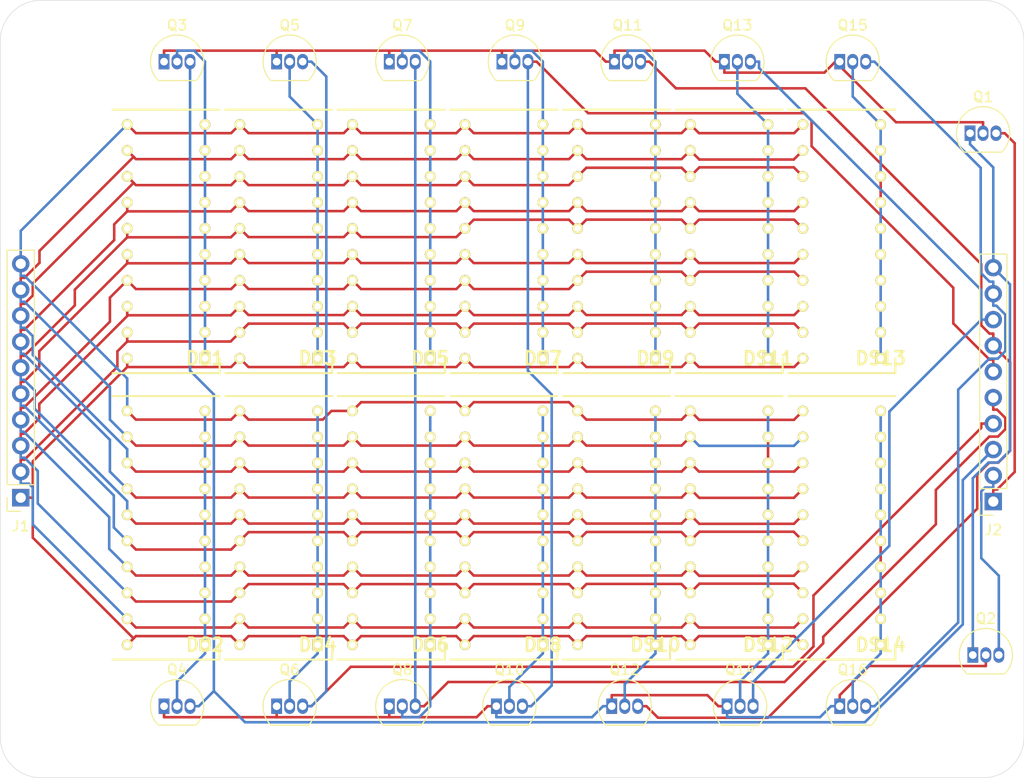
<source format=kicad_pcb>
(kicad_pcb (version 20171130) (host pcbnew "(5.1.12)-1")

  (general
    (thickness 1.6)
    (drawings 8)
    (tracks 793)
    (zones 0)
    (modules 36)
    (nets 37)
  )

  (page A4)
  (layers
    (0 F.Cu signal)
    (31 B.Cu signal)
    (32 B.Adhes user)
    (33 F.Adhes user)
    (34 B.Paste user)
    (35 F.Paste user)
    (36 B.SilkS user)
    (37 F.SilkS user)
    (38 B.Mask user)
    (39 F.Mask user)
    (40 Dwgs.User user)
    (41 Cmts.User user)
    (42 Eco1.User user)
    (43 Eco2.User user)
    (44 Edge.Cuts user)
    (45 Margin user)
    (46 B.CrtYd user)
    (47 F.CrtYd user)
    (48 B.Fab user)
    (49 F.Fab user hide)
  )

  (setup
    (last_trace_width 0.25)
    (trace_clearance 0.2)
    (zone_clearance 0.508)
    (zone_45_only no)
    (trace_min 0.2)
    (via_size 0.8)
    (via_drill 0.4)
    (via_min_size 0.4)
    (via_min_drill 0.3)
    (uvia_size 0.3)
    (uvia_drill 0.1)
    (uvias_allowed no)
    (uvia_min_size 0.2)
    (uvia_min_drill 0.1)
    (edge_width 0.05)
    (segment_width 0.2)
    (pcb_text_width 0.3)
    (pcb_text_size 1.5 1.5)
    (mod_edge_width 0.12)
    (mod_text_size 1 1)
    (mod_text_width 0.15)
    (pad_size 1.524 1.524)
    (pad_drill 0.762)
    (pad_to_mask_clearance 0)
    (aux_axis_origin 40 140)
    (grid_origin 40 140)
    (visible_elements 7FFFFFFF)
    (pcbplotparams
      (layerselection 0x010fc_ffffffff)
      (usegerberextensions false)
      (usegerberattributes true)
      (usegerberadvancedattributes true)
      (creategerberjobfile true)
      (excludeedgelayer true)
      (linewidth 0.100000)
      (plotframeref false)
      (viasonmask false)
      (mode 1)
      (useauxorigin false)
      (hpglpennumber 1)
      (hpglpenspeed 20)
      (hpglpendiameter 15.000000)
      (psnegative false)
      (psa4output false)
      (plotreference true)
      (plotvalue true)
      (plotinvisibletext false)
      (padsonsilk false)
      (subtractmaskfromsilk false)
      (outputformat 1)
      (mirror false)
      (drillshape 1)
      (scaleselection 1)
      (outputdirectory ""))
  )

  (net 0 "")
  (net 1 /cathode_A_g1)
  (net 2 /cathode_B_g2)
  (net 3 /cathode_C_g3)
  (net 4 /cathode_D_g4)
  (net 5 /cathode_E_g5)
  (net 6 /cathode_F_y1)
  (net 7 /cathode_G_y2)
  (net 8 /cathode_H_y3)
  (net 9 /cathode_I_r1)
  (net 10 /cathode_J_r2)
  (net 11 /R1)
  (net 12 /L1)
  (net 13 /R2)
  (net 14 /L2)
  (net 15 /R3)
  (net 16 /L3)
  (net 17 /L4)
  (net 18 /R5)
  (net 19 /L5)
  (net 20 /R6)
  (net 21 /L6)
  (net 22 /R7)
  (net 23 /L7)
  (net 24 /5V)
  (net 25 /7)
  (net 26 /6)
  (net 27 /5)
  (net 28 /4)
  (net 29 /3)
  (net 30 /2)
  (net 31 /1)
  (net 32 /L)
  (net 33 /R)
  (net 34 "Net-(Q1-Pad2)")
  (net 35 "Net-(Q10-Pad1)")
  (net 36 /R4)

  (net_class Default "This is the default net class."
    (clearance 0.2)
    (trace_width 0.25)
    (via_dia 0.8)
    (via_drill 0.4)
    (uvia_dia 0.3)
    (uvia_drill 0.1)
    (add_net /1)
    (add_net /2)
    (add_net /3)
    (add_net /4)
    (add_net /5)
    (add_net /5V)
    (add_net /6)
    (add_net /7)
    (add_net /L)
    (add_net /L1)
    (add_net /L2)
    (add_net /L3)
    (add_net /L4)
    (add_net /L5)
    (add_net /L6)
    (add_net /L7)
    (add_net /R)
    (add_net /R1)
    (add_net /R2)
    (add_net /R3)
    (add_net /R4)
    (add_net /R5)
    (add_net /R6)
    (add_net /R7)
    (add_net /cathode_A_g1)
    (add_net /cathode_B_g2)
    (add_net /cathode_C_g3)
    (add_net /cathode_D_g4)
    (add_net /cathode_E_g5)
    (add_net /cathode_F_y1)
    (add_net /cathode_G_y2)
    (add_net /cathode_H_y3)
    (add_net /cathode_I_r1)
    (add_net /cathode_J_r2)
    (add_net "Net-(Q1-Pad2)")
    (add_net "Net-(Q10-Pad1)")
  )

  (module MountingHole:MountingHole_3.2mm_M3 (layer F.Cu) (tedit 56D1B4CB) (tstamp 621AAF2B)
    (at 136 136)
    (descr "Mounting Hole 3.2mm, no annular, M3")
    (tags "mounting hole 3.2mm no annular m3")
    (attr virtual)
    (fp_text reference REF3 (at 0 -4.2) (layer F.SilkS) hide
      (effects (font (size 1 1) (thickness 0.15)))
    )
    (fp_text value MountingHole_3.2mm_M3 (at 0 4.2) (layer F.Fab)
      (effects (font (size 1 1) (thickness 0.15)))
    )
    (fp_circle (center 0 0) (end 3.45 0) (layer F.CrtYd) (width 0.05))
    (fp_circle (center 0 0) (end 3.2 0) (layer Cmts.User) (width 0.15))
    (fp_text user %R (at 0.3 0) (layer F.Fab)
      (effects (font (size 1 1) (thickness 0.15)))
    )
    (pad 1 np_thru_hole circle (at 0 0) (size 3.2 3.2) (drill 3.2) (layers *.Cu *.Mask))
  )

  (module MountingHole:MountingHole_3.2mm_M3 (layer F.Cu) (tedit 56D1B4CB) (tstamp 621AAF1C)
    (at 44 136)
    (descr "Mounting Hole 3.2mm, no annular, M3")
    (tags "mounting hole 3.2mm no annular m3")
    (attr virtual)
    (fp_text reference REF4 (at 0 -4.2) (layer F.SilkS) hide
      (effects (font (size 1 1) (thickness 0.15)))
    )
    (fp_text value MountingHole_3.2mm_M3 (at 0 4.2) (layer F.Fab)
      (effects (font (size 1 1) (thickness 0.15)))
    )
    (fp_circle (center 0 0) (end 3.2 0) (layer Cmts.User) (width 0.15))
    (fp_circle (center 0 0) (end 3.45 0) (layer F.CrtYd) (width 0.05))
    (fp_text user %R (at 0.3 0) (layer F.Fab)
      (effects (font (size 1 1) (thickness 0.15)))
    )
    (pad 1 np_thru_hole circle (at 0 0) (size 3.2 3.2) (drill 3.2) (layers *.Cu *.Mask))
  )

  (module MountingHole:MountingHole_3.2mm_M3 (layer F.Cu) (tedit 56D1B4CB) (tstamp 621AAF0D)
    (at 136 68)
    (descr "Mounting Hole 3.2mm, no annular, M3")
    (tags "mounting hole 3.2mm no annular m3")
    (attr virtual)
    (fp_text reference REF2 (at 0 -4.2) (layer F.SilkS) hide
      (effects (font (size 1 1) (thickness 0.15)))
    )
    (fp_text value MountingHole_3.2mm_M3 (at 0 4.2) (layer F.Fab)
      (effects (font (size 1 1) (thickness 0.15)))
    )
    (fp_circle (center 0 0) (end 3.2 0) (layer Cmts.User) (width 0.15))
    (fp_circle (center 0 0) (end 3.45 0) (layer F.CrtYd) (width 0.05))
    (fp_text user %R (at 0.3 0) (layer F.Fab)
      (effects (font (size 1 1) (thickness 0.15)))
    )
    (pad 1 np_thru_hole circle (at 0 0) (size 3.2 3.2) (drill 3.2) (layers *.Cu *.Mask))
  )

  (module MountingHole:MountingHole_3.2mm_M3 (layer F.Cu) (tedit 56D1B4CB) (tstamp 621AAEEC)
    (at 44 68)
    (descr "Mounting Hole 3.2mm, no annular, M3")
    (tags "mounting hole 3.2mm no annular m3")
    (attr virtual)
    (fp_text reference REF1 (at 0 -4.2) (layer F.SilkS) hide
      (effects (font (size 1 1) (thickness 0.15)))
    )
    (fp_text value MountingHole_3.2mm_M3 (at 0 4.2) (layer F.Fab)
      (effects (font (size 1 1) (thickness 0.15)))
    )
    (fp_circle (center 0 0) (end 3.45 0) (layer F.CrtYd) (width 0.05))
    (fp_circle (center 0 0) (end 3.2 0) (layer Cmts.User) (width 0.15))
    (fp_text user %R (at 0.3 0) (layer F.Fab)
      (effects (font (size 1 1) (thickness 0.15)))
    )
    (pad 1 np_thru_hole circle (at 0 0) (size 3.2 3.2) (drill 3.2) (layers *.Cu *.Mask))
  )

  (module OSX10201-GYR1:DIPS760W45P254L2550H815Q20N (layer F.Cu) (tedit 62021614) (tstamp 621AA3E8)
    (at 60 99 180)
    (descr OSX10201-GYR1)
    (tags Display)
    (path /620B4C21)
    (fp_text reference DS1 (at 0 0) (layer F.SilkS)
      (effects (font (size 1.27 1.27) (thickness 0.254)))
    )
    (fp_text value OSX10201-GYR1 (at 0 0) (layer F.SilkS) hide
      (effects (font (size 1.27 1.27) (thickness 0.254)))
    )
    (fp_line (start -1.675 -1.695) (end 9.275 -1.695) (layer Dwgs.User) (width 0.05))
    (fp_line (start 9.275 -1.695) (end 9.275 24.555) (layer Dwgs.User) (width 0.05))
    (fp_line (start 9.275 24.555) (end -1.675 24.555) (layer Dwgs.User) (width 0.05))
    (fp_line (start -1.675 24.555) (end -1.675 -1.695) (layer Dwgs.User) (width 0.05))
    (fp_line (start -1.425 -1.445) (end 9.025 -1.445) (layer Dwgs.User) (width 0.1))
    (fp_line (start 9.025 -1.445) (end 9.025 24.305) (layer Dwgs.User) (width 0.1))
    (fp_line (start 9.025 24.305) (end -1.425 24.305) (layer Dwgs.User) (width 0.1))
    (fp_line (start -1.425 24.305) (end -1.425 -1.445) (layer Dwgs.User) (width 0.1))
    (fp_line (start -1.425 -0.175) (end -0.155 -1.445) (layer Dwgs.User) (width 0.1))
    (fp_line (start -1.425 24.305) (end 9.025 24.305) (layer F.SilkS) (width 0.2))
    (fp_line (start 9.025 -1.445) (end -1.425 -1.445) (layer F.SilkS) (width 0.2))
    (fp_line (start -1.425 -1.445) (end -1.425 0) (layer F.SilkS) (width 0.2))
    (pad 20 thru_hole circle (at 7.6 0 270) (size 1.05 1.05) (drill 0.65) (layers *.Cu *.Mask F.SilkS)
      (net 1 /cathode_A_g1))
    (pad 19 thru_hole circle (at 7.6 2.54 270) (size 1.05 1.05) (drill 0.65) (layers *.Cu *.Mask F.SilkS)
      (net 2 /cathode_B_g2))
    (pad 18 thru_hole circle (at 7.6 5.08 270) (size 1.05 1.05) (drill 0.65) (layers *.Cu *.Mask F.SilkS)
      (net 3 /cathode_C_g3))
    (pad 17 thru_hole circle (at 7.6 7.62 270) (size 1.05 1.05) (drill 0.65) (layers *.Cu *.Mask F.SilkS)
      (net 4 /cathode_D_g4))
    (pad 16 thru_hole circle (at 7.6 10.16 270) (size 1.05 1.05) (drill 0.65) (layers *.Cu *.Mask F.SilkS)
      (net 5 /cathode_E_g5))
    (pad 15 thru_hole circle (at 7.6 12.7 270) (size 1.05 1.05) (drill 0.65) (layers *.Cu *.Mask F.SilkS)
      (net 6 /cathode_F_y1))
    (pad 14 thru_hole circle (at 7.6 15.24 270) (size 1.05 1.05) (drill 0.65) (layers *.Cu *.Mask F.SilkS)
      (net 7 /cathode_G_y2))
    (pad 13 thru_hole circle (at 7.6 17.78 270) (size 1.05 1.05) (drill 0.65) (layers *.Cu *.Mask F.SilkS)
      (net 8 /cathode_H_y3))
    (pad 12 thru_hole circle (at 7.6 20.32 270) (size 1.05 1.05) (drill 0.65) (layers *.Cu *.Mask F.SilkS)
      (net 9 /cathode_I_r1))
    (pad 11 thru_hole circle (at 7.6 22.86 270) (size 1.05 1.05) (drill 0.65) (layers *.Cu *.Mask F.SilkS)
      (net 10 /cathode_J_r2))
    (pad 10 thru_hole circle (at 0 22.86 270) (size 1.05 1.05) (drill 0.65) (layers *.Cu *.Mask F.SilkS)
      (net 11 /R1))
    (pad 9 thru_hole circle (at 0 20.32 270) (size 1.05 1.05) (drill 0.65) (layers *.Cu *.Mask F.SilkS)
      (net 11 /R1))
    (pad 8 thru_hole circle (at 0 17.78 270) (size 1.05 1.05) (drill 0.65) (layers *.Cu *.Mask F.SilkS)
      (net 11 /R1))
    (pad 7 thru_hole circle (at 0 15.24 270) (size 1.05 1.05) (drill 0.65) (layers *.Cu *.Mask F.SilkS)
      (net 11 /R1))
    (pad 6 thru_hole circle (at 0 12.7 270) (size 1.05 1.05) (drill 0.65) (layers *.Cu *.Mask F.SilkS)
      (net 11 /R1))
    (pad 5 thru_hole circle (at 0 10.16 270) (size 1.05 1.05) (drill 0.65) (layers *.Cu *.Mask F.SilkS)
      (net 11 /R1))
    (pad 4 thru_hole circle (at 0 7.62 270) (size 1.05 1.05) (drill 0.65) (layers *.Cu *.Mask F.SilkS)
      (net 11 /R1))
    (pad 3 thru_hole circle (at 0 5.08 270) (size 1.05 1.05) (drill 0.65) (layers *.Cu *.Mask F.SilkS)
      (net 11 /R1))
    (pad 2 thru_hole circle (at 0 2.54 270) (size 1.05 1.05) (drill 0.65) (layers *.Cu *.Mask F.SilkS)
      (net 11 /R1))
    (pad 1 thru_hole rect (at 0 0 270) (size 1.05 1.05) (drill 0.65) (layers *.Cu *.Mask F.SilkS)
      (net 11 /R1))
  )

  (module OSX10201-GYR1:DIPS760W45P254L2550H815Q20N (layer F.Cu) (tedit 62021614) (tstamp 621AA40C)
    (at 60 127 180)
    (descr OSX10201-GYR1)
    (tags Display)
    (path /621187E7)
    (fp_text reference DS2 (at 0 0) (layer F.SilkS)
      (effects (font (size 1.27 1.27) (thickness 0.254)))
    )
    (fp_text value OSX10201-GYR1 (at 0 0) (layer F.SilkS) hide
      (effects (font (size 1.27 1.27) (thickness 0.254)))
    )
    (fp_line (start -1.425 -1.445) (end -1.425 0) (layer F.SilkS) (width 0.2))
    (fp_line (start 9.025 -1.445) (end -1.425 -1.445) (layer F.SilkS) (width 0.2))
    (fp_line (start -1.425 24.305) (end 9.025 24.305) (layer F.SilkS) (width 0.2))
    (fp_line (start -1.425 -0.175) (end -0.155 -1.445) (layer Dwgs.User) (width 0.1))
    (fp_line (start -1.425 24.305) (end -1.425 -1.445) (layer Dwgs.User) (width 0.1))
    (fp_line (start 9.025 24.305) (end -1.425 24.305) (layer Dwgs.User) (width 0.1))
    (fp_line (start 9.025 -1.445) (end 9.025 24.305) (layer Dwgs.User) (width 0.1))
    (fp_line (start -1.425 -1.445) (end 9.025 -1.445) (layer Dwgs.User) (width 0.1))
    (fp_line (start -1.675 24.555) (end -1.675 -1.695) (layer Dwgs.User) (width 0.05))
    (fp_line (start 9.275 24.555) (end -1.675 24.555) (layer Dwgs.User) (width 0.05))
    (fp_line (start 9.275 -1.695) (end 9.275 24.555) (layer Dwgs.User) (width 0.05))
    (fp_line (start -1.675 -1.695) (end 9.275 -1.695) (layer Dwgs.User) (width 0.05))
    (pad 1 thru_hole rect (at 0 0 270) (size 1.05 1.05) (drill 0.65) (layers *.Cu *.Mask F.SilkS)
      (net 12 /L1))
    (pad 2 thru_hole circle (at 0 2.54 270) (size 1.05 1.05) (drill 0.65) (layers *.Cu *.Mask F.SilkS)
      (net 12 /L1))
    (pad 3 thru_hole circle (at 0 5.08 270) (size 1.05 1.05) (drill 0.65) (layers *.Cu *.Mask F.SilkS)
      (net 12 /L1))
    (pad 4 thru_hole circle (at 0 7.62 270) (size 1.05 1.05) (drill 0.65) (layers *.Cu *.Mask F.SilkS)
      (net 12 /L1))
    (pad 5 thru_hole circle (at 0 10.16 270) (size 1.05 1.05) (drill 0.65) (layers *.Cu *.Mask F.SilkS)
      (net 12 /L1))
    (pad 6 thru_hole circle (at 0 12.7 270) (size 1.05 1.05) (drill 0.65) (layers *.Cu *.Mask F.SilkS)
      (net 12 /L1))
    (pad 7 thru_hole circle (at 0 15.24 270) (size 1.05 1.05) (drill 0.65) (layers *.Cu *.Mask F.SilkS)
      (net 12 /L1))
    (pad 8 thru_hole circle (at 0 17.78 270) (size 1.05 1.05) (drill 0.65) (layers *.Cu *.Mask F.SilkS)
      (net 12 /L1))
    (pad 9 thru_hole circle (at 0 20.32 270) (size 1.05 1.05) (drill 0.65) (layers *.Cu *.Mask F.SilkS)
      (net 12 /L1))
    (pad 10 thru_hole circle (at 0 22.86 270) (size 1.05 1.05) (drill 0.65) (layers *.Cu *.Mask F.SilkS)
      (net 12 /L1))
    (pad 11 thru_hole circle (at 7.6 22.86 270) (size 1.05 1.05) (drill 0.65) (layers *.Cu *.Mask F.SilkS)
      (net 10 /cathode_J_r2))
    (pad 12 thru_hole circle (at 7.6 20.32 270) (size 1.05 1.05) (drill 0.65) (layers *.Cu *.Mask F.SilkS)
      (net 9 /cathode_I_r1))
    (pad 13 thru_hole circle (at 7.6 17.78 270) (size 1.05 1.05) (drill 0.65) (layers *.Cu *.Mask F.SilkS)
      (net 8 /cathode_H_y3))
    (pad 14 thru_hole circle (at 7.6 15.24 270) (size 1.05 1.05) (drill 0.65) (layers *.Cu *.Mask F.SilkS)
      (net 7 /cathode_G_y2))
    (pad 15 thru_hole circle (at 7.6 12.7 270) (size 1.05 1.05) (drill 0.65) (layers *.Cu *.Mask F.SilkS)
      (net 6 /cathode_F_y1))
    (pad 16 thru_hole circle (at 7.6 10.16 270) (size 1.05 1.05) (drill 0.65) (layers *.Cu *.Mask F.SilkS)
      (net 5 /cathode_E_g5))
    (pad 17 thru_hole circle (at 7.6 7.62 270) (size 1.05 1.05) (drill 0.65) (layers *.Cu *.Mask F.SilkS)
      (net 4 /cathode_D_g4))
    (pad 18 thru_hole circle (at 7.6 5.08 270) (size 1.05 1.05) (drill 0.65) (layers *.Cu *.Mask F.SilkS)
      (net 3 /cathode_C_g3))
    (pad 19 thru_hole circle (at 7.6 2.54 270) (size 1.05 1.05) (drill 0.65) (layers *.Cu *.Mask F.SilkS)
      (net 2 /cathode_B_g2))
    (pad 20 thru_hole circle (at 7.6 0 270) (size 1.05 1.05) (drill 0.65) (layers *.Cu *.Mask F.SilkS)
      (net 1 /cathode_A_g1))
  )

  (module OSX10201-GYR1:DIPS760W45P254L2550H815Q20N (layer F.Cu) (tedit 62021614) (tstamp 621AA430)
    (at 71 99 180)
    (descr OSX10201-GYR1)
    (tags Display)
    (path /620762A3)
    (fp_text reference DS3 (at 0 0) (layer F.SilkS)
      (effects (font (size 1.27 1.27) (thickness 0.254)))
    )
    (fp_text value OSX10201-GYR1 (at 0 0) (layer F.SilkS) hide
      (effects (font (size 1.27 1.27) (thickness 0.254)))
    )
    (fp_line (start -1.425 -1.445) (end -1.425 0) (layer F.SilkS) (width 0.2))
    (fp_line (start 9.025 -1.445) (end -1.425 -1.445) (layer F.SilkS) (width 0.2))
    (fp_line (start -1.425 24.305) (end 9.025 24.305) (layer F.SilkS) (width 0.2))
    (fp_line (start -1.425 -0.175) (end -0.155 -1.445) (layer Dwgs.User) (width 0.1))
    (fp_line (start -1.425 24.305) (end -1.425 -1.445) (layer Dwgs.User) (width 0.1))
    (fp_line (start 9.025 24.305) (end -1.425 24.305) (layer Dwgs.User) (width 0.1))
    (fp_line (start 9.025 -1.445) (end 9.025 24.305) (layer Dwgs.User) (width 0.1))
    (fp_line (start -1.425 -1.445) (end 9.025 -1.445) (layer Dwgs.User) (width 0.1))
    (fp_line (start -1.675 24.555) (end -1.675 -1.695) (layer Dwgs.User) (width 0.05))
    (fp_line (start 9.275 24.555) (end -1.675 24.555) (layer Dwgs.User) (width 0.05))
    (fp_line (start 9.275 -1.695) (end 9.275 24.555) (layer Dwgs.User) (width 0.05))
    (fp_line (start -1.675 -1.695) (end 9.275 -1.695) (layer Dwgs.User) (width 0.05))
    (pad 1 thru_hole rect (at 0 0 270) (size 1.05 1.05) (drill 0.65) (layers *.Cu *.Mask F.SilkS)
      (net 13 /R2))
    (pad 2 thru_hole circle (at 0 2.54 270) (size 1.05 1.05) (drill 0.65) (layers *.Cu *.Mask F.SilkS)
      (net 13 /R2))
    (pad 3 thru_hole circle (at 0 5.08 270) (size 1.05 1.05) (drill 0.65) (layers *.Cu *.Mask F.SilkS)
      (net 13 /R2))
    (pad 4 thru_hole circle (at 0 7.62 270) (size 1.05 1.05) (drill 0.65) (layers *.Cu *.Mask F.SilkS)
      (net 13 /R2))
    (pad 5 thru_hole circle (at 0 10.16 270) (size 1.05 1.05) (drill 0.65) (layers *.Cu *.Mask F.SilkS)
      (net 13 /R2))
    (pad 6 thru_hole circle (at 0 12.7 270) (size 1.05 1.05) (drill 0.65) (layers *.Cu *.Mask F.SilkS)
      (net 13 /R2))
    (pad 7 thru_hole circle (at 0 15.24 270) (size 1.05 1.05) (drill 0.65) (layers *.Cu *.Mask F.SilkS)
      (net 13 /R2))
    (pad 8 thru_hole circle (at 0 17.78 270) (size 1.05 1.05) (drill 0.65) (layers *.Cu *.Mask F.SilkS)
      (net 13 /R2))
    (pad 9 thru_hole circle (at 0 20.32 270) (size 1.05 1.05) (drill 0.65) (layers *.Cu *.Mask F.SilkS)
      (net 13 /R2))
    (pad 10 thru_hole circle (at 0 22.86 270) (size 1.05 1.05) (drill 0.65) (layers *.Cu *.Mask F.SilkS)
      (net 13 /R2))
    (pad 11 thru_hole circle (at 7.6 22.86 270) (size 1.05 1.05) (drill 0.65) (layers *.Cu *.Mask F.SilkS)
      (net 10 /cathode_J_r2))
    (pad 12 thru_hole circle (at 7.6 20.32 270) (size 1.05 1.05) (drill 0.65) (layers *.Cu *.Mask F.SilkS)
      (net 9 /cathode_I_r1))
    (pad 13 thru_hole circle (at 7.6 17.78 270) (size 1.05 1.05) (drill 0.65) (layers *.Cu *.Mask F.SilkS)
      (net 8 /cathode_H_y3))
    (pad 14 thru_hole circle (at 7.6 15.24 270) (size 1.05 1.05) (drill 0.65) (layers *.Cu *.Mask F.SilkS)
      (net 7 /cathode_G_y2))
    (pad 15 thru_hole circle (at 7.6 12.7 270) (size 1.05 1.05) (drill 0.65) (layers *.Cu *.Mask F.SilkS)
      (net 6 /cathode_F_y1))
    (pad 16 thru_hole circle (at 7.6 10.16 270) (size 1.05 1.05) (drill 0.65) (layers *.Cu *.Mask F.SilkS)
      (net 5 /cathode_E_g5))
    (pad 17 thru_hole circle (at 7.6 7.62 270) (size 1.05 1.05) (drill 0.65) (layers *.Cu *.Mask F.SilkS)
      (net 4 /cathode_D_g4))
    (pad 18 thru_hole circle (at 7.6 5.08 270) (size 1.05 1.05) (drill 0.65) (layers *.Cu *.Mask F.SilkS)
      (net 3 /cathode_C_g3))
    (pad 19 thru_hole circle (at 7.6 2.54 270) (size 1.05 1.05) (drill 0.65) (layers *.Cu *.Mask F.SilkS)
      (net 2 /cathode_B_g2))
    (pad 20 thru_hole circle (at 7.6 0 270) (size 1.05 1.05) (drill 0.65) (layers *.Cu *.Mask F.SilkS)
      (net 1 /cathode_A_g1))
  )

  (module OSX10201-GYR1:DIPS760W45P254L2550H815Q20N (layer F.Cu) (tedit 62021614) (tstamp 621AA454)
    (at 71 127 180)
    (descr OSX10201-GYR1)
    (tags Display)
    (path /620762BB)
    (fp_text reference DS4 (at 0 0) (layer F.SilkS)
      (effects (font (size 1.27 1.27) (thickness 0.254)))
    )
    (fp_text value OSX10201-GYR1 (at 0 0) (layer F.SilkS) hide
      (effects (font (size 1.27 1.27) (thickness 0.254)))
    )
    (fp_line (start -1.675 -1.695) (end 9.275 -1.695) (layer Dwgs.User) (width 0.05))
    (fp_line (start 9.275 -1.695) (end 9.275 24.555) (layer Dwgs.User) (width 0.05))
    (fp_line (start 9.275 24.555) (end -1.675 24.555) (layer Dwgs.User) (width 0.05))
    (fp_line (start -1.675 24.555) (end -1.675 -1.695) (layer Dwgs.User) (width 0.05))
    (fp_line (start -1.425 -1.445) (end 9.025 -1.445) (layer Dwgs.User) (width 0.1))
    (fp_line (start 9.025 -1.445) (end 9.025 24.305) (layer Dwgs.User) (width 0.1))
    (fp_line (start 9.025 24.305) (end -1.425 24.305) (layer Dwgs.User) (width 0.1))
    (fp_line (start -1.425 24.305) (end -1.425 -1.445) (layer Dwgs.User) (width 0.1))
    (fp_line (start -1.425 -0.175) (end -0.155 -1.445) (layer Dwgs.User) (width 0.1))
    (fp_line (start -1.425 24.305) (end 9.025 24.305) (layer F.SilkS) (width 0.2))
    (fp_line (start 9.025 -1.445) (end -1.425 -1.445) (layer F.SilkS) (width 0.2))
    (fp_line (start -1.425 -1.445) (end -1.425 0) (layer F.SilkS) (width 0.2))
    (pad 20 thru_hole circle (at 7.6 0 270) (size 1.05 1.05) (drill 0.65) (layers *.Cu *.Mask F.SilkS)
      (net 1 /cathode_A_g1))
    (pad 19 thru_hole circle (at 7.6 2.54 270) (size 1.05 1.05) (drill 0.65) (layers *.Cu *.Mask F.SilkS)
      (net 2 /cathode_B_g2))
    (pad 18 thru_hole circle (at 7.6 5.08 270) (size 1.05 1.05) (drill 0.65) (layers *.Cu *.Mask F.SilkS)
      (net 3 /cathode_C_g3))
    (pad 17 thru_hole circle (at 7.6 7.62 270) (size 1.05 1.05) (drill 0.65) (layers *.Cu *.Mask F.SilkS)
      (net 4 /cathode_D_g4))
    (pad 16 thru_hole circle (at 7.6 10.16 270) (size 1.05 1.05) (drill 0.65) (layers *.Cu *.Mask F.SilkS)
      (net 5 /cathode_E_g5))
    (pad 15 thru_hole circle (at 7.6 12.7 270) (size 1.05 1.05) (drill 0.65) (layers *.Cu *.Mask F.SilkS)
      (net 6 /cathode_F_y1))
    (pad 14 thru_hole circle (at 7.6 15.24 270) (size 1.05 1.05) (drill 0.65) (layers *.Cu *.Mask F.SilkS)
      (net 7 /cathode_G_y2))
    (pad 13 thru_hole circle (at 7.6 17.78 270) (size 1.05 1.05) (drill 0.65) (layers *.Cu *.Mask F.SilkS)
      (net 8 /cathode_H_y3))
    (pad 12 thru_hole circle (at 7.6 20.32 270) (size 1.05 1.05) (drill 0.65) (layers *.Cu *.Mask F.SilkS)
      (net 9 /cathode_I_r1))
    (pad 11 thru_hole circle (at 7.6 22.86 270) (size 1.05 1.05) (drill 0.65) (layers *.Cu *.Mask F.SilkS)
      (net 10 /cathode_J_r2))
    (pad 10 thru_hole circle (at 0 22.86 270) (size 1.05 1.05) (drill 0.65) (layers *.Cu *.Mask F.SilkS)
      (net 14 /L2))
    (pad 9 thru_hole circle (at 0 20.32 270) (size 1.05 1.05) (drill 0.65) (layers *.Cu *.Mask F.SilkS)
      (net 14 /L2))
    (pad 8 thru_hole circle (at 0 17.78 270) (size 1.05 1.05) (drill 0.65) (layers *.Cu *.Mask F.SilkS)
      (net 14 /L2))
    (pad 7 thru_hole circle (at 0 15.24 270) (size 1.05 1.05) (drill 0.65) (layers *.Cu *.Mask F.SilkS)
      (net 14 /L2))
    (pad 6 thru_hole circle (at 0 12.7 270) (size 1.05 1.05) (drill 0.65) (layers *.Cu *.Mask F.SilkS)
      (net 14 /L2))
    (pad 5 thru_hole circle (at 0 10.16 270) (size 1.05 1.05) (drill 0.65) (layers *.Cu *.Mask F.SilkS)
      (net 14 /L2))
    (pad 4 thru_hole circle (at 0 7.62 270) (size 1.05 1.05) (drill 0.65) (layers *.Cu *.Mask F.SilkS)
      (net 14 /L2))
    (pad 3 thru_hole circle (at 0 5.08 270) (size 1.05 1.05) (drill 0.65) (layers *.Cu *.Mask F.SilkS)
      (net 14 /L2))
    (pad 2 thru_hole circle (at 0 2.54 270) (size 1.05 1.05) (drill 0.65) (layers *.Cu *.Mask F.SilkS)
      (net 14 /L2))
    (pad 1 thru_hole rect (at 0 0 270) (size 1.05 1.05) (drill 0.65) (layers *.Cu *.Mask F.SilkS)
      (net 14 /L2))
  )

  (module OSX10201-GYR1:DIPS760W45P254L2550H815Q20N (layer F.Cu) (tedit 62021614) (tstamp 621AA478)
    (at 82 99 180)
    (descr OSX10201-GYR1)
    (tags Display)
    (path /62065D4C)
    (fp_text reference DS5 (at 0 0) (layer F.SilkS)
      (effects (font (size 1.27 1.27) (thickness 0.254)))
    )
    (fp_text value OSX10201-GYR1 (at 0 0) (layer F.SilkS) hide
      (effects (font (size 1.27 1.27) (thickness 0.254)))
    )
    (fp_line (start -1.425 -1.445) (end -1.425 0) (layer F.SilkS) (width 0.2))
    (fp_line (start 9.025 -1.445) (end -1.425 -1.445) (layer F.SilkS) (width 0.2))
    (fp_line (start -1.425 24.305) (end 9.025 24.305) (layer F.SilkS) (width 0.2))
    (fp_line (start -1.425 -0.175) (end -0.155 -1.445) (layer Dwgs.User) (width 0.1))
    (fp_line (start -1.425 24.305) (end -1.425 -1.445) (layer Dwgs.User) (width 0.1))
    (fp_line (start 9.025 24.305) (end -1.425 24.305) (layer Dwgs.User) (width 0.1))
    (fp_line (start 9.025 -1.445) (end 9.025 24.305) (layer Dwgs.User) (width 0.1))
    (fp_line (start -1.425 -1.445) (end 9.025 -1.445) (layer Dwgs.User) (width 0.1))
    (fp_line (start -1.675 24.555) (end -1.675 -1.695) (layer Dwgs.User) (width 0.05))
    (fp_line (start 9.275 24.555) (end -1.675 24.555) (layer Dwgs.User) (width 0.05))
    (fp_line (start 9.275 -1.695) (end 9.275 24.555) (layer Dwgs.User) (width 0.05))
    (fp_line (start -1.675 -1.695) (end 9.275 -1.695) (layer Dwgs.User) (width 0.05))
    (pad 1 thru_hole rect (at 0 0 270) (size 1.05 1.05) (drill 0.65) (layers *.Cu *.Mask F.SilkS)
      (net 15 /R3))
    (pad 2 thru_hole circle (at 0 2.54 270) (size 1.05 1.05) (drill 0.65) (layers *.Cu *.Mask F.SilkS)
      (net 15 /R3))
    (pad 3 thru_hole circle (at 0 5.08 270) (size 1.05 1.05) (drill 0.65) (layers *.Cu *.Mask F.SilkS)
      (net 15 /R3))
    (pad 4 thru_hole circle (at 0 7.62 270) (size 1.05 1.05) (drill 0.65) (layers *.Cu *.Mask F.SilkS)
      (net 15 /R3))
    (pad 5 thru_hole circle (at 0 10.16 270) (size 1.05 1.05) (drill 0.65) (layers *.Cu *.Mask F.SilkS)
      (net 15 /R3))
    (pad 6 thru_hole circle (at 0 12.7 270) (size 1.05 1.05) (drill 0.65) (layers *.Cu *.Mask F.SilkS)
      (net 15 /R3))
    (pad 7 thru_hole circle (at 0 15.24 270) (size 1.05 1.05) (drill 0.65) (layers *.Cu *.Mask F.SilkS)
      (net 15 /R3))
    (pad 8 thru_hole circle (at 0 17.78 270) (size 1.05 1.05) (drill 0.65) (layers *.Cu *.Mask F.SilkS)
      (net 15 /R3))
    (pad 9 thru_hole circle (at 0 20.32 270) (size 1.05 1.05) (drill 0.65) (layers *.Cu *.Mask F.SilkS)
      (net 15 /R3))
    (pad 10 thru_hole circle (at 0 22.86 270) (size 1.05 1.05) (drill 0.65) (layers *.Cu *.Mask F.SilkS)
      (net 15 /R3))
    (pad 11 thru_hole circle (at 7.6 22.86 270) (size 1.05 1.05) (drill 0.65) (layers *.Cu *.Mask F.SilkS)
      (net 10 /cathode_J_r2))
    (pad 12 thru_hole circle (at 7.6 20.32 270) (size 1.05 1.05) (drill 0.65) (layers *.Cu *.Mask F.SilkS)
      (net 9 /cathode_I_r1))
    (pad 13 thru_hole circle (at 7.6 17.78 270) (size 1.05 1.05) (drill 0.65) (layers *.Cu *.Mask F.SilkS)
      (net 8 /cathode_H_y3))
    (pad 14 thru_hole circle (at 7.6 15.24 270) (size 1.05 1.05) (drill 0.65) (layers *.Cu *.Mask F.SilkS)
      (net 7 /cathode_G_y2))
    (pad 15 thru_hole circle (at 7.6 12.7 270) (size 1.05 1.05) (drill 0.65) (layers *.Cu *.Mask F.SilkS)
      (net 6 /cathode_F_y1))
    (pad 16 thru_hole circle (at 7.6 10.16 270) (size 1.05 1.05) (drill 0.65) (layers *.Cu *.Mask F.SilkS)
      (net 5 /cathode_E_g5))
    (pad 17 thru_hole circle (at 7.6 7.62 270) (size 1.05 1.05) (drill 0.65) (layers *.Cu *.Mask F.SilkS)
      (net 4 /cathode_D_g4))
    (pad 18 thru_hole circle (at 7.6 5.08 270) (size 1.05 1.05) (drill 0.65) (layers *.Cu *.Mask F.SilkS)
      (net 3 /cathode_C_g3))
    (pad 19 thru_hole circle (at 7.6 2.54 270) (size 1.05 1.05) (drill 0.65) (layers *.Cu *.Mask F.SilkS)
      (net 2 /cathode_B_g2))
    (pad 20 thru_hole circle (at 7.6 0 270) (size 1.05 1.05) (drill 0.65) (layers *.Cu *.Mask F.SilkS)
      (net 1 /cathode_A_g1))
  )

  (module OSX10201-GYR1:DIPS760W45P254L2550H815Q20N (layer F.Cu) (tedit 62021614) (tstamp 621AA49C)
    (at 82 127 180)
    (descr OSX10201-GYR1)
    (tags Display)
    (path /62065D64)
    (fp_text reference DS6 (at 0 0) (layer F.SilkS)
      (effects (font (size 1.27 1.27) (thickness 0.254)))
    )
    (fp_text value OSX10201-GYR1 (at 0 0) (layer F.SilkS) hide
      (effects (font (size 1.27 1.27) (thickness 0.254)))
    )
    (fp_line (start -1.675 -1.695) (end 9.275 -1.695) (layer Dwgs.User) (width 0.05))
    (fp_line (start 9.275 -1.695) (end 9.275 24.555) (layer Dwgs.User) (width 0.05))
    (fp_line (start 9.275 24.555) (end -1.675 24.555) (layer Dwgs.User) (width 0.05))
    (fp_line (start -1.675 24.555) (end -1.675 -1.695) (layer Dwgs.User) (width 0.05))
    (fp_line (start -1.425 -1.445) (end 9.025 -1.445) (layer Dwgs.User) (width 0.1))
    (fp_line (start 9.025 -1.445) (end 9.025 24.305) (layer Dwgs.User) (width 0.1))
    (fp_line (start 9.025 24.305) (end -1.425 24.305) (layer Dwgs.User) (width 0.1))
    (fp_line (start -1.425 24.305) (end -1.425 -1.445) (layer Dwgs.User) (width 0.1))
    (fp_line (start -1.425 -0.175) (end -0.155 -1.445) (layer Dwgs.User) (width 0.1))
    (fp_line (start -1.425 24.305) (end 9.025 24.305) (layer F.SilkS) (width 0.2))
    (fp_line (start 9.025 -1.445) (end -1.425 -1.445) (layer F.SilkS) (width 0.2))
    (fp_line (start -1.425 -1.445) (end -1.425 0) (layer F.SilkS) (width 0.2))
    (pad 20 thru_hole circle (at 7.6 0 270) (size 1.05 1.05) (drill 0.65) (layers *.Cu *.Mask F.SilkS)
      (net 1 /cathode_A_g1))
    (pad 19 thru_hole circle (at 7.6 2.54 270) (size 1.05 1.05) (drill 0.65) (layers *.Cu *.Mask F.SilkS)
      (net 2 /cathode_B_g2))
    (pad 18 thru_hole circle (at 7.6 5.08 270) (size 1.05 1.05) (drill 0.65) (layers *.Cu *.Mask F.SilkS)
      (net 3 /cathode_C_g3))
    (pad 17 thru_hole circle (at 7.6 7.62 270) (size 1.05 1.05) (drill 0.65) (layers *.Cu *.Mask F.SilkS)
      (net 4 /cathode_D_g4))
    (pad 16 thru_hole circle (at 7.6 10.16 270) (size 1.05 1.05) (drill 0.65) (layers *.Cu *.Mask F.SilkS)
      (net 5 /cathode_E_g5))
    (pad 15 thru_hole circle (at 7.6 12.7 270) (size 1.05 1.05) (drill 0.65) (layers *.Cu *.Mask F.SilkS)
      (net 6 /cathode_F_y1))
    (pad 14 thru_hole circle (at 7.6 15.24 270) (size 1.05 1.05) (drill 0.65) (layers *.Cu *.Mask F.SilkS)
      (net 7 /cathode_G_y2))
    (pad 13 thru_hole circle (at 7.6 17.78 270) (size 1.05 1.05) (drill 0.65) (layers *.Cu *.Mask F.SilkS)
      (net 8 /cathode_H_y3))
    (pad 12 thru_hole circle (at 7.6 20.32 270) (size 1.05 1.05) (drill 0.65) (layers *.Cu *.Mask F.SilkS)
      (net 9 /cathode_I_r1))
    (pad 11 thru_hole circle (at 7.6 22.86 270) (size 1.05 1.05) (drill 0.65) (layers *.Cu *.Mask F.SilkS)
      (net 10 /cathode_J_r2))
    (pad 10 thru_hole circle (at 0 22.86 270) (size 1.05 1.05) (drill 0.65) (layers *.Cu *.Mask F.SilkS)
      (net 16 /L3))
    (pad 9 thru_hole circle (at 0 20.32 270) (size 1.05 1.05) (drill 0.65) (layers *.Cu *.Mask F.SilkS)
      (net 16 /L3))
    (pad 8 thru_hole circle (at 0 17.78 270) (size 1.05 1.05) (drill 0.65) (layers *.Cu *.Mask F.SilkS)
      (net 16 /L3))
    (pad 7 thru_hole circle (at 0 15.24 270) (size 1.05 1.05) (drill 0.65) (layers *.Cu *.Mask F.SilkS)
      (net 16 /L3))
    (pad 6 thru_hole circle (at 0 12.7 270) (size 1.05 1.05) (drill 0.65) (layers *.Cu *.Mask F.SilkS)
      (net 16 /L3))
    (pad 5 thru_hole circle (at 0 10.16 270) (size 1.05 1.05) (drill 0.65) (layers *.Cu *.Mask F.SilkS)
      (net 16 /L3))
    (pad 4 thru_hole circle (at 0 7.62 270) (size 1.05 1.05) (drill 0.65) (layers *.Cu *.Mask F.SilkS)
      (net 16 /L3))
    (pad 3 thru_hole circle (at 0 5.08 270) (size 1.05 1.05) (drill 0.65) (layers *.Cu *.Mask F.SilkS)
      (net 16 /L3))
    (pad 2 thru_hole circle (at 0 2.54 270) (size 1.05 1.05) (drill 0.65) (layers *.Cu *.Mask F.SilkS)
      (net 16 /L3))
    (pad 1 thru_hole rect (at 0 0 270) (size 1.05 1.05) (drill 0.65) (layers *.Cu *.Mask F.SilkS)
      (net 16 /L3))
  )

  (module OSX10201-GYR1:DIPS760W45P254L2550H815Q20N (layer F.Cu) (tedit 62021614) (tstamp 621AA4C0)
    (at 93 99 180)
    (descr OSX10201-GYR1)
    (tags Display)
    (path /6208030D)
    (fp_text reference DS7 (at 0 0) (layer F.SilkS)
      (effects (font (size 1.27 1.27) (thickness 0.254)))
    )
    (fp_text value OSX10201-GYR1 (at 0 0) (layer F.SilkS) hide
      (effects (font (size 1.27 1.27) (thickness 0.254)))
    )
    (fp_line (start -1.425 -1.445) (end -1.425 0) (layer F.SilkS) (width 0.2))
    (fp_line (start 9.025 -1.445) (end -1.425 -1.445) (layer F.SilkS) (width 0.2))
    (fp_line (start -1.425 24.305) (end 9.025 24.305) (layer F.SilkS) (width 0.2))
    (fp_line (start -1.425 -0.175) (end -0.155 -1.445) (layer Dwgs.User) (width 0.1))
    (fp_line (start -1.425 24.305) (end -1.425 -1.445) (layer Dwgs.User) (width 0.1))
    (fp_line (start 9.025 24.305) (end -1.425 24.305) (layer Dwgs.User) (width 0.1))
    (fp_line (start 9.025 -1.445) (end 9.025 24.305) (layer Dwgs.User) (width 0.1))
    (fp_line (start -1.425 -1.445) (end 9.025 -1.445) (layer Dwgs.User) (width 0.1))
    (fp_line (start -1.675 24.555) (end -1.675 -1.695) (layer Dwgs.User) (width 0.05))
    (fp_line (start 9.275 24.555) (end -1.675 24.555) (layer Dwgs.User) (width 0.05))
    (fp_line (start 9.275 -1.695) (end 9.275 24.555) (layer Dwgs.User) (width 0.05))
    (fp_line (start -1.675 -1.695) (end 9.275 -1.695) (layer Dwgs.User) (width 0.05))
    (pad 1 thru_hole rect (at 0 0 270) (size 1.05 1.05) (drill 0.65) (layers *.Cu *.Mask F.SilkS)
      (net 36 /R4))
    (pad 2 thru_hole circle (at 0 2.54 270) (size 1.05 1.05) (drill 0.65) (layers *.Cu *.Mask F.SilkS)
      (net 36 /R4))
    (pad 3 thru_hole circle (at 0 5.08 270) (size 1.05 1.05) (drill 0.65) (layers *.Cu *.Mask F.SilkS)
      (net 36 /R4))
    (pad 4 thru_hole circle (at 0 7.62 270) (size 1.05 1.05) (drill 0.65) (layers *.Cu *.Mask F.SilkS)
      (net 36 /R4))
    (pad 5 thru_hole circle (at 0 10.16 270) (size 1.05 1.05) (drill 0.65) (layers *.Cu *.Mask F.SilkS)
      (net 36 /R4))
    (pad 6 thru_hole circle (at 0 12.7 270) (size 1.05 1.05) (drill 0.65) (layers *.Cu *.Mask F.SilkS)
      (net 36 /R4))
    (pad 7 thru_hole circle (at 0 15.24 270) (size 1.05 1.05) (drill 0.65) (layers *.Cu *.Mask F.SilkS)
      (net 36 /R4))
    (pad 8 thru_hole circle (at 0 17.78 270) (size 1.05 1.05) (drill 0.65) (layers *.Cu *.Mask F.SilkS)
      (net 36 /R4))
    (pad 9 thru_hole circle (at 0 20.32 270) (size 1.05 1.05) (drill 0.65) (layers *.Cu *.Mask F.SilkS)
      (net 36 /R4))
    (pad 10 thru_hole circle (at 0 22.86 270) (size 1.05 1.05) (drill 0.65) (layers *.Cu *.Mask F.SilkS)
      (net 36 /R4))
    (pad 11 thru_hole circle (at 7.6 22.86 270) (size 1.05 1.05) (drill 0.65) (layers *.Cu *.Mask F.SilkS)
      (net 10 /cathode_J_r2))
    (pad 12 thru_hole circle (at 7.6 20.32 270) (size 1.05 1.05) (drill 0.65) (layers *.Cu *.Mask F.SilkS)
      (net 9 /cathode_I_r1))
    (pad 13 thru_hole circle (at 7.6 17.78 270) (size 1.05 1.05) (drill 0.65) (layers *.Cu *.Mask F.SilkS)
      (net 8 /cathode_H_y3))
    (pad 14 thru_hole circle (at 7.6 15.24 270) (size 1.05 1.05) (drill 0.65) (layers *.Cu *.Mask F.SilkS)
      (net 7 /cathode_G_y2))
    (pad 15 thru_hole circle (at 7.6 12.7 270) (size 1.05 1.05) (drill 0.65) (layers *.Cu *.Mask F.SilkS)
      (net 6 /cathode_F_y1))
    (pad 16 thru_hole circle (at 7.6 10.16 270) (size 1.05 1.05) (drill 0.65) (layers *.Cu *.Mask F.SilkS)
      (net 5 /cathode_E_g5))
    (pad 17 thru_hole circle (at 7.6 7.62 270) (size 1.05 1.05) (drill 0.65) (layers *.Cu *.Mask F.SilkS)
      (net 4 /cathode_D_g4))
    (pad 18 thru_hole circle (at 7.6 5.08 270) (size 1.05 1.05) (drill 0.65) (layers *.Cu *.Mask F.SilkS)
      (net 3 /cathode_C_g3))
    (pad 19 thru_hole circle (at 7.6 2.54 270) (size 1.05 1.05) (drill 0.65) (layers *.Cu *.Mask F.SilkS)
      (net 2 /cathode_B_g2))
    (pad 20 thru_hole circle (at 7.6 0 270) (size 1.05 1.05) (drill 0.65) (layers *.Cu *.Mask F.SilkS)
      (net 1 /cathode_A_g1))
  )

  (module OSX10201-GYR1:DIPS760W45P254L2550H815Q20N (layer F.Cu) (tedit 62021614) (tstamp 621AA4E4)
    (at 93 127 180)
    (descr OSX10201-GYR1)
    (tags Display)
    (path /62080325)
    (fp_text reference DS8 (at 0 0) (layer F.SilkS)
      (effects (font (size 1.27 1.27) (thickness 0.254)))
    )
    (fp_text value OSX10201-GYR1 (at 0 0) (layer F.SilkS) hide
      (effects (font (size 1.27 1.27) (thickness 0.254)))
    )
    (fp_line (start -1.675 -1.695) (end 9.275 -1.695) (layer Dwgs.User) (width 0.05))
    (fp_line (start 9.275 -1.695) (end 9.275 24.555) (layer Dwgs.User) (width 0.05))
    (fp_line (start 9.275 24.555) (end -1.675 24.555) (layer Dwgs.User) (width 0.05))
    (fp_line (start -1.675 24.555) (end -1.675 -1.695) (layer Dwgs.User) (width 0.05))
    (fp_line (start -1.425 -1.445) (end 9.025 -1.445) (layer Dwgs.User) (width 0.1))
    (fp_line (start 9.025 -1.445) (end 9.025 24.305) (layer Dwgs.User) (width 0.1))
    (fp_line (start 9.025 24.305) (end -1.425 24.305) (layer Dwgs.User) (width 0.1))
    (fp_line (start -1.425 24.305) (end -1.425 -1.445) (layer Dwgs.User) (width 0.1))
    (fp_line (start -1.425 -0.175) (end -0.155 -1.445) (layer Dwgs.User) (width 0.1))
    (fp_line (start -1.425 24.305) (end 9.025 24.305) (layer F.SilkS) (width 0.2))
    (fp_line (start 9.025 -1.445) (end -1.425 -1.445) (layer F.SilkS) (width 0.2))
    (fp_line (start -1.425 -1.445) (end -1.425 0) (layer F.SilkS) (width 0.2))
    (pad 20 thru_hole circle (at 7.6 0 270) (size 1.05 1.05) (drill 0.65) (layers *.Cu *.Mask F.SilkS)
      (net 1 /cathode_A_g1))
    (pad 19 thru_hole circle (at 7.6 2.54 270) (size 1.05 1.05) (drill 0.65) (layers *.Cu *.Mask F.SilkS)
      (net 2 /cathode_B_g2))
    (pad 18 thru_hole circle (at 7.6 5.08 270) (size 1.05 1.05) (drill 0.65) (layers *.Cu *.Mask F.SilkS)
      (net 3 /cathode_C_g3))
    (pad 17 thru_hole circle (at 7.6 7.62 270) (size 1.05 1.05) (drill 0.65) (layers *.Cu *.Mask F.SilkS)
      (net 4 /cathode_D_g4))
    (pad 16 thru_hole circle (at 7.6 10.16 270) (size 1.05 1.05) (drill 0.65) (layers *.Cu *.Mask F.SilkS)
      (net 5 /cathode_E_g5))
    (pad 15 thru_hole circle (at 7.6 12.7 270) (size 1.05 1.05) (drill 0.65) (layers *.Cu *.Mask F.SilkS)
      (net 6 /cathode_F_y1))
    (pad 14 thru_hole circle (at 7.6 15.24 270) (size 1.05 1.05) (drill 0.65) (layers *.Cu *.Mask F.SilkS)
      (net 7 /cathode_G_y2))
    (pad 13 thru_hole circle (at 7.6 17.78 270) (size 1.05 1.05) (drill 0.65) (layers *.Cu *.Mask F.SilkS)
      (net 8 /cathode_H_y3))
    (pad 12 thru_hole circle (at 7.6 20.32 270) (size 1.05 1.05) (drill 0.65) (layers *.Cu *.Mask F.SilkS)
      (net 9 /cathode_I_r1))
    (pad 11 thru_hole circle (at 7.6 22.86 270) (size 1.05 1.05) (drill 0.65) (layers *.Cu *.Mask F.SilkS)
      (net 10 /cathode_J_r2))
    (pad 10 thru_hole circle (at 0 22.86 270) (size 1.05 1.05) (drill 0.65) (layers *.Cu *.Mask F.SilkS)
      (net 17 /L4))
    (pad 9 thru_hole circle (at 0 20.32 270) (size 1.05 1.05) (drill 0.65) (layers *.Cu *.Mask F.SilkS)
      (net 17 /L4))
    (pad 8 thru_hole circle (at 0 17.78 270) (size 1.05 1.05) (drill 0.65) (layers *.Cu *.Mask F.SilkS)
      (net 17 /L4))
    (pad 7 thru_hole circle (at 0 15.24 270) (size 1.05 1.05) (drill 0.65) (layers *.Cu *.Mask F.SilkS)
      (net 17 /L4))
    (pad 6 thru_hole circle (at 0 12.7 270) (size 1.05 1.05) (drill 0.65) (layers *.Cu *.Mask F.SilkS)
      (net 17 /L4))
    (pad 5 thru_hole circle (at 0 10.16 270) (size 1.05 1.05) (drill 0.65) (layers *.Cu *.Mask F.SilkS)
      (net 17 /L4))
    (pad 4 thru_hole circle (at 0 7.62 270) (size 1.05 1.05) (drill 0.65) (layers *.Cu *.Mask F.SilkS)
      (net 17 /L4))
    (pad 3 thru_hole circle (at 0 5.08 270) (size 1.05 1.05) (drill 0.65) (layers *.Cu *.Mask F.SilkS)
      (net 17 /L4))
    (pad 2 thru_hole circle (at 0 2.54 270) (size 1.05 1.05) (drill 0.65) (layers *.Cu *.Mask F.SilkS)
      (net 17 /L4))
    (pad 1 thru_hole rect (at 0 0 270) (size 1.05 1.05) (drill 0.65) (layers *.Cu *.Mask F.SilkS)
      (net 17 /L4))
  )

  (module OSX10201-GYR1:DIPS760W45P254L2550H815Q20N (layer F.Cu) (tedit 62021614) (tstamp 621AA508)
    (at 104 99 180)
    (descr OSX10201-GYR1)
    (tags Display)
    (path /6206EACC)
    (fp_text reference DS9 (at 0 0) (layer F.SilkS)
      (effects (font (size 1.27 1.27) (thickness 0.254)))
    )
    (fp_text value OSX10201-GYR1 (at 0 0) (layer F.SilkS) hide
      (effects (font (size 1.27 1.27) (thickness 0.254)))
    )
    (fp_line (start -1.425 -1.445) (end -1.425 0) (layer F.SilkS) (width 0.2))
    (fp_line (start 9.025 -1.445) (end -1.425 -1.445) (layer F.SilkS) (width 0.2))
    (fp_line (start -1.425 24.305) (end 9.025 24.305) (layer F.SilkS) (width 0.2))
    (fp_line (start -1.425 -0.175) (end -0.155 -1.445) (layer Dwgs.User) (width 0.1))
    (fp_line (start -1.425 24.305) (end -1.425 -1.445) (layer Dwgs.User) (width 0.1))
    (fp_line (start 9.025 24.305) (end -1.425 24.305) (layer Dwgs.User) (width 0.1))
    (fp_line (start 9.025 -1.445) (end 9.025 24.305) (layer Dwgs.User) (width 0.1))
    (fp_line (start -1.425 -1.445) (end 9.025 -1.445) (layer Dwgs.User) (width 0.1))
    (fp_line (start -1.675 24.555) (end -1.675 -1.695) (layer Dwgs.User) (width 0.05))
    (fp_line (start 9.275 24.555) (end -1.675 24.555) (layer Dwgs.User) (width 0.05))
    (fp_line (start 9.275 -1.695) (end 9.275 24.555) (layer Dwgs.User) (width 0.05))
    (fp_line (start -1.675 -1.695) (end 9.275 -1.695) (layer Dwgs.User) (width 0.05))
    (pad 1 thru_hole rect (at 0 0 270) (size 1.05 1.05) (drill 0.65) (layers *.Cu *.Mask F.SilkS)
      (net 18 /R5))
    (pad 2 thru_hole circle (at 0 2.54 270) (size 1.05 1.05) (drill 0.65) (layers *.Cu *.Mask F.SilkS)
      (net 18 /R5))
    (pad 3 thru_hole circle (at 0 5.08 270) (size 1.05 1.05) (drill 0.65) (layers *.Cu *.Mask F.SilkS)
      (net 18 /R5))
    (pad 4 thru_hole circle (at 0 7.62 270) (size 1.05 1.05) (drill 0.65) (layers *.Cu *.Mask F.SilkS)
      (net 18 /R5))
    (pad 5 thru_hole circle (at 0 10.16 270) (size 1.05 1.05) (drill 0.65) (layers *.Cu *.Mask F.SilkS)
      (net 18 /R5))
    (pad 6 thru_hole circle (at 0 12.7 270) (size 1.05 1.05) (drill 0.65) (layers *.Cu *.Mask F.SilkS)
      (net 18 /R5))
    (pad 7 thru_hole circle (at 0 15.24 270) (size 1.05 1.05) (drill 0.65) (layers *.Cu *.Mask F.SilkS)
      (net 18 /R5))
    (pad 8 thru_hole circle (at 0 17.78 270) (size 1.05 1.05) (drill 0.65) (layers *.Cu *.Mask F.SilkS)
      (net 18 /R5))
    (pad 9 thru_hole circle (at 0 20.32 270) (size 1.05 1.05) (drill 0.65) (layers *.Cu *.Mask F.SilkS)
      (net 18 /R5))
    (pad 10 thru_hole circle (at 0 22.86 270) (size 1.05 1.05) (drill 0.65) (layers *.Cu *.Mask F.SilkS)
      (net 18 /R5))
    (pad 11 thru_hole circle (at 7.6 22.86 270) (size 1.05 1.05) (drill 0.65) (layers *.Cu *.Mask F.SilkS)
      (net 10 /cathode_J_r2))
    (pad 12 thru_hole circle (at 7.6 20.32 270) (size 1.05 1.05) (drill 0.65) (layers *.Cu *.Mask F.SilkS)
      (net 9 /cathode_I_r1))
    (pad 13 thru_hole circle (at 7.6 17.78 270) (size 1.05 1.05) (drill 0.65) (layers *.Cu *.Mask F.SilkS)
      (net 8 /cathode_H_y3))
    (pad 14 thru_hole circle (at 7.6 15.24 270) (size 1.05 1.05) (drill 0.65) (layers *.Cu *.Mask F.SilkS)
      (net 7 /cathode_G_y2))
    (pad 15 thru_hole circle (at 7.6 12.7 270) (size 1.05 1.05) (drill 0.65) (layers *.Cu *.Mask F.SilkS)
      (net 6 /cathode_F_y1))
    (pad 16 thru_hole circle (at 7.6 10.16 270) (size 1.05 1.05) (drill 0.65) (layers *.Cu *.Mask F.SilkS)
      (net 5 /cathode_E_g5))
    (pad 17 thru_hole circle (at 7.6 7.62 270) (size 1.05 1.05) (drill 0.65) (layers *.Cu *.Mask F.SilkS)
      (net 4 /cathode_D_g4))
    (pad 18 thru_hole circle (at 7.6 5.08 270) (size 1.05 1.05) (drill 0.65) (layers *.Cu *.Mask F.SilkS)
      (net 3 /cathode_C_g3))
    (pad 19 thru_hole circle (at 7.6 2.54 270) (size 1.05 1.05) (drill 0.65) (layers *.Cu *.Mask F.SilkS)
      (net 2 /cathode_B_g2))
    (pad 20 thru_hole circle (at 7.6 0 270) (size 1.05 1.05) (drill 0.65) (layers *.Cu *.Mask F.SilkS)
      (net 1 /cathode_A_g1))
  )

  (module OSX10201-GYR1:DIPS760W45P254L2550H815Q20N (layer F.Cu) (tedit 62021614) (tstamp 621AA52C)
    (at 104 127 180)
    (descr OSX10201-GYR1)
    (tags Display)
    (path /6206EAE4)
    (fp_text reference DS10 (at 0 0) (layer F.SilkS)
      (effects (font (size 1.27 1.27) (thickness 0.254)))
    )
    (fp_text value OSX10201-GYR1 (at 0 0) (layer F.SilkS) hide
      (effects (font (size 1.27 1.27) (thickness 0.254)))
    )
    (fp_line (start -1.675 -1.695) (end 9.275 -1.695) (layer Dwgs.User) (width 0.05))
    (fp_line (start 9.275 -1.695) (end 9.275 24.555) (layer Dwgs.User) (width 0.05))
    (fp_line (start 9.275 24.555) (end -1.675 24.555) (layer Dwgs.User) (width 0.05))
    (fp_line (start -1.675 24.555) (end -1.675 -1.695) (layer Dwgs.User) (width 0.05))
    (fp_line (start -1.425 -1.445) (end 9.025 -1.445) (layer Dwgs.User) (width 0.1))
    (fp_line (start 9.025 -1.445) (end 9.025 24.305) (layer Dwgs.User) (width 0.1))
    (fp_line (start 9.025 24.305) (end -1.425 24.305) (layer Dwgs.User) (width 0.1))
    (fp_line (start -1.425 24.305) (end -1.425 -1.445) (layer Dwgs.User) (width 0.1))
    (fp_line (start -1.425 -0.175) (end -0.155 -1.445) (layer Dwgs.User) (width 0.1))
    (fp_line (start -1.425 24.305) (end 9.025 24.305) (layer F.SilkS) (width 0.2))
    (fp_line (start 9.025 -1.445) (end -1.425 -1.445) (layer F.SilkS) (width 0.2))
    (fp_line (start -1.425 -1.445) (end -1.425 0) (layer F.SilkS) (width 0.2))
    (pad 20 thru_hole circle (at 7.6 0 270) (size 1.05 1.05) (drill 0.65) (layers *.Cu *.Mask F.SilkS)
      (net 1 /cathode_A_g1))
    (pad 19 thru_hole circle (at 7.6 2.54 270) (size 1.05 1.05) (drill 0.65) (layers *.Cu *.Mask F.SilkS)
      (net 2 /cathode_B_g2))
    (pad 18 thru_hole circle (at 7.6 5.08 270) (size 1.05 1.05) (drill 0.65) (layers *.Cu *.Mask F.SilkS)
      (net 3 /cathode_C_g3))
    (pad 17 thru_hole circle (at 7.6 7.62 270) (size 1.05 1.05) (drill 0.65) (layers *.Cu *.Mask F.SilkS)
      (net 4 /cathode_D_g4))
    (pad 16 thru_hole circle (at 7.6 10.16 270) (size 1.05 1.05) (drill 0.65) (layers *.Cu *.Mask F.SilkS)
      (net 5 /cathode_E_g5))
    (pad 15 thru_hole circle (at 7.6 12.7 270) (size 1.05 1.05) (drill 0.65) (layers *.Cu *.Mask F.SilkS)
      (net 6 /cathode_F_y1))
    (pad 14 thru_hole circle (at 7.6 15.24 270) (size 1.05 1.05) (drill 0.65) (layers *.Cu *.Mask F.SilkS)
      (net 7 /cathode_G_y2))
    (pad 13 thru_hole circle (at 7.6 17.78 270) (size 1.05 1.05) (drill 0.65) (layers *.Cu *.Mask F.SilkS)
      (net 8 /cathode_H_y3))
    (pad 12 thru_hole circle (at 7.6 20.32 270) (size 1.05 1.05) (drill 0.65) (layers *.Cu *.Mask F.SilkS)
      (net 9 /cathode_I_r1))
    (pad 11 thru_hole circle (at 7.6 22.86 270) (size 1.05 1.05) (drill 0.65) (layers *.Cu *.Mask F.SilkS)
      (net 10 /cathode_J_r2))
    (pad 10 thru_hole circle (at 0 22.86 270) (size 1.05 1.05) (drill 0.65) (layers *.Cu *.Mask F.SilkS)
      (net 19 /L5))
    (pad 9 thru_hole circle (at 0 20.32 270) (size 1.05 1.05) (drill 0.65) (layers *.Cu *.Mask F.SilkS)
      (net 19 /L5))
    (pad 8 thru_hole circle (at 0 17.78 270) (size 1.05 1.05) (drill 0.65) (layers *.Cu *.Mask F.SilkS)
      (net 19 /L5))
    (pad 7 thru_hole circle (at 0 15.24 270) (size 1.05 1.05) (drill 0.65) (layers *.Cu *.Mask F.SilkS)
      (net 19 /L5))
    (pad 6 thru_hole circle (at 0 12.7 270) (size 1.05 1.05) (drill 0.65) (layers *.Cu *.Mask F.SilkS)
      (net 19 /L5))
    (pad 5 thru_hole circle (at 0 10.16 270) (size 1.05 1.05) (drill 0.65) (layers *.Cu *.Mask F.SilkS)
      (net 19 /L5))
    (pad 4 thru_hole circle (at 0 7.62 270) (size 1.05 1.05) (drill 0.65) (layers *.Cu *.Mask F.SilkS)
      (net 19 /L5))
    (pad 3 thru_hole circle (at 0 5.08 270) (size 1.05 1.05) (drill 0.65) (layers *.Cu *.Mask F.SilkS)
      (net 19 /L5))
    (pad 2 thru_hole circle (at 0 2.54 270) (size 1.05 1.05) (drill 0.65) (layers *.Cu *.Mask F.SilkS)
      (net 19 /L5))
    (pad 1 thru_hole rect (at 0 0 270) (size 1.05 1.05) (drill 0.65) (layers *.Cu *.Mask F.SilkS)
      (net 19 /L5))
  )

  (module OSX10201-GYR1:DIPS760W45P254L2550H815Q20N (layer F.Cu) (tedit 62021614) (tstamp 621AA550)
    (at 115 99 180)
    (descr OSX10201-GYR1)
    (tags Display)
    (path /6208C7F0)
    (fp_text reference DS11 (at 0 0) (layer F.SilkS)
      (effects (font (size 1.27 1.27) (thickness 0.254)))
    )
    (fp_text value OSX10201-GYR1 (at 0 0) (layer F.SilkS) hide
      (effects (font (size 1.27 1.27) (thickness 0.254)))
    )
    (fp_line (start -1.425 -1.445) (end -1.425 0) (layer F.SilkS) (width 0.2))
    (fp_line (start 9.025 -1.445) (end -1.425 -1.445) (layer F.SilkS) (width 0.2))
    (fp_line (start -1.425 24.305) (end 9.025 24.305) (layer F.SilkS) (width 0.2))
    (fp_line (start -1.425 -0.175) (end -0.155 -1.445) (layer Dwgs.User) (width 0.1))
    (fp_line (start -1.425 24.305) (end -1.425 -1.445) (layer Dwgs.User) (width 0.1))
    (fp_line (start 9.025 24.305) (end -1.425 24.305) (layer Dwgs.User) (width 0.1))
    (fp_line (start 9.025 -1.445) (end 9.025 24.305) (layer Dwgs.User) (width 0.1))
    (fp_line (start -1.425 -1.445) (end 9.025 -1.445) (layer Dwgs.User) (width 0.1))
    (fp_line (start -1.675 24.555) (end -1.675 -1.695) (layer Dwgs.User) (width 0.05))
    (fp_line (start 9.275 24.555) (end -1.675 24.555) (layer Dwgs.User) (width 0.05))
    (fp_line (start 9.275 -1.695) (end 9.275 24.555) (layer Dwgs.User) (width 0.05))
    (fp_line (start -1.675 -1.695) (end 9.275 -1.695) (layer Dwgs.User) (width 0.05))
    (pad 1 thru_hole rect (at 0 0 270) (size 1.05 1.05) (drill 0.65) (layers *.Cu *.Mask F.SilkS)
      (net 20 /R6))
    (pad 2 thru_hole circle (at 0 2.54 270) (size 1.05 1.05) (drill 0.65) (layers *.Cu *.Mask F.SilkS)
      (net 20 /R6))
    (pad 3 thru_hole circle (at 0 5.08 270) (size 1.05 1.05) (drill 0.65) (layers *.Cu *.Mask F.SilkS)
      (net 20 /R6))
    (pad 4 thru_hole circle (at 0 7.62 270) (size 1.05 1.05) (drill 0.65) (layers *.Cu *.Mask F.SilkS)
      (net 20 /R6))
    (pad 5 thru_hole circle (at 0 10.16 270) (size 1.05 1.05) (drill 0.65) (layers *.Cu *.Mask F.SilkS)
      (net 20 /R6))
    (pad 6 thru_hole circle (at 0 12.7 270) (size 1.05 1.05) (drill 0.65) (layers *.Cu *.Mask F.SilkS)
      (net 20 /R6))
    (pad 7 thru_hole circle (at 0 15.24 270) (size 1.05 1.05) (drill 0.65) (layers *.Cu *.Mask F.SilkS)
      (net 20 /R6))
    (pad 8 thru_hole circle (at 0 17.78 270) (size 1.05 1.05) (drill 0.65) (layers *.Cu *.Mask F.SilkS)
      (net 20 /R6))
    (pad 9 thru_hole circle (at 0 20.32 270) (size 1.05 1.05) (drill 0.65) (layers *.Cu *.Mask F.SilkS)
      (net 20 /R6))
    (pad 10 thru_hole circle (at 0 22.86 270) (size 1.05 1.05) (drill 0.65) (layers *.Cu *.Mask F.SilkS)
      (net 20 /R6))
    (pad 11 thru_hole circle (at 7.6 22.86 270) (size 1.05 1.05) (drill 0.65) (layers *.Cu *.Mask F.SilkS)
      (net 10 /cathode_J_r2))
    (pad 12 thru_hole circle (at 7.6 20.32 270) (size 1.05 1.05) (drill 0.65) (layers *.Cu *.Mask F.SilkS)
      (net 9 /cathode_I_r1))
    (pad 13 thru_hole circle (at 7.6 17.78 270) (size 1.05 1.05) (drill 0.65) (layers *.Cu *.Mask F.SilkS)
      (net 8 /cathode_H_y3))
    (pad 14 thru_hole circle (at 7.6 15.24 270) (size 1.05 1.05) (drill 0.65) (layers *.Cu *.Mask F.SilkS)
      (net 7 /cathode_G_y2))
    (pad 15 thru_hole circle (at 7.6 12.7 270) (size 1.05 1.05) (drill 0.65) (layers *.Cu *.Mask F.SilkS)
      (net 6 /cathode_F_y1))
    (pad 16 thru_hole circle (at 7.6 10.16 270) (size 1.05 1.05) (drill 0.65) (layers *.Cu *.Mask F.SilkS)
      (net 5 /cathode_E_g5))
    (pad 17 thru_hole circle (at 7.6 7.62 270) (size 1.05 1.05) (drill 0.65) (layers *.Cu *.Mask F.SilkS)
      (net 4 /cathode_D_g4))
    (pad 18 thru_hole circle (at 7.6 5.08 270) (size 1.05 1.05) (drill 0.65) (layers *.Cu *.Mask F.SilkS)
      (net 3 /cathode_C_g3))
    (pad 19 thru_hole circle (at 7.6 2.54 270) (size 1.05 1.05) (drill 0.65) (layers *.Cu *.Mask F.SilkS)
      (net 2 /cathode_B_g2))
    (pad 20 thru_hole circle (at 7.6 0 270) (size 1.05 1.05) (drill 0.65) (layers *.Cu *.Mask F.SilkS)
      (net 1 /cathode_A_g1))
  )

  (module OSX10201-GYR1:DIPS760W45P254L2550H815Q20N (layer F.Cu) (tedit 62021614) (tstamp 621AA574)
    (at 115 127 180)
    (descr OSX10201-GYR1)
    (tags Display)
    (path /6208C808)
    (fp_text reference DS12 (at 0 0) (layer F.SilkS)
      (effects (font (size 1.27 1.27) (thickness 0.254)))
    )
    (fp_text value OSX10201-GYR1 (at 0 0) (layer F.SilkS) hide
      (effects (font (size 1.27 1.27) (thickness 0.254)))
    )
    (fp_line (start -1.675 -1.695) (end 9.275 -1.695) (layer Dwgs.User) (width 0.05))
    (fp_line (start 9.275 -1.695) (end 9.275 24.555) (layer Dwgs.User) (width 0.05))
    (fp_line (start 9.275 24.555) (end -1.675 24.555) (layer Dwgs.User) (width 0.05))
    (fp_line (start -1.675 24.555) (end -1.675 -1.695) (layer Dwgs.User) (width 0.05))
    (fp_line (start -1.425 -1.445) (end 9.025 -1.445) (layer Dwgs.User) (width 0.1))
    (fp_line (start 9.025 -1.445) (end 9.025 24.305) (layer Dwgs.User) (width 0.1))
    (fp_line (start 9.025 24.305) (end -1.425 24.305) (layer Dwgs.User) (width 0.1))
    (fp_line (start -1.425 24.305) (end -1.425 -1.445) (layer Dwgs.User) (width 0.1))
    (fp_line (start -1.425 -0.175) (end -0.155 -1.445) (layer Dwgs.User) (width 0.1))
    (fp_line (start -1.425 24.305) (end 9.025 24.305) (layer F.SilkS) (width 0.2))
    (fp_line (start 9.025 -1.445) (end -1.425 -1.445) (layer F.SilkS) (width 0.2))
    (fp_line (start -1.425 -1.445) (end -1.425 0) (layer F.SilkS) (width 0.2))
    (pad 20 thru_hole circle (at 7.6 0 270) (size 1.05 1.05) (drill 0.65) (layers *.Cu *.Mask F.SilkS)
      (net 1 /cathode_A_g1))
    (pad 19 thru_hole circle (at 7.6 2.54 270) (size 1.05 1.05) (drill 0.65) (layers *.Cu *.Mask F.SilkS)
      (net 2 /cathode_B_g2))
    (pad 18 thru_hole circle (at 7.6 5.08 270) (size 1.05 1.05) (drill 0.65) (layers *.Cu *.Mask F.SilkS)
      (net 3 /cathode_C_g3))
    (pad 17 thru_hole circle (at 7.6 7.62 270) (size 1.05 1.05) (drill 0.65) (layers *.Cu *.Mask F.SilkS)
      (net 4 /cathode_D_g4))
    (pad 16 thru_hole circle (at 7.6 10.16 270) (size 1.05 1.05) (drill 0.65) (layers *.Cu *.Mask F.SilkS)
      (net 5 /cathode_E_g5))
    (pad 15 thru_hole circle (at 7.6 12.7 270) (size 1.05 1.05) (drill 0.65) (layers *.Cu *.Mask F.SilkS)
      (net 6 /cathode_F_y1))
    (pad 14 thru_hole circle (at 7.6 15.24 270) (size 1.05 1.05) (drill 0.65) (layers *.Cu *.Mask F.SilkS)
      (net 7 /cathode_G_y2))
    (pad 13 thru_hole circle (at 7.6 17.78 270) (size 1.05 1.05) (drill 0.65) (layers *.Cu *.Mask F.SilkS)
      (net 8 /cathode_H_y3))
    (pad 12 thru_hole circle (at 7.6 20.32 270) (size 1.05 1.05) (drill 0.65) (layers *.Cu *.Mask F.SilkS)
      (net 9 /cathode_I_r1))
    (pad 11 thru_hole circle (at 7.6 22.86 270) (size 1.05 1.05) (drill 0.65) (layers *.Cu *.Mask F.SilkS)
      (net 10 /cathode_J_r2))
    (pad 10 thru_hole circle (at 0 22.86 270) (size 1.05 1.05) (drill 0.65) (layers *.Cu *.Mask F.SilkS)
      (net 21 /L6))
    (pad 9 thru_hole circle (at 0 20.32 270) (size 1.05 1.05) (drill 0.65) (layers *.Cu *.Mask F.SilkS)
      (net 21 /L6))
    (pad 8 thru_hole circle (at 0 17.78 270) (size 1.05 1.05) (drill 0.65) (layers *.Cu *.Mask F.SilkS)
      (net 21 /L6))
    (pad 7 thru_hole circle (at 0 15.24 270) (size 1.05 1.05) (drill 0.65) (layers *.Cu *.Mask F.SilkS)
      (net 21 /L6))
    (pad 6 thru_hole circle (at 0 12.7 270) (size 1.05 1.05) (drill 0.65) (layers *.Cu *.Mask F.SilkS)
      (net 21 /L6))
    (pad 5 thru_hole circle (at 0 10.16 270) (size 1.05 1.05) (drill 0.65) (layers *.Cu *.Mask F.SilkS)
      (net 21 /L6))
    (pad 4 thru_hole circle (at 0 7.62 270) (size 1.05 1.05) (drill 0.65) (layers *.Cu *.Mask F.SilkS)
      (net 21 /L6))
    (pad 3 thru_hole circle (at 0 5.08 270) (size 1.05 1.05) (drill 0.65) (layers *.Cu *.Mask F.SilkS)
      (net 21 /L6))
    (pad 2 thru_hole circle (at 0 2.54 270) (size 1.05 1.05) (drill 0.65) (layers *.Cu *.Mask F.SilkS)
      (net 21 /L6))
    (pad 1 thru_hole rect (at 0 0 270) (size 1.05 1.05) (drill 0.65) (layers *.Cu *.Mask F.SilkS)
      (net 21 /L6))
  )

  (module OSX10201-GYR1:DIPS760W45P254L2550H815Q20N (layer F.Cu) (tedit 62021614) (tstamp 621AA598)
    (at 126 99 180)
    (descr OSX10201-GYR1)
    (tags Display)
    (path /623591D9)
    (fp_text reference DS13 (at 0 0) (layer F.SilkS)
      (effects (font (size 1.27 1.27) (thickness 0.254)))
    )
    (fp_text value OSX10201-GYR1 (at 0 0) (layer F.SilkS) hide
      (effects (font (size 1.27 1.27) (thickness 0.254)))
    )
    (fp_line (start -1.425 -1.445) (end -1.425 0) (layer F.SilkS) (width 0.2))
    (fp_line (start 9.025 -1.445) (end -1.425 -1.445) (layer F.SilkS) (width 0.2))
    (fp_line (start -1.425 24.305) (end 9.025 24.305) (layer F.SilkS) (width 0.2))
    (fp_line (start -1.425 -0.175) (end -0.155 -1.445) (layer Dwgs.User) (width 0.1))
    (fp_line (start -1.425 24.305) (end -1.425 -1.445) (layer Dwgs.User) (width 0.1))
    (fp_line (start 9.025 24.305) (end -1.425 24.305) (layer Dwgs.User) (width 0.1))
    (fp_line (start 9.025 -1.445) (end 9.025 24.305) (layer Dwgs.User) (width 0.1))
    (fp_line (start -1.425 -1.445) (end 9.025 -1.445) (layer Dwgs.User) (width 0.1))
    (fp_line (start -1.675 24.555) (end -1.675 -1.695) (layer Dwgs.User) (width 0.05))
    (fp_line (start 9.275 24.555) (end -1.675 24.555) (layer Dwgs.User) (width 0.05))
    (fp_line (start 9.275 -1.695) (end 9.275 24.555) (layer Dwgs.User) (width 0.05))
    (fp_line (start -1.675 -1.695) (end 9.275 -1.695) (layer Dwgs.User) (width 0.05))
    (pad 1 thru_hole rect (at 0 0 270) (size 1.05 1.05) (drill 0.65) (layers *.Cu *.Mask F.SilkS)
      (net 22 /R7))
    (pad 2 thru_hole circle (at 0 2.54 270) (size 1.05 1.05) (drill 0.65) (layers *.Cu *.Mask F.SilkS)
      (net 22 /R7))
    (pad 3 thru_hole circle (at 0 5.08 270) (size 1.05 1.05) (drill 0.65) (layers *.Cu *.Mask F.SilkS)
      (net 22 /R7))
    (pad 4 thru_hole circle (at 0 7.62 270) (size 1.05 1.05) (drill 0.65) (layers *.Cu *.Mask F.SilkS)
      (net 22 /R7))
    (pad 5 thru_hole circle (at 0 10.16 270) (size 1.05 1.05) (drill 0.65) (layers *.Cu *.Mask F.SilkS)
      (net 22 /R7))
    (pad 6 thru_hole circle (at 0 12.7 270) (size 1.05 1.05) (drill 0.65) (layers *.Cu *.Mask F.SilkS)
      (net 22 /R7))
    (pad 7 thru_hole circle (at 0 15.24 270) (size 1.05 1.05) (drill 0.65) (layers *.Cu *.Mask F.SilkS)
      (net 22 /R7))
    (pad 8 thru_hole circle (at 0 17.78 270) (size 1.05 1.05) (drill 0.65) (layers *.Cu *.Mask F.SilkS)
      (net 22 /R7))
    (pad 9 thru_hole circle (at 0 20.32 270) (size 1.05 1.05) (drill 0.65) (layers *.Cu *.Mask F.SilkS)
      (net 22 /R7))
    (pad 10 thru_hole circle (at 0 22.86 270) (size 1.05 1.05) (drill 0.65) (layers *.Cu *.Mask F.SilkS)
      (net 22 /R7))
    (pad 11 thru_hole circle (at 7.6 22.86 270) (size 1.05 1.05) (drill 0.65) (layers *.Cu *.Mask F.SilkS)
      (net 10 /cathode_J_r2))
    (pad 12 thru_hole circle (at 7.6 20.32 270) (size 1.05 1.05) (drill 0.65) (layers *.Cu *.Mask F.SilkS)
      (net 9 /cathode_I_r1))
    (pad 13 thru_hole circle (at 7.6 17.78 270) (size 1.05 1.05) (drill 0.65) (layers *.Cu *.Mask F.SilkS)
      (net 8 /cathode_H_y3))
    (pad 14 thru_hole circle (at 7.6 15.24 270) (size 1.05 1.05) (drill 0.65) (layers *.Cu *.Mask F.SilkS)
      (net 7 /cathode_G_y2))
    (pad 15 thru_hole circle (at 7.6 12.7 270) (size 1.05 1.05) (drill 0.65) (layers *.Cu *.Mask F.SilkS)
      (net 6 /cathode_F_y1))
    (pad 16 thru_hole circle (at 7.6 10.16 270) (size 1.05 1.05) (drill 0.65) (layers *.Cu *.Mask F.SilkS)
      (net 5 /cathode_E_g5))
    (pad 17 thru_hole circle (at 7.6 7.62 270) (size 1.05 1.05) (drill 0.65) (layers *.Cu *.Mask F.SilkS)
      (net 4 /cathode_D_g4))
    (pad 18 thru_hole circle (at 7.6 5.08 270) (size 1.05 1.05) (drill 0.65) (layers *.Cu *.Mask F.SilkS)
      (net 3 /cathode_C_g3))
    (pad 19 thru_hole circle (at 7.6 2.54 270) (size 1.05 1.05) (drill 0.65) (layers *.Cu *.Mask F.SilkS)
      (net 2 /cathode_B_g2))
    (pad 20 thru_hole circle (at 7.6 0 270) (size 1.05 1.05) (drill 0.65) (layers *.Cu *.Mask F.SilkS)
      (net 1 /cathode_A_g1))
  )

  (module OSX10201-GYR1:DIPS760W45P254L2550H815Q20N (layer F.Cu) (tedit 62021614) (tstamp 621AA5BC)
    (at 126 127 180)
    (descr OSX10201-GYR1)
    (tags Display)
    (path /62359495)
    (fp_text reference DS14 (at 0 0) (layer F.SilkS)
      (effects (font (size 1.27 1.27) (thickness 0.254)))
    )
    (fp_text value OSX10201-GYR1 (at 0 0) (layer F.SilkS) hide
      (effects (font (size 1.27 1.27) (thickness 0.254)))
    )
    (fp_line (start -1.425 -1.445) (end -1.425 0) (layer F.SilkS) (width 0.2))
    (fp_line (start 9.025 -1.445) (end -1.425 -1.445) (layer F.SilkS) (width 0.2))
    (fp_line (start -1.425 24.305) (end 9.025 24.305) (layer F.SilkS) (width 0.2))
    (fp_line (start -1.425 -0.175) (end -0.155 -1.445) (layer Dwgs.User) (width 0.1))
    (fp_line (start -1.425 24.305) (end -1.425 -1.445) (layer Dwgs.User) (width 0.1))
    (fp_line (start 9.025 24.305) (end -1.425 24.305) (layer Dwgs.User) (width 0.1))
    (fp_line (start 9.025 -1.445) (end 9.025 24.305) (layer Dwgs.User) (width 0.1))
    (fp_line (start -1.425 -1.445) (end 9.025 -1.445) (layer Dwgs.User) (width 0.1))
    (fp_line (start -1.675 24.555) (end -1.675 -1.695) (layer Dwgs.User) (width 0.05))
    (fp_line (start 9.275 24.555) (end -1.675 24.555) (layer Dwgs.User) (width 0.05))
    (fp_line (start 9.275 -1.695) (end 9.275 24.555) (layer Dwgs.User) (width 0.05))
    (fp_line (start -1.675 -1.695) (end 9.275 -1.695) (layer Dwgs.User) (width 0.05))
    (pad 1 thru_hole rect (at 0 0 270) (size 1.05 1.05) (drill 0.65) (layers *.Cu *.Mask F.SilkS)
      (net 23 /L7))
    (pad 2 thru_hole circle (at 0 2.54 270) (size 1.05 1.05) (drill 0.65) (layers *.Cu *.Mask F.SilkS)
      (net 23 /L7))
    (pad 3 thru_hole circle (at 0 5.08 270) (size 1.05 1.05) (drill 0.65) (layers *.Cu *.Mask F.SilkS)
      (net 23 /L7))
    (pad 4 thru_hole circle (at 0 7.62 270) (size 1.05 1.05) (drill 0.65) (layers *.Cu *.Mask F.SilkS)
      (net 23 /L7))
    (pad 5 thru_hole circle (at 0 10.16 270) (size 1.05 1.05) (drill 0.65) (layers *.Cu *.Mask F.SilkS)
      (net 23 /L7))
    (pad 6 thru_hole circle (at 0 12.7 270) (size 1.05 1.05) (drill 0.65) (layers *.Cu *.Mask F.SilkS)
      (net 23 /L7))
    (pad 7 thru_hole circle (at 0 15.24 270) (size 1.05 1.05) (drill 0.65) (layers *.Cu *.Mask F.SilkS)
      (net 23 /L7))
    (pad 8 thru_hole circle (at 0 17.78 270) (size 1.05 1.05) (drill 0.65) (layers *.Cu *.Mask F.SilkS)
      (net 23 /L7))
    (pad 9 thru_hole circle (at 0 20.32 270) (size 1.05 1.05) (drill 0.65) (layers *.Cu *.Mask F.SilkS)
      (net 23 /L7))
    (pad 10 thru_hole circle (at 0 22.86 270) (size 1.05 1.05) (drill 0.65) (layers *.Cu *.Mask F.SilkS)
      (net 23 /L7))
    (pad 11 thru_hole circle (at 7.6 22.86 270) (size 1.05 1.05) (drill 0.65) (layers *.Cu *.Mask F.SilkS)
      (net 10 /cathode_J_r2))
    (pad 12 thru_hole circle (at 7.6 20.32 270) (size 1.05 1.05) (drill 0.65) (layers *.Cu *.Mask F.SilkS)
      (net 9 /cathode_I_r1))
    (pad 13 thru_hole circle (at 7.6 17.78 270) (size 1.05 1.05) (drill 0.65) (layers *.Cu *.Mask F.SilkS)
      (net 8 /cathode_H_y3))
    (pad 14 thru_hole circle (at 7.6 15.24 270) (size 1.05 1.05) (drill 0.65) (layers *.Cu *.Mask F.SilkS)
      (net 7 /cathode_G_y2))
    (pad 15 thru_hole circle (at 7.6 12.7 270) (size 1.05 1.05) (drill 0.65) (layers *.Cu *.Mask F.SilkS)
      (net 6 /cathode_F_y1))
    (pad 16 thru_hole circle (at 7.6 10.16 270) (size 1.05 1.05) (drill 0.65) (layers *.Cu *.Mask F.SilkS)
      (net 5 /cathode_E_g5))
    (pad 17 thru_hole circle (at 7.6 7.62 270) (size 1.05 1.05) (drill 0.65) (layers *.Cu *.Mask F.SilkS)
      (net 4 /cathode_D_g4))
    (pad 18 thru_hole circle (at 7.6 5.08 270) (size 1.05 1.05) (drill 0.65) (layers *.Cu *.Mask F.SilkS)
      (net 3 /cathode_C_g3))
    (pad 19 thru_hole circle (at 7.6 2.54 270) (size 1.05 1.05) (drill 0.65) (layers *.Cu *.Mask F.SilkS)
      (net 2 /cathode_B_g2))
    (pad 20 thru_hole circle (at 7.6 0 270) (size 1.05 1.05) (drill 0.65) (layers *.Cu *.Mask F.SilkS)
      (net 1 /cathode_A_g1))
  )

  (module Connector_PinSocket_2.54mm:PinSocket_1x10_P2.54mm_Vertical (layer F.Cu) (tedit 5A19A425) (tstamp 621AA5DA)
    (at 42 112.62 180)
    (descr "Through hole straight socket strip, 1x10, 2.54mm pitch, single row (from Kicad 4.0.7), script generated")
    (tags "Through hole socket strip THT 1x10 2.54mm single row")
    (path /623579A4)
    (fp_text reference J1 (at 0 -2.77) (layer F.SilkS)
      (effects (font (size 1 1) (thickness 0.15)))
    )
    (fp_text value pin1 (at 0 25.63) (layer F.Fab)
      (effects (font (size 1 1) (thickness 0.15)))
    )
    (fp_line (start -1.27 -1.27) (end 0.635 -1.27) (layer F.Fab) (width 0.1))
    (fp_line (start 0.635 -1.27) (end 1.27 -0.635) (layer F.Fab) (width 0.1))
    (fp_line (start 1.27 -0.635) (end 1.27 24.13) (layer F.Fab) (width 0.1))
    (fp_line (start 1.27 24.13) (end -1.27 24.13) (layer F.Fab) (width 0.1))
    (fp_line (start -1.27 24.13) (end -1.27 -1.27) (layer F.Fab) (width 0.1))
    (fp_line (start -1.33 1.27) (end 1.33 1.27) (layer F.SilkS) (width 0.12))
    (fp_line (start -1.33 1.27) (end -1.33 24.19) (layer F.SilkS) (width 0.12))
    (fp_line (start -1.33 24.19) (end 1.33 24.19) (layer F.SilkS) (width 0.12))
    (fp_line (start 1.33 1.27) (end 1.33 24.19) (layer F.SilkS) (width 0.12))
    (fp_line (start 1.33 -1.33) (end 1.33 0) (layer F.SilkS) (width 0.12))
    (fp_line (start 0 -1.33) (end 1.33 -1.33) (layer F.SilkS) (width 0.12))
    (fp_line (start -1.8 -1.8) (end 1.75 -1.8) (layer F.CrtYd) (width 0.05))
    (fp_line (start 1.75 -1.8) (end 1.75 24.6) (layer F.CrtYd) (width 0.05))
    (fp_line (start 1.75 24.6) (end -1.8 24.6) (layer F.CrtYd) (width 0.05))
    (fp_line (start -1.8 24.6) (end -1.8 -1.8) (layer F.CrtYd) (width 0.05))
    (fp_text user %R (at 0 11.43 90) (layer F.Fab)
      (effects (font (size 1 1) (thickness 0.15)))
    )
    (pad 1 thru_hole rect (at 0 0 180) (size 1.7 1.7) (drill 1) (layers *.Cu *.Mask)
      (net 1 /cathode_A_g1))
    (pad 2 thru_hole oval (at 0 2.54 180) (size 1.7 1.7) (drill 1) (layers *.Cu *.Mask)
      (net 2 /cathode_B_g2))
    (pad 3 thru_hole oval (at 0 5.08 180) (size 1.7 1.7) (drill 1) (layers *.Cu *.Mask)
      (net 3 /cathode_C_g3))
    (pad 4 thru_hole oval (at 0 7.62 180) (size 1.7 1.7) (drill 1) (layers *.Cu *.Mask)
      (net 4 /cathode_D_g4))
    (pad 5 thru_hole oval (at 0 10.16 180) (size 1.7 1.7) (drill 1) (layers *.Cu *.Mask)
      (net 5 /cathode_E_g5))
    (pad 6 thru_hole oval (at 0 12.7 180) (size 1.7 1.7) (drill 1) (layers *.Cu *.Mask)
      (net 6 /cathode_F_y1))
    (pad 7 thru_hole oval (at 0 15.24 180) (size 1.7 1.7) (drill 1) (layers *.Cu *.Mask)
      (net 7 /cathode_G_y2))
    (pad 8 thru_hole oval (at 0 17.78 180) (size 1.7 1.7) (drill 1) (layers *.Cu *.Mask)
      (net 8 /cathode_H_y3))
    (pad 9 thru_hole oval (at 0 20.32 180) (size 1.7 1.7) (drill 1) (layers *.Cu *.Mask)
      (net 9 /cathode_I_r1))
    (pad 10 thru_hole oval (at 0 22.86 180) (size 1.7 1.7) (drill 1) (layers *.Cu *.Mask)
      (net 10 /cathode_J_r2))
    (model ${KISYS3DMOD}/Connector_PinSocket_2.54mm.3dshapes/PinSocket_1x10_P2.54mm_Vertical.wrl
      (at (xyz 0 0 0))
      (scale (xyz 1 1 1))
      (rotate (xyz 0 0 0))
    )
  )

  (module Connector_PinSocket_2.54mm:PinSocket_1x10_P2.54mm_Vertical (layer F.Cu) (tedit 5A19A425) (tstamp 621AA5F8)
    (at 137 113 180)
    (descr "Through hole straight socket strip, 1x10, 2.54mm pitch, single row (from Kicad 4.0.7), script generated")
    (tags "Through hole socket strip THT 1x10 2.54mm single row")
    (path /62364C9F)
    (fp_text reference J2 (at 0 -2.77) (layer F.SilkS)
      (effects (font (size 1 1) (thickness 0.15)))
    )
    (fp_text value pin2 (at 0 25.63) (layer F.Fab)
      (effects (font (size 1 1) (thickness 0.15)))
    )
    (fp_line (start -1.27 -1.27) (end 0.635 -1.27) (layer F.Fab) (width 0.1))
    (fp_line (start 0.635 -1.27) (end 1.27 -0.635) (layer F.Fab) (width 0.1))
    (fp_line (start 1.27 -0.635) (end 1.27 24.13) (layer F.Fab) (width 0.1))
    (fp_line (start 1.27 24.13) (end -1.27 24.13) (layer F.Fab) (width 0.1))
    (fp_line (start -1.27 24.13) (end -1.27 -1.27) (layer F.Fab) (width 0.1))
    (fp_line (start -1.33 1.27) (end 1.33 1.27) (layer F.SilkS) (width 0.12))
    (fp_line (start -1.33 1.27) (end -1.33 24.19) (layer F.SilkS) (width 0.12))
    (fp_line (start -1.33 24.19) (end 1.33 24.19) (layer F.SilkS) (width 0.12))
    (fp_line (start 1.33 1.27) (end 1.33 24.19) (layer F.SilkS) (width 0.12))
    (fp_line (start 1.33 -1.33) (end 1.33 0) (layer F.SilkS) (width 0.12))
    (fp_line (start 0 -1.33) (end 1.33 -1.33) (layer F.SilkS) (width 0.12))
    (fp_line (start -1.8 -1.8) (end 1.75 -1.8) (layer F.CrtYd) (width 0.05))
    (fp_line (start 1.75 -1.8) (end 1.75 24.6) (layer F.CrtYd) (width 0.05))
    (fp_line (start 1.75 24.6) (end -1.8 24.6) (layer F.CrtYd) (width 0.05))
    (fp_line (start -1.8 24.6) (end -1.8 -1.8) (layer F.CrtYd) (width 0.05))
    (fp_text user %R (at 0 11.43 90) (layer F.Fab)
      (effects (font (size 1 1) (thickness 0.15)))
    )
    (pad 1 thru_hole rect (at 0 0 180) (size 1.7 1.7) (drill 1) (layers *.Cu *.Mask)
      (net 33 /R))
    (pad 2 thru_hole oval (at 0 2.54 180) (size 1.7 1.7) (drill 1) (layers *.Cu *.Mask)
      (net 32 /L))
    (pad 3 thru_hole oval (at 0 5.08 180) (size 1.7 1.7) (drill 1) (layers *.Cu *.Mask)
      (net 31 /1))
    (pad 4 thru_hole oval (at 0 7.62 180) (size 1.7 1.7) (drill 1) (layers *.Cu *.Mask)
      (net 30 /2))
    (pad 5 thru_hole oval (at 0 10.16 180) (size 1.7 1.7) (drill 1) (layers *.Cu *.Mask)
      (net 29 /3))
    (pad 6 thru_hole oval (at 0 12.7 180) (size 1.7 1.7) (drill 1) (layers *.Cu *.Mask)
      (net 28 /4))
    (pad 7 thru_hole oval (at 0 15.24 180) (size 1.7 1.7) (drill 1) (layers *.Cu *.Mask)
      (net 27 /5))
    (pad 8 thru_hole oval (at 0 17.78 180) (size 1.7 1.7) (drill 1) (layers *.Cu *.Mask)
      (net 26 /6))
    (pad 9 thru_hole oval (at 0 20.32 180) (size 1.7 1.7) (drill 1) (layers *.Cu *.Mask)
      (net 25 /7))
    (pad 10 thru_hole oval (at 0 22.86 180) (size 1.7 1.7) (drill 1) (layers *.Cu *.Mask)
      (net 24 /5V))
    (model ${KISYS3DMOD}/Connector_PinSocket_2.54mm.3dshapes/PinSocket_1x10_P2.54mm_Vertical.wrl
      (at (xyz 0 0 0))
      (scale (xyz 1 1 1))
      (rotate (xyz 0 0 0))
    )
  )

  (module Package_TO_SOT_THT:TO-92_Inline (layer F.Cu) (tedit 5A1DD157) (tstamp 621AA60A)
    (at 134.73 77)
    (descr "TO-92 leads in-line, narrow, oval pads, drill 0.75mm (see NXP sot054_po.pdf)")
    (tags "to-92 sc-43 sc-43a sot54 PA33 transistor")
    (path /625CE4EE)
    (fp_text reference Q1 (at 1.27 -3.56) (layer F.SilkS)
      (effects (font (size 1 1) (thickness 0.15)))
    )
    (fp_text value 2SA1015 (at 1.27 2.79) (layer F.Fab)
      (effects (font (size 1 1) (thickness 0.15)))
    )
    (fp_line (start -0.53 1.85) (end 3.07 1.85) (layer F.SilkS) (width 0.12))
    (fp_line (start -0.5 1.75) (end 3 1.75) (layer F.Fab) (width 0.1))
    (fp_line (start -1.46 -2.73) (end 4 -2.73) (layer F.CrtYd) (width 0.05))
    (fp_line (start -1.46 -2.73) (end -1.46 2.01) (layer F.CrtYd) (width 0.05))
    (fp_line (start 4 2.01) (end 4 -2.73) (layer F.CrtYd) (width 0.05))
    (fp_line (start 4 2.01) (end -1.46 2.01) (layer F.CrtYd) (width 0.05))
    (fp_text user %R (at 1.27 0) (layer F.Fab)
      (effects (font (size 1 1) (thickness 0.15)))
    )
    (fp_arc (start 1.27 0) (end 1.27 -2.48) (angle 135) (layer F.Fab) (width 0.1))
    (fp_arc (start 1.27 0) (end 1.27 -2.6) (angle -135) (layer F.SilkS) (width 0.12))
    (fp_arc (start 1.27 0) (end 1.27 -2.48) (angle -135) (layer F.Fab) (width 0.1))
    (fp_arc (start 1.27 0) (end 1.27 -2.6) (angle 135) (layer F.SilkS) (width 0.12))
    (pad 2 thru_hole oval (at 1.27 0) (size 1.05 1.5) (drill 0.75) (layers *.Cu *.Mask)
      (net 34 "Net-(Q1-Pad2)"))
    (pad 3 thru_hole oval (at 2.54 0) (size 1.05 1.5) (drill 0.75) (layers *.Cu *.Mask)
      (net 33 /R))
    (pad 1 thru_hole rect (at 0 0) (size 1.05 1.5) (drill 0.75) (layers *.Cu *.Mask)
      (net 24 /5V))
    (model ${KISYS3DMOD}/Package_TO_SOT_THT.3dshapes/TO-92_Inline.wrl
      (at (xyz 0 0 0))
      (scale (xyz 1 1 1))
      (rotate (xyz 0 0 0))
    )
  )

  (module Package_TO_SOT_THT:TO-92_Inline (layer F.Cu) (tedit 5A1DD157) (tstamp 621AA61C)
    (at 135 128)
    (descr "TO-92 leads in-line, narrow, oval pads, drill 0.75mm (see NXP sot054_po.pdf)")
    (tags "to-92 sc-43 sc-43a sot54 PA33 transistor")
    (path /625D00FB)
    (fp_text reference Q2 (at 1.27 -3.56) (layer F.SilkS)
      (effects (font (size 1 1) (thickness 0.15)))
    )
    (fp_text value 2SA1015 (at 1.004999 2.644999) (layer F.Fab)
      (effects (font (size 1 1) (thickness 0.15)))
    )
    (fp_line (start 4 2.01) (end -1.46 2.01) (layer F.CrtYd) (width 0.05))
    (fp_line (start 4 2.01) (end 4 -2.73) (layer F.CrtYd) (width 0.05))
    (fp_line (start -1.46 -2.73) (end -1.46 2.01) (layer F.CrtYd) (width 0.05))
    (fp_line (start -1.46 -2.73) (end 4 -2.73) (layer F.CrtYd) (width 0.05))
    (fp_line (start -0.5 1.75) (end 3 1.75) (layer F.Fab) (width 0.1))
    (fp_line (start -0.53 1.85) (end 3.07 1.85) (layer F.SilkS) (width 0.12))
    (fp_arc (start 1.27 0) (end 1.27 -2.6) (angle 135) (layer F.SilkS) (width 0.12))
    (fp_arc (start 1.27 0) (end 1.27 -2.48) (angle -135) (layer F.Fab) (width 0.1))
    (fp_arc (start 1.27 0) (end 1.27 -2.6) (angle -135) (layer F.SilkS) (width 0.12))
    (fp_arc (start 1.27 0) (end 1.27 -2.48) (angle 135) (layer F.Fab) (width 0.1))
    (fp_text user %R (at 1.27 0) (layer F.Fab)
      (effects (font (size 1 1) (thickness 0.15)))
    )
    (pad 1 thru_hole rect (at 0 0) (size 1.05 1.5) (drill 0.75) (layers *.Cu *.Mask)
      (net 24 /5V))
    (pad 3 thru_hole oval (at 2.54 0) (size 1.05 1.5) (drill 0.75) (layers *.Cu *.Mask)
      (net 32 /L))
    (pad 2 thru_hole oval (at 1.27 0) (size 1.05 1.5) (drill 0.75) (layers *.Cu *.Mask)
      (net 35 "Net-(Q10-Pad1)"))
    (model ${KISYS3DMOD}/Package_TO_SOT_THT.3dshapes/TO-92_Inline.wrl
      (at (xyz 0 0 0))
      (scale (xyz 1 1 1))
      (rotate (xyz 0 0 0))
    )
  )

  (module Package_TO_SOT_THT:TO-92_Inline (layer F.Cu) (tedit 5A1DD157) (tstamp 621AA62E)
    (at 56 70)
    (descr "TO-92 leads in-line, narrow, oval pads, drill 0.75mm (see NXP sot054_po.pdf)")
    (tags "to-92 sc-43 sc-43a sot54 PA33 transistor")
    (path /6241E875)
    (fp_text reference Q3 (at 1.27 -3.56) (layer F.SilkS)
      (effects (font (size 1 1) (thickness 0.15)))
    )
    (fp_text value 2SA1015 (at 1.27 2.79) (layer F.Fab)
      (effects (font (size 1 1) (thickness 0.15)))
    )
    (fp_line (start 4 2.01) (end -1.46 2.01) (layer F.CrtYd) (width 0.05))
    (fp_line (start 4 2.01) (end 4 -2.73) (layer F.CrtYd) (width 0.05))
    (fp_line (start -1.46 -2.73) (end -1.46 2.01) (layer F.CrtYd) (width 0.05))
    (fp_line (start -1.46 -2.73) (end 4 -2.73) (layer F.CrtYd) (width 0.05))
    (fp_line (start -0.5 1.75) (end 3 1.75) (layer F.Fab) (width 0.1))
    (fp_line (start -0.53 1.85) (end 3.07 1.85) (layer F.SilkS) (width 0.12))
    (fp_arc (start 1.27 0) (end 1.27 -2.6) (angle 135) (layer F.SilkS) (width 0.12))
    (fp_arc (start 1.27 0) (end 1.27 -2.48) (angle -135) (layer F.Fab) (width 0.1))
    (fp_arc (start 1.27 0) (end 1.27 -2.6) (angle -135) (layer F.SilkS) (width 0.12))
    (fp_arc (start 1.27 0) (end 1.27 -2.48) (angle 135) (layer F.Fab) (width 0.1))
    (fp_text user %R (at 1.27 0) (layer F.Fab)
      (effects (font (size 1 1) (thickness 0.15)))
    )
    (pad 1 thru_hole rect (at 0 0) (size 1.05 1.5) (drill 0.75) (layers *.Cu *.Mask)
      (net 34 "Net-(Q1-Pad2)"))
    (pad 3 thru_hole oval (at 2.54 0) (size 1.05 1.5) (drill 0.75) (layers *.Cu *.Mask)
      (net 31 /1))
    (pad 2 thru_hole oval (at 1.27 0) (size 1.05 1.5) (drill 0.75) (layers *.Cu *.Mask)
      (net 11 /R1))
    (model ${KISYS3DMOD}/Package_TO_SOT_THT.3dshapes/TO-92_Inline.wrl
      (at (xyz 0 0 0))
      (scale (xyz 1 1 1))
      (rotate (xyz 0 0 0))
    )
  )

  (module Package_TO_SOT_THT:TO-92_Inline (layer F.Cu) (tedit 5A1DD157) (tstamp 621AA640)
    (at 56 133)
    (descr "TO-92 leads in-line, narrow, oval pads, drill 0.75mm (see NXP sot054_po.pdf)")
    (tags "to-92 sc-43 sc-43a sot54 PA33 transistor")
    (path /62485703)
    (fp_text reference Q4 (at 1.27 -3.56) (layer F.SilkS)
      (effects (font (size 1 1) (thickness 0.15)))
    )
    (fp_text value 2SA1015 (at 1.27 2.79) (layer F.Fab)
      (effects (font (size 1 1) (thickness 0.15)))
    )
    (fp_line (start 4 2.01) (end -1.46 2.01) (layer F.CrtYd) (width 0.05))
    (fp_line (start 4 2.01) (end 4 -2.73) (layer F.CrtYd) (width 0.05))
    (fp_line (start -1.46 -2.73) (end -1.46 2.01) (layer F.CrtYd) (width 0.05))
    (fp_line (start -1.46 -2.73) (end 4 -2.73) (layer F.CrtYd) (width 0.05))
    (fp_line (start -0.5 1.75) (end 3 1.75) (layer F.Fab) (width 0.1))
    (fp_line (start -0.53 1.85) (end 3.07 1.85) (layer F.SilkS) (width 0.12))
    (fp_arc (start 1.27 0) (end 1.27 -2.6) (angle 135) (layer F.SilkS) (width 0.12))
    (fp_arc (start 1.27 0) (end 1.27 -2.48) (angle -135) (layer F.Fab) (width 0.1))
    (fp_arc (start 1.27 0) (end 1.27 -2.6) (angle -135) (layer F.SilkS) (width 0.12))
    (fp_arc (start 1.27 0) (end 1.27 -2.48) (angle 135) (layer F.Fab) (width 0.1))
    (fp_text user %R (at 1.27 0) (layer F.Fab)
      (effects (font (size 1 1) (thickness 0.15)))
    )
    (pad 1 thru_hole rect (at 0 0) (size 1.05 1.5) (drill 0.75) (layers *.Cu *.Mask)
      (net 35 "Net-(Q10-Pad1)"))
    (pad 3 thru_hole oval (at 2.54 0) (size 1.05 1.5) (drill 0.75) (layers *.Cu *.Mask)
      (net 31 /1))
    (pad 2 thru_hole oval (at 1.27 0) (size 1.05 1.5) (drill 0.75) (layers *.Cu *.Mask)
      (net 12 /L1))
    (model ${KISYS3DMOD}/Package_TO_SOT_THT.3dshapes/TO-92_Inline.wrl
      (at (xyz 0 0 0))
      (scale (xyz 1 1 1))
      (rotate (xyz 0 0 0))
    )
  )

  (module Package_TO_SOT_THT:TO-92_Inline (layer F.Cu) (tedit 5A1DD157) (tstamp 621AA652)
    (at 67 70)
    (descr "TO-92 leads in-line, narrow, oval pads, drill 0.75mm (see NXP sot054_po.pdf)")
    (tags "to-92 sc-43 sc-43a sot54 PA33 transistor")
    (path /6241EC33)
    (fp_text reference Q5 (at 1.27 -3.56) (layer F.SilkS)
      (effects (font (size 1 1) (thickness 0.15)))
    )
    (fp_text value 2SA1015 (at 1.27 2.79) (layer F.Fab)
      (effects (font (size 1 1) (thickness 0.15)))
    )
    (fp_line (start 4 2.01) (end -1.46 2.01) (layer F.CrtYd) (width 0.05))
    (fp_line (start 4 2.01) (end 4 -2.73) (layer F.CrtYd) (width 0.05))
    (fp_line (start -1.46 -2.73) (end -1.46 2.01) (layer F.CrtYd) (width 0.05))
    (fp_line (start -1.46 -2.73) (end 4 -2.73) (layer F.CrtYd) (width 0.05))
    (fp_line (start -0.5 1.75) (end 3 1.75) (layer F.Fab) (width 0.1))
    (fp_line (start -0.53 1.85) (end 3.07 1.85) (layer F.SilkS) (width 0.12))
    (fp_arc (start 1.27 0) (end 1.27 -2.6) (angle 135) (layer F.SilkS) (width 0.12))
    (fp_arc (start 1.27 0) (end 1.27 -2.48) (angle -135) (layer F.Fab) (width 0.1))
    (fp_arc (start 1.27 0) (end 1.27 -2.6) (angle -135) (layer F.SilkS) (width 0.12))
    (fp_arc (start 1.27 0) (end 1.27 -2.48) (angle 135) (layer F.Fab) (width 0.1))
    (fp_text user %R (at 1.27 0) (layer F.Fab)
      (effects (font (size 1 1) (thickness 0.15)))
    )
    (pad 1 thru_hole rect (at 0 0) (size 1.05 1.5) (drill 0.75) (layers *.Cu *.Mask)
      (net 34 "Net-(Q1-Pad2)"))
    (pad 3 thru_hole oval (at 2.54 0) (size 1.05 1.5) (drill 0.75) (layers *.Cu *.Mask)
      (net 30 /2))
    (pad 2 thru_hole oval (at 1.27 0) (size 1.05 1.5) (drill 0.75) (layers *.Cu *.Mask)
      (net 13 /R2))
    (model ${KISYS3DMOD}/Package_TO_SOT_THT.3dshapes/TO-92_Inline.wrl
      (at (xyz 0 0 0))
      (scale (xyz 1 1 1))
      (rotate (xyz 0 0 0))
    )
  )

  (module Package_TO_SOT_THT:TO-92_Inline (layer F.Cu) (tedit 5A1DD157) (tstamp 621AA664)
    (at 67 133)
    (descr "TO-92 leads in-line, narrow, oval pads, drill 0.75mm (see NXP sot054_po.pdf)")
    (tags "to-92 sc-43 sc-43a sot54 PA33 transistor")
    (path /62485709)
    (fp_text reference Q6 (at 1.27 -3.56) (layer F.SilkS)
      (effects (font (size 1 1) (thickness 0.15)))
    )
    (fp_text value 2SA1015 (at 1.27 2.79) (layer F.Fab)
      (effects (font (size 1 1) (thickness 0.15)))
    )
    (fp_line (start -0.53 1.85) (end 3.07 1.85) (layer F.SilkS) (width 0.12))
    (fp_line (start -0.5 1.75) (end 3 1.75) (layer F.Fab) (width 0.1))
    (fp_line (start -1.46 -2.73) (end 4 -2.73) (layer F.CrtYd) (width 0.05))
    (fp_line (start -1.46 -2.73) (end -1.46 2.01) (layer F.CrtYd) (width 0.05))
    (fp_line (start 4 2.01) (end 4 -2.73) (layer F.CrtYd) (width 0.05))
    (fp_line (start 4 2.01) (end -1.46 2.01) (layer F.CrtYd) (width 0.05))
    (fp_text user %R (at 1.27 0) (layer F.Fab)
      (effects (font (size 1 1) (thickness 0.15)))
    )
    (fp_arc (start 1.27 0) (end 1.27 -2.48) (angle 135) (layer F.Fab) (width 0.1))
    (fp_arc (start 1.27 0) (end 1.27 -2.6) (angle -135) (layer F.SilkS) (width 0.12))
    (fp_arc (start 1.27 0) (end 1.27 -2.48) (angle -135) (layer F.Fab) (width 0.1))
    (fp_arc (start 1.27 0) (end 1.27 -2.6) (angle 135) (layer F.SilkS) (width 0.12))
    (pad 2 thru_hole oval (at 1.27 0) (size 1.05 1.5) (drill 0.75) (layers *.Cu *.Mask)
      (net 14 /L2))
    (pad 3 thru_hole oval (at 2.54 0) (size 1.05 1.5) (drill 0.75) (layers *.Cu *.Mask)
      (net 30 /2))
    (pad 1 thru_hole rect (at 0 0) (size 1.05 1.5) (drill 0.75) (layers *.Cu *.Mask)
      (net 35 "Net-(Q10-Pad1)"))
    (model ${KISYS3DMOD}/Package_TO_SOT_THT.3dshapes/TO-92_Inline.wrl
      (at (xyz 0 0 0))
      (scale (xyz 1 1 1))
      (rotate (xyz 0 0 0))
    )
  )

  (module Package_TO_SOT_THT:TO-92_Inline (layer F.Cu) (tedit 5A1DD157) (tstamp 621AA676)
    (at 78 70)
    (descr "TO-92 leads in-line, narrow, oval pads, drill 0.75mm (see NXP sot054_po.pdf)")
    (tags "to-92 sc-43 sc-43a sot54 PA33 transistor")
    (path /6241EC3D)
    (fp_text reference Q7 (at 1.27 -3.56) (layer F.SilkS)
      (effects (font (size 1 1) (thickness 0.15)))
    )
    (fp_text value 2SA1015 (at 1.27 2.79) (layer F.Fab)
      (effects (font (size 1 1) (thickness 0.15)))
    )
    (fp_line (start -0.53 1.85) (end 3.07 1.85) (layer F.SilkS) (width 0.12))
    (fp_line (start -0.5 1.75) (end 3 1.75) (layer F.Fab) (width 0.1))
    (fp_line (start -1.46 -2.73) (end 4 -2.73) (layer F.CrtYd) (width 0.05))
    (fp_line (start -1.46 -2.73) (end -1.46 2.01) (layer F.CrtYd) (width 0.05))
    (fp_line (start 4 2.01) (end 4 -2.73) (layer F.CrtYd) (width 0.05))
    (fp_line (start 4 2.01) (end -1.46 2.01) (layer F.CrtYd) (width 0.05))
    (fp_text user %R (at 1.27 0) (layer F.Fab)
      (effects (font (size 1 1) (thickness 0.15)))
    )
    (fp_arc (start 1.27 0) (end 1.27 -2.48) (angle 135) (layer F.Fab) (width 0.1))
    (fp_arc (start 1.27 0) (end 1.27 -2.6) (angle -135) (layer F.SilkS) (width 0.12))
    (fp_arc (start 1.27 0) (end 1.27 -2.48) (angle -135) (layer F.Fab) (width 0.1))
    (fp_arc (start 1.27 0) (end 1.27 -2.6) (angle 135) (layer F.SilkS) (width 0.12))
    (pad 2 thru_hole oval (at 1.27 0) (size 1.05 1.5) (drill 0.75) (layers *.Cu *.Mask)
      (net 15 /R3))
    (pad 3 thru_hole oval (at 2.54 0) (size 1.05 1.5) (drill 0.75) (layers *.Cu *.Mask)
      (net 29 /3))
    (pad 1 thru_hole rect (at 0 0) (size 1.05 1.5) (drill 0.75) (layers *.Cu *.Mask)
      (net 34 "Net-(Q1-Pad2)"))
    (model ${KISYS3DMOD}/Package_TO_SOT_THT.3dshapes/TO-92_Inline.wrl
      (at (xyz 0 0 0))
      (scale (xyz 1 1 1))
      (rotate (xyz 0 0 0))
    )
  )

  (module Package_TO_SOT_THT:TO-92_Inline (layer F.Cu) (tedit 5A1DD157) (tstamp 621AA688)
    (at 78 133)
    (descr "TO-92 leads in-line, narrow, oval pads, drill 0.75mm (see NXP sot054_po.pdf)")
    (tags "to-92 sc-43 sc-43a sot54 PA33 transistor")
    (path /6248570F)
    (fp_text reference Q8 (at 1.27 -3.56) (layer F.SilkS)
      (effects (font (size 1 1) (thickness 0.15)))
    )
    (fp_text value 2SA1015 (at 1.27 2.79) (layer F.Fab)
      (effects (font (size 1 1) (thickness 0.15)))
    )
    (fp_line (start -0.53 1.85) (end 3.07 1.85) (layer F.SilkS) (width 0.12))
    (fp_line (start -0.5 1.75) (end 3 1.75) (layer F.Fab) (width 0.1))
    (fp_line (start -1.46 -2.73) (end 4 -2.73) (layer F.CrtYd) (width 0.05))
    (fp_line (start -1.46 -2.73) (end -1.46 2.01) (layer F.CrtYd) (width 0.05))
    (fp_line (start 4 2.01) (end 4 -2.73) (layer F.CrtYd) (width 0.05))
    (fp_line (start 4 2.01) (end -1.46 2.01) (layer F.CrtYd) (width 0.05))
    (fp_text user %R (at 1.27 0) (layer F.Fab)
      (effects (font (size 1 1) (thickness 0.15)))
    )
    (fp_arc (start 1.27 0) (end 1.27 -2.48) (angle 135) (layer F.Fab) (width 0.1))
    (fp_arc (start 1.27 0) (end 1.27 -2.6) (angle -135) (layer F.SilkS) (width 0.12))
    (fp_arc (start 1.27 0) (end 1.27 -2.48) (angle -135) (layer F.Fab) (width 0.1))
    (fp_arc (start 1.27 0) (end 1.27 -2.6) (angle 135) (layer F.SilkS) (width 0.12))
    (pad 2 thru_hole oval (at 1.27 0) (size 1.05 1.5) (drill 0.75) (layers *.Cu *.Mask)
      (net 16 /L3))
    (pad 3 thru_hole oval (at 2.54 0) (size 1.05 1.5) (drill 0.75) (layers *.Cu *.Mask)
      (net 29 /3))
    (pad 1 thru_hole rect (at 0 0) (size 1.05 1.5) (drill 0.75) (layers *.Cu *.Mask)
      (net 35 "Net-(Q10-Pad1)"))
    (model ${KISYS3DMOD}/Package_TO_SOT_THT.3dshapes/TO-92_Inline.wrl
      (at (xyz 0 0 0))
      (scale (xyz 1 1 1))
      (rotate (xyz 0 0 0))
    )
  )

  (module Package_TO_SOT_THT:TO-92_Inline (layer F.Cu) (tedit 5A1DD157) (tstamp 621AA69A)
    (at 89 70)
    (descr "TO-92 leads in-line, narrow, oval pads, drill 0.75mm (see NXP sot054_po.pdf)")
    (tags "to-92 sc-43 sc-43a sot54 PA33 transistor")
    (path /6241EC47)
    (fp_text reference Q9 (at 1.27 -3.56) (layer F.SilkS)
      (effects (font (size 1 1) (thickness 0.15)))
    )
    (fp_text value 2SA1015 (at 1.27 2.79) (layer F.Fab)
      (effects (font (size 1 1) (thickness 0.15)))
    )
    (fp_line (start 4 2.01) (end -1.46 2.01) (layer F.CrtYd) (width 0.05))
    (fp_line (start 4 2.01) (end 4 -2.73) (layer F.CrtYd) (width 0.05))
    (fp_line (start -1.46 -2.73) (end -1.46 2.01) (layer F.CrtYd) (width 0.05))
    (fp_line (start -1.46 -2.73) (end 4 -2.73) (layer F.CrtYd) (width 0.05))
    (fp_line (start -0.5 1.75) (end 3 1.75) (layer F.Fab) (width 0.1))
    (fp_line (start -0.53 1.85) (end 3.07 1.85) (layer F.SilkS) (width 0.12))
    (fp_arc (start 1.27 0) (end 1.27 -2.6) (angle 135) (layer F.SilkS) (width 0.12))
    (fp_arc (start 1.27 0) (end 1.27 -2.48) (angle -135) (layer F.Fab) (width 0.1))
    (fp_arc (start 1.27 0) (end 1.27 -2.6) (angle -135) (layer F.SilkS) (width 0.12))
    (fp_arc (start 1.27 0) (end 1.27 -2.48) (angle 135) (layer F.Fab) (width 0.1))
    (fp_text user %R (at 1.27 0) (layer F.Fab)
      (effects (font (size 1 1) (thickness 0.15)))
    )
    (pad 1 thru_hole rect (at 0 0) (size 1.05 1.5) (drill 0.75) (layers *.Cu *.Mask)
      (net 34 "Net-(Q1-Pad2)"))
    (pad 3 thru_hole oval (at 2.54 0) (size 1.05 1.5) (drill 0.75) (layers *.Cu *.Mask)
      (net 28 /4))
    (pad 2 thru_hole oval (at 1.27 0) (size 1.05 1.5) (drill 0.75) (layers *.Cu *.Mask)
      (net 36 /R4))
    (model ${KISYS3DMOD}/Package_TO_SOT_THT.3dshapes/TO-92_Inline.wrl
      (at (xyz 0 0 0))
      (scale (xyz 1 1 1))
      (rotate (xyz 0 0 0))
    )
  )

  (module Package_TO_SOT_THT:TO-92_Inline (layer F.Cu) (tedit 5A1DD157) (tstamp 621AA6AC)
    (at 88.46 133)
    (descr "TO-92 leads in-line, narrow, oval pads, drill 0.75mm (see NXP sot054_po.pdf)")
    (tags "to-92 sc-43 sc-43a sot54 PA33 transistor")
    (path /62485715)
    (fp_text reference Q10 (at 1.27 -3.56) (layer F.SilkS)
      (effects (font (size 1 1) (thickness 0.15)))
    )
    (fp_text value 2SA1015 (at 1.27 2.79) (layer F.Fab)
      (effects (font (size 1 1) (thickness 0.15)))
    )
    (fp_line (start 4 2.01) (end -1.46 2.01) (layer F.CrtYd) (width 0.05))
    (fp_line (start 4 2.01) (end 4 -2.73) (layer F.CrtYd) (width 0.05))
    (fp_line (start -1.46 -2.73) (end -1.46 2.01) (layer F.CrtYd) (width 0.05))
    (fp_line (start -1.46 -2.73) (end 4 -2.73) (layer F.CrtYd) (width 0.05))
    (fp_line (start -0.5 1.75) (end 3 1.75) (layer F.Fab) (width 0.1))
    (fp_line (start -0.53 1.85) (end 3.07 1.85) (layer F.SilkS) (width 0.12))
    (fp_arc (start 1.27 0) (end 1.27 -2.6) (angle 135) (layer F.SilkS) (width 0.12))
    (fp_arc (start 1.27 0) (end 1.27 -2.48) (angle -135) (layer F.Fab) (width 0.1))
    (fp_arc (start 1.27 0) (end 1.27 -2.6) (angle -135) (layer F.SilkS) (width 0.12))
    (fp_arc (start 1.27 0) (end 1.27 -2.48) (angle 135) (layer F.Fab) (width 0.1))
    (fp_text user %R (at 1.27 0) (layer F.Fab)
      (effects (font (size 1 1) (thickness 0.15)))
    )
    (pad 1 thru_hole rect (at 0 0) (size 1.05 1.5) (drill 0.75) (layers *.Cu *.Mask)
      (net 35 "Net-(Q10-Pad1)"))
    (pad 3 thru_hole oval (at 2.54 0) (size 1.05 1.5) (drill 0.75) (layers *.Cu *.Mask)
      (net 28 /4))
    (pad 2 thru_hole oval (at 1.27 0) (size 1.05 1.5) (drill 0.75) (layers *.Cu *.Mask)
      (net 17 /L4))
    (model ${KISYS3DMOD}/Package_TO_SOT_THT.3dshapes/TO-92_Inline.wrl
      (at (xyz 0 0 0))
      (scale (xyz 1 1 1))
      (rotate (xyz 0 0 0))
    )
  )

  (module Package_TO_SOT_THT:TO-92_Inline (layer F.Cu) (tedit 5A1DD157) (tstamp 621AA6BE)
    (at 100 70)
    (descr "TO-92 leads in-line, narrow, oval pads, drill 0.75mm (see NXP sot054_po.pdf)")
    (tags "to-92 sc-43 sc-43a sot54 PA33 transistor")
    (path /6241EC51)
    (fp_text reference Q11 (at 1.27 -3.56) (layer F.SilkS)
      (effects (font (size 1 1) (thickness 0.15)))
    )
    (fp_text value 2SA1015 (at 1.27 2.79) (layer F.Fab)
      (effects (font (size 1 1) (thickness 0.15)))
    )
    (fp_line (start -0.53 1.85) (end 3.07 1.85) (layer F.SilkS) (width 0.12))
    (fp_line (start -0.5 1.75) (end 3 1.75) (layer F.Fab) (width 0.1))
    (fp_line (start -1.46 -2.73) (end 4 -2.73) (layer F.CrtYd) (width 0.05))
    (fp_line (start -1.46 -2.73) (end -1.46 2.01) (layer F.CrtYd) (width 0.05))
    (fp_line (start 4 2.01) (end 4 -2.73) (layer F.CrtYd) (width 0.05))
    (fp_line (start 4 2.01) (end -1.46 2.01) (layer F.CrtYd) (width 0.05))
    (fp_text user %R (at 1.27 0) (layer F.Fab)
      (effects (font (size 1 1) (thickness 0.15)))
    )
    (fp_arc (start 1.27 0) (end 1.27 -2.48) (angle 135) (layer F.Fab) (width 0.1))
    (fp_arc (start 1.27 0) (end 1.27 -2.6) (angle -135) (layer F.SilkS) (width 0.12))
    (fp_arc (start 1.27 0) (end 1.27 -2.48) (angle -135) (layer F.Fab) (width 0.1))
    (fp_arc (start 1.27 0) (end 1.27 -2.6) (angle 135) (layer F.SilkS) (width 0.12))
    (pad 2 thru_hole oval (at 1.27 0) (size 1.05 1.5) (drill 0.75) (layers *.Cu *.Mask)
      (net 18 /R5))
    (pad 3 thru_hole oval (at 2.54 0) (size 1.05 1.5) (drill 0.75) (layers *.Cu *.Mask)
      (net 27 /5))
    (pad 1 thru_hole rect (at 0 0) (size 1.05 1.5) (drill 0.75) (layers *.Cu *.Mask)
      (net 34 "Net-(Q1-Pad2)"))
    (model ${KISYS3DMOD}/Package_TO_SOT_THT.3dshapes/TO-92_Inline.wrl
      (at (xyz 0 0 0))
      (scale (xyz 1 1 1))
      (rotate (xyz 0 0 0))
    )
  )

  (module Package_TO_SOT_THT:TO-92_Inline (layer F.Cu) (tedit 5A1DD157) (tstamp 621AA6D0)
    (at 99.73 133)
    (descr "TO-92 leads in-line, narrow, oval pads, drill 0.75mm (see NXP sot054_po.pdf)")
    (tags "to-92 sc-43 sc-43a sot54 PA33 transistor")
    (path /6248571B)
    (fp_text reference Q12 (at 1.27 -3.56) (layer F.SilkS)
      (effects (font (size 1 1) (thickness 0.15)))
    )
    (fp_text value 2SA1015 (at 1.27 2.79) (layer F.Fab)
      (effects (font (size 1 1) (thickness 0.15)))
    )
    (fp_line (start -0.53 1.85) (end 3.07 1.85) (layer F.SilkS) (width 0.12))
    (fp_line (start -0.5 1.75) (end 3 1.75) (layer F.Fab) (width 0.1))
    (fp_line (start -1.46 -2.73) (end 4 -2.73) (layer F.CrtYd) (width 0.05))
    (fp_line (start -1.46 -2.73) (end -1.46 2.01) (layer F.CrtYd) (width 0.05))
    (fp_line (start 4 2.01) (end 4 -2.73) (layer F.CrtYd) (width 0.05))
    (fp_line (start 4 2.01) (end -1.46 2.01) (layer F.CrtYd) (width 0.05))
    (fp_text user %R (at 1.27 0) (layer F.Fab)
      (effects (font (size 1 1) (thickness 0.15)))
    )
    (fp_arc (start 1.27 0) (end 1.27 -2.48) (angle 135) (layer F.Fab) (width 0.1))
    (fp_arc (start 1.27 0) (end 1.27 -2.6) (angle -135) (layer F.SilkS) (width 0.12))
    (fp_arc (start 1.27 0) (end 1.27 -2.48) (angle -135) (layer F.Fab) (width 0.1))
    (fp_arc (start 1.27 0) (end 1.27 -2.6) (angle 135) (layer F.SilkS) (width 0.12))
    (pad 2 thru_hole oval (at 1.27 0) (size 1.05 1.5) (drill 0.75) (layers *.Cu *.Mask)
      (net 19 /L5))
    (pad 3 thru_hole oval (at 2.54 0) (size 1.05 1.5) (drill 0.75) (layers *.Cu *.Mask)
      (net 27 /5))
    (pad 1 thru_hole rect (at 0 0) (size 1.05 1.5) (drill 0.75) (layers *.Cu *.Mask)
      (net 35 "Net-(Q10-Pad1)"))
    (model ${KISYS3DMOD}/Package_TO_SOT_THT.3dshapes/TO-92_Inline.wrl
      (at (xyz 0 0 0))
      (scale (xyz 1 1 1))
      (rotate (xyz 0 0 0))
    )
  )

  (module Package_TO_SOT_THT:TO-92_Inline (layer F.Cu) (tedit 5A1DD157) (tstamp 621AA6E2)
    (at 110.73 70)
    (descr "TO-92 leads in-line, narrow, oval pads, drill 0.75mm (see NXP sot054_po.pdf)")
    (tags "to-92 sc-43 sc-43a sot54 PA33 transistor")
    (path /6241EC5B)
    (fp_text reference Q13 (at 1.27 -3.56) (layer F.SilkS)
      (effects (font (size 1 1) (thickness 0.15)))
    )
    (fp_text value 2SA1015 (at 1.27 2.79) (layer F.Fab)
      (effects (font (size 1 1) (thickness 0.15)))
    )
    (fp_line (start 4 2.01) (end -1.46 2.01) (layer F.CrtYd) (width 0.05))
    (fp_line (start 4 2.01) (end 4 -2.73) (layer F.CrtYd) (width 0.05))
    (fp_line (start -1.46 -2.73) (end -1.46 2.01) (layer F.CrtYd) (width 0.05))
    (fp_line (start -1.46 -2.73) (end 4 -2.73) (layer F.CrtYd) (width 0.05))
    (fp_line (start -0.5 1.75) (end 3 1.75) (layer F.Fab) (width 0.1))
    (fp_line (start -0.53 1.85) (end 3.07 1.85) (layer F.SilkS) (width 0.12))
    (fp_arc (start 1.27 0) (end 1.27 -2.6) (angle 135) (layer F.SilkS) (width 0.12))
    (fp_arc (start 1.27 0) (end 1.27 -2.48) (angle -135) (layer F.Fab) (width 0.1))
    (fp_arc (start 1.27 0) (end 1.27 -2.6) (angle -135) (layer F.SilkS) (width 0.12))
    (fp_arc (start 1.27 0) (end 1.27 -2.48) (angle 135) (layer F.Fab) (width 0.1))
    (fp_text user %R (at 1.27 0) (layer F.Fab)
      (effects (font (size 1 1) (thickness 0.15)))
    )
    (pad 1 thru_hole rect (at 0 0) (size 1.05 1.5) (drill 0.75) (layers *.Cu *.Mask)
      (net 34 "Net-(Q1-Pad2)"))
    (pad 3 thru_hole oval (at 2.54 0) (size 1.05 1.5) (drill 0.75) (layers *.Cu *.Mask)
      (net 26 /6))
    (pad 2 thru_hole oval (at 1.27 0) (size 1.05 1.5) (drill 0.75) (layers *.Cu *.Mask)
      (net 20 /R6))
    (model ${KISYS3DMOD}/Package_TO_SOT_THT.3dshapes/TO-92_Inline.wrl
      (at (xyz 0 0 0))
      (scale (xyz 1 1 1))
      (rotate (xyz 0 0 0))
    )
  )

  (module Package_TO_SOT_THT:TO-92_Inline (layer F.Cu) (tedit 5A1DD157) (tstamp 621AA6F4)
    (at 111 133)
    (descr "TO-92 leads in-line, narrow, oval pads, drill 0.75mm (see NXP sot054_po.pdf)")
    (tags "to-92 sc-43 sc-43a sot54 PA33 transistor")
    (path /62485721)
    (fp_text reference Q14 (at 1.27 -3.56) (layer F.SilkS)
      (effects (font (size 1 1) (thickness 0.15)))
    )
    (fp_text value 2SA1015 (at 1.27 2.79) (layer F.Fab)
      (effects (font (size 1 1) (thickness 0.15)))
    )
    (fp_line (start 4 2.01) (end -1.46 2.01) (layer F.CrtYd) (width 0.05))
    (fp_line (start 4 2.01) (end 4 -2.73) (layer F.CrtYd) (width 0.05))
    (fp_line (start -1.46 -2.73) (end -1.46 2.01) (layer F.CrtYd) (width 0.05))
    (fp_line (start -1.46 -2.73) (end 4 -2.73) (layer F.CrtYd) (width 0.05))
    (fp_line (start -0.5 1.75) (end 3 1.75) (layer F.Fab) (width 0.1))
    (fp_line (start -0.53 1.85) (end 3.07 1.85) (layer F.SilkS) (width 0.12))
    (fp_arc (start 1.27 0) (end 1.27 -2.6) (angle 135) (layer F.SilkS) (width 0.12))
    (fp_arc (start 1.27 0) (end 1.27 -2.48) (angle -135) (layer F.Fab) (width 0.1))
    (fp_arc (start 1.27 0) (end 1.27 -2.6) (angle -135) (layer F.SilkS) (width 0.12))
    (fp_arc (start 1.27 0) (end 1.27 -2.48) (angle 135) (layer F.Fab) (width 0.1))
    (fp_text user %R (at 1.27 0) (layer F.Fab)
      (effects (font (size 1 1) (thickness 0.15)))
    )
    (pad 1 thru_hole rect (at 0 0) (size 1.05 1.5) (drill 0.75) (layers *.Cu *.Mask)
      (net 35 "Net-(Q10-Pad1)"))
    (pad 3 thru_hole oval (at 2.54 0) (size 1.05 1.5) (drill 0.75) (layers *.Cu *.Mask)
      (net 26 /6))
    (pad 2 thru_hole oval (at 1.27 0) (size 1.05 1.5) (drill 0.75) (layers *.Cu *.Mask)
      (net 21 /L6))
    (model ${KISYS3DMOD}/Package_TO_SOT_THT.3dshapes/TO-92_Inline.wrl
      (at (xyz 0 0 0))
      (scale (xyz 1 1 1))
      (rotate (xyz 0 0 0))
    )
  )

  (module Package_TO_SOT_THT:TO-92_Inline (layer F.Cu) (tedit 5A1DD157) (tstamp 621AA706)
    (at 122 70)
    (descr "TO-92 leads in-line, narrow, oval pads, drill 0.75mm (see NXP sot054_po.pdf)")
    (tags "to-92 sc-43 sc-43a sot54 PA33 transistor")
    (path /6241EC65)
    (fp_text reference Q15 (at 1.27 -3.56) (layer F.SilkS)
      (effects (font (size 1 1) (thickness 0.15)))
    )
    (fp_text value 2SA1015 (at 1.27 2.79) (layer F.Fab)
      (effects (font (size 1 1) (thickness 0.15)))
    )
    (fp_line (start -0.53 1.85) (end 3.07 1.85) (layer F.SilkS) (width 0.12))
    (fp_line (start -0.5 1.75) (end 3 1.75) (layer F.Fab) (width 0.1))
    (fp_line (start -1.46 -2.73) (end 4 -2.73) (layer F.CrtYd) (width 0.05))
    (fp_line (start -1.46 -2.73) (end -1.46 2.01) (layer F.CrtYd) (width 0.05))
    (fp_line (start 4 2.01) (end 4 -2.73) (layer F.CrtYd) (width 0.05))
    (fp_line (start 4 2.01) (end -1.46 2.01) (layer F.CrtYd) (width 0.05))
    (fp_text user %R (at 1.27 0) (layer F.Fab)
      (effects (font (size 1 1) (thickness 0.15)))
    )
    (fp_arc (start 1.27 0) (end 1.27 -2.48) (angle 135) (layer F.Fab) (width 0.1))
    (fp_arc (start 1.27 0) (end 1.27 -2.6) (angle -135) (layer F.SilkS) (width 0.12))
    (fp_arc (start 1.27 0) (end 1.27 -2.48) (angle -135) (layer F.Fab) (width 0.1))
    (fp_arc (start 1.27 0) (end 1.27 -2.6) (angle 135) (layer F.SilkS) (width 0.12))
    (pad 2 thru_hole oval (at 1.27 0) (size 1.05 1.5) (drill 0.75) (layers *.Cu *.Mask)
      (net 22 /R7))
    (pad 3 thru_hole oval (at 2.54 0) (size 1.05 1.5) (drill 0.75) (layers *.Cu *.Mask)
      (net 25 /7))
    (pad 1 thru_hole rect (at 0 0) (size 1.05 1.5) (drill 0.75) (layers *.Cu *.Mask)
      (net 34 "Net-(Q1-Pad2)"))
    (model ${KISYS3DMOD}/Package_TO_SOT_THT.3dshapes/TO-92_Inline.wrl
      (at (xyz 0 0 0))
      (scale (xyz 1 1 1))
      (rotate (xyz 0 0 0))
    )
  )

  (module Package_TO_SOT_THT:TO-92_Inline (layer F.Cu) (tedit 5A1DD157) (tstamp 621AA718)
    (at 122 133)
    (descr "TO-92 leads in-line, narrow, oval pads, drill 0.75mm (see NXP sot054_po.pdf)")
    (tags "to-92 sc-43 sc-43a sot54 PA33 transistor")
    (path /62485727)
    (fp_text reference Q16 (at 1.27 -3.56) (layer F.SilkS)
      (effects (font (size 1 1) (thickness 0.15)))
    )
    (fp_text value 2SA1015 (at 1.27 2.79) (layer F.Fab)
      (effects (font (size 1 1) (thickness 0.15)))
    )
    (fp_line (start -0.53 1.85) (end 3.07 1.85) (layer F.SilkS) (width 0.12))
    (fp_line (start -0.5 1.75) (end 3 1.75) (layer F.Fab) (width 0.1))
    (fp_line (start -1.46 -2.73) (end 4 -2.73) (layer F.CrtYd) (width 0.05))
    (fp_line (start -1.46 -2.73) (end -1.46 2.01) (layer F.CrtYd) (width 0.05))
    (fp_line (start 4 2.01) (end 4 -2.73) (layer F.CrtYd) (width 0.05))
    (fp_line (start 4 2.01) (end -1.46 2.01) (layer F.CrtYd) (width 0.05))
    (fp_text user %R (at 1.27 0) (layer F.Fab)
      (effects (font (size 1 1) (thickness 0.15)))
    )
    (fp_arc (start 1.27 0) (end 1.27 -2.48) (angle 135) (layer F.Fab) (width 0.1))
    (fp_arc (start 1.27 0) (end 1.27 -2.6) (angle -135) (layer F.SilkS) (width 0.12))
    (fp_arc (start 1.27 0) (end 1.27 -2.48) (angle -135) (layer F.Fab) (width 0.1))
    (fp_arc (start 1.27 0) (end 1.27 -2.6) (angle 135) (layer F.SilkS) (width 0.12))
    (pad 2 thru_hole oval (at 1.27 0) (size 1.05 1.5) (drill 0.75) (layers *.Cu *.Mask)
      (net 23 /L7))
    (pad 3 thru_hole oval (at 2.54 0) (size 1.05 1.5) (drill 0.75) (layers *.Cu *.Mask)
      (net 25 /7))
    (pad 1 thru_hole rect (at 0 0) (size 1.05 1.5) (drill 0.75) (layers *.Cu *.Mask)
      (net 35 "Net-(Q10-Pad1)"))
    (model ${KISYS3DMOD}/Package_TO_SOT_THT.3dshapes/TO-92_Inline.wrl
      (at (xyz 0 0 0))
      (scale (xyz 1 1 1))
      (rotate (xyz 0 0 0))
    )
  )

  (gr_line (start 40 68) (end 40 136) (layer Edge.Cuts) (width 0.05) (tstamp 621AF8F9))
  (gr_line (start 136 64) (end 44 64) (layer Edge.Cuts) (width 0.05) (tstamp 621AF8F0))
  (gr_arc (start 44 68) (end 44 64) (angle -90) (layer Edge.Cuts) (width 0.05) (tstamp 621AF8E9))
  (gr_line (start 140 68) (end 140 136) (layer Edge.Cuts) (width 0.05) (tstamp 621AF8D7))
  (gr_arc (start 136 68) (end 140 68) (angle -90) (layer Edge.Cuts) (width 0.05) (tstamp 621AAD8F))
  (gr_line (start 136 140) (end 44 140) (layer Edge.Cuts) (width 0.05) (tstamp 621AAD8D))
  (gr_arc (start 136 136) (end 136 140) (angle -90) (layer Edge.Cuts) (width 0.05) (tstamp 621AAD86))
  (gr_arc (start 44 136) (end 40 136) (angle -90) (layer Edge.Cuts) (width 0.05))

  (segment (start 107.4 127) (end 106.5496 126.1496) (width 0.25) (layer F.Cu) (net 1))
  (segment (start 106.5496 126.1496) (end 97.2504 126.1496) (width 0.25) (layer F.Cu) (net 1))
  (segment (start 97.2504 126.1496) (end 96.4 127) (width 0.25) (layer F.Cu) (net 1))
  (segment (start 118.4 127) (end 117.5496 126.1496) (width 0.25) (layer F.Cu) (net 1))
  (segment (start 117.5496 126.1496) (end 108.2504 126.1496) (width 0.25) (layer F.Cu) (net 1))
  (segment (start 108.2504 126.1496) (end 107.4 127) (width 0.25) (layer F.Cu) (net 1))
  (segment (start 96.4 127) (end 95.5496 126.1496) (width 0.25) (layer F.Cu) (net 1))
  (segment (start 95.5496 126.1496) (end 86.2504 126.1496) (width 0.25) (layer F.Cu) (net 1))
  (segment (start 86.2504 126.1496) (end 85.4 127) (width 0.25) (layer F.Cu) (net 1))
  (segment (start 85.4 127) (end 84.5496 126.1496) (width 0.25) (layer F.Cu) (net 1))
  (segment (start 84.5496 126.1496) (end 75.2504 126.1496) (width 0.25) (layer F.Cu) (net 1))
  (segment (start 75.2504 126.1496) (end 74.4 127) (width 0.25) (layer F.Cu) (net 1))
  (segment (start 74.4 127) (end 73.5496 126.1496) (width 0.25) (layer F.Cu) (net 1))
  (segment (start 73.5496 126.1496) (end 64.2504 126.1496) (width 0.25) (layer F.Cu) (net 1))
  (segment (start 64.2504 126.1496) (end 63.4 127) (width 0.25) (layer F.Cu) (net 1))
  (segment (start 43.1753 112.62) (end 43.1753 109.0751) (width 0.25) (layer F.Cu) (net 1))
  (segment (start 43.1753 109.0751) (end 52.4 99.8504) (width 0.25) (layer F.Cu) (net 1))
  (segment (start 63.4 99) (end 62.5496 99.8504) (width 0.25) (layer F.Cu) (net 1))
  (segment (start 62.5496 99.8504) (end 52.4 99.8504) (width 0.25) (layer F.Cu) (net 1))
  (segment (start 52.4 99.8504) (end 52.4 99) (width 0.25) (layer F.Cu) (net 1))
  (segment (start 63.4 99) (end 64.2504 99.8504) (width 0.25) (layer F.Cu) (net 1))
  (segment (start 64.2504 99.8504) (end 73.5496 99.8504) (width 0.25) (layer F.Cu) (net 1))
  (segment (start 73.5496 99.8504) (end 74.4 99) (width 0.25) (layer F.Cu) (net 1))
  (segment (start 53.0251 126.3749) (end 43.1753 116.5251) (width 0.25) (layer F.Cu) (net 1))
  (segment (start 43.1753 116.5251) (end 43.1753 112.62) (width 0.25) (layer F.Cu) (net 1))
  (segment (start 42 112.62) (end 43.1753 112.62) (width 0.25) (layer F.Cu) (net 1))
  (segment (start 53.0251 126.3749) (end 53.2504 126.1496) (width 0.25) (layer F.Cu) (net 1))
  (segment (start 53.2504 126.1496) (end 62.5496 126.1496) (width 0.25) (layer F.Cu) (net 1))
  (segment (start 62.5496 126.1496) (end 63.4 127) (width 0.25) (layer F.Cu) (net 1))
  (segment (start 52.4 127) (end 53.0251 126.3749) (width 0.25) (layer F.Cu) (net 1))
  (segment (start 107.4 99) (end 108.2504 99.8504) (width 0.25) (layer F.Cu) (net 1))
  (segment (start 108.2504 99.8504) (end 117.5496 99.8504) (width 0.25) (layer F.Cu) (net 1))
  (segment (start 117.5496 99.8504) (end 118.4 99) (width 0.25) (layer F.Cu) (net 1))
  (segment (start 107.4 99) (end 106.5496 99.8504) (width 0.25) (layer F.Cu) (net 1))
  (segment (start 106.5496 99.8504) (end 97.2504 99.8504) (width 0.25) (layer F.Cu) (net 1))
  (segment (start 97.2504 99.8504) (end 96.4 99) (width 0.25) (layer F.Cu) (net 1))
  (segment (start 85.4 99) (end 86.2504 99.8504) (width 0.25) (layer F.Cu) (net 1))
  (segment (start 86.2504 99.8504) (end 95.5496 99.8504) (width 0.25) (layer F.Cu) (net 1))
  (segment (start 95.5496 99.8504) (end 96.4 99) (width 0.25) (layer F.Cu) (net 1))
  (segment (start 74.4 99) (end 75.2504 99.8504) (width 0.25) (layer F.Cu) (net 1))
  (segment (start 75.2504 99.8504) (end 84.5496 99.8504) (width 0.25) (layer F.Cu) (net 1))
  (segment (start 84.5496 99.8504) (end 85.4 99) (width 0.25) (layer F.Cu) (net 1))
  (segment (start 107.4 96.46) (end 106.5428 95.6028) (width 0.25) (layer F.Cu) (net 2))
  (segment (start 106.5428 95.6028) (end 97.2572 95.6028) (width 0.25) (layer F.Cu) (net 2))
  (segment (start 97.2572 95.6028) (end 96.4 96.46) (width 0.25) (layer F.Cu) (net 2))
  (segment (start 107.4 96.46) (end 108.2579 95.6021) (width 0.25) (layer F.Cu) (net 2))
  (segment (start 108.2579 95.6021) (end 117.5421 95.6021) (width 0.25) (layer F.Cu) (net 2))
  (segment (start 117.5421 95.6021) (end 118.4 96.46) (width 0.25) (layer F.Cu) (net 2))
  (segment (start 96.4 96.46) (end 95.5466 95.6066) (width 0.25) (layer F.Cu) (net 2))
  (segment (start 95.5466 95.6066) (end 86.2534 95.6066) (width 0.25) (layer F.Cu) (net 2))
  (segment (start 86.2534 95.6066) (end 85.4 96.46) (width 0.25) (layer F.Cu) (net 2))
  (segment (start 63.4 96.46) (end 64.2504 95.6096) (width 0.25) (layer F.Cu) (net 2))
  (segment (start 64.2504 95.6096) (end 73.5496 95.6096) (width 0.25) (layer F.Cu) (net 2))
  (segment (start 73.5496 95.6096) (end 74.4 96.46) (width 0.25) (layer F.Cu) (net 2))
  (segment (start 52.4 97.3576) (end 62.5024 97.3576) (width 0.25) (layer F.Cu) (net 2))
  (segment (start 62.5024 97.3576) (end 63.4 96.46) (width 0.25) (layer F.Cu) (net 2))
  (segment (start 52.4 97.3576) (end 52.4 96.46) (width 0.25) (layer F.Cu) (net 2))
  (segment (start 42 108.9047) (end 42.3673 108.9047) (width 0.25) (layer F.Cu) (net 2))
  (segment (start 42.3673 108.9047) (end 51.4426 99.8294) (width 0.25) (layer F.Cu) (net 2))
  (segment (start 51.4426 99.8294) (end 51.4426 98.315) (width 0.25) (layer F.Cu) (net 2))
  (segment (start 51.4426 98.315) (end 52.4 97.3576) (width 0.25) (layer F.Cu) (net 2))
  (segment (start 74.4 96.46) (end 75.2504 95.6096) (width 0.25) (layer F.Cu) (net 2))
  (segment (start 75.2504 95.6096) (end 84.5496 95.6096) (width 0.25) (layer F.Cu) (net 2))
  (segment (start 84.5496 95.6096) (end 85.4 96.46) (width 0.25) (layer F.Cu) (net 2))
  (segment (start 42 110.08) (end 42 108.9047) (width 0.25) (layer F.Cu) (net 2))
  (segment (start 107.4 124.46) (end 108.2543 125.3143) (width 0.25) (layer F.Cu) (net 2))
  (segment (start 108.2543 125.3143) (end 117.5457 125.3143) (width 0.25) (layer F.Cu) (net 2))
  (segment (start 117.5457 125.3143) (end 118.4 124.46) (width 0.25) (layer F.Cu) (net 2))
  (segment (start 107.4 124.46) (end 106.5496 125.3104) (width 0.25) (layer F.Cu) (net 2))
  (segment (start 106.5496 125.3104) (end 97.2504 125.3104) (width 0.25) (layer F.Cu) (net 2))
  (segment (start 97.2504 125.3104) (end 96.4 124.46) (width 0.25) (layer F.Cu) (net 2))
  (segment (start 42 110.08) (end 42 111.2553) (width 0.25) (layer B.Cu) (net 2))
  (segment (start 42 111.2553) (end 42.8081 111.2553) (width 0.25) (layer B.Cu) (net 2))
  (segment (start 42.8081 111.2553) (end 43.1753 111.6225) (width 0.25) (layer B.Cu) (net 2))
  (segment (start 43.1753 111.6225) (end 43.1753 115.2353) (width 0.25) (layer B.Cu) (net 2))
  (segment (start 43.1753 115.2353) (end 52.4 124.46) (width 0.25) (layer B.Cu) (net 2))
  (segment (start 85.4 124.46) (end 86.2504 125.3104) (width 0.25) (layer F.Cu) (net 2))
  (segment (start 86.2504 125.3104) (end 95.5496 125.3104) (width 0.25) (layer F.Cu) (net 2))
  (segment (start 95.5496 125.3104) (end 96.4 124.46) (width 0.25) (layer F.Cu) (net 2))
  (segment (start 85.4 124.46) (end 84.5496 125.3104) (width 0.25) (layer F.Cu) (net 2))
  (segment (start 84.5496 125.3104) (end 75.2504 125.3104) (width 0.25) (layer F.Cu) (net 2))
  (segment (start 75.2504 125.3104) (end 74.4 124.46) (width 0.25) (layer F.Cu) (net 2))
  (segment (start 52.4 124.46) (end 53.2504 125.3104) (width 0.25) (layer F.Cu) (net 2))
  (segment (start 53.2504 125.3104) (end 62.5496 125.3104) (width 0.25) (layer F.Cu) (net 2))
  (segment (start 62.5496 125.3104) (end 63.4 124.46) (width 0.25) (layer F.Cu) (net 2))
  (segment (start 74.4 124.46) (end 73.5496 125.3104) (width 0.25) (layer F.Cu) (net 2))
  (segment (start 73.5496 125.3104) (end 64.2504 125.3104) (width 0.25) (layer F.Cu) (net 2))
  (segment (start 64.2504 125.3104) (end 63.4 124.46) (width 0.25) (layer F.Cu) (net 2))
  (segment (start 42 106.3647) (end 42.317 106.3647) (width 0.25) (layer F.Cu) (net 3))
  (segment (start 42.317 106.3647) (end 43.8122 104.8695) (width 0.25) (layer F.Cu) (net 3))
  (segment (start 43.8122 104.8695) (end 43.8122 103.4556) (width 0.25) (layer F.Cu) (net 3))
  (segment (start 43.8122 103.4556) (end 52.477 94.7908) (width 0.25) (layer F.Cu) (net 3))
  (segment (start 63.4 93.92) (end 62.5292 94.7908) (width 0.25) (layer F.Cu) (net 3))
  (segment (start 62.5292 94.7908) (end 52.477 94.7908) (width 0.25) (layer F.Cu) (net 3))
  (segment (start 52.477 94.7908) (end 52.4 94.7138) (width 0.25) (layer F.Cu) (net 3))
  (segment (start 52.4 94.7138) (end 52.4 93.92) (width 0.25) (layer F.Cu) (net 3))
  (segment (start 63.4 93.92) (end 64.2504 94.7704) (width 0.25) (layer F.Cu) (net 3))
  (segment (start 64.2504 94.7704) (end 73.5496 94.7704) (width 0.25) (layer F.Cu) (net 3))
  (segment (start 73.5496 94.7704) (end 74.4 93.92) (width 0.25) (layer F.Cu) (net 3))
  (segment (start 42 107.54) (end 42 106.3647) (width 0.25) (layer F.Cu) (net 3))
  (segment (start 107.4 121.92) (end 106.529 121.049) (width 0.25) (layer F.Cu) (net 3))
  (segment (start 106.529 121.049) (end 97.271 121.049) (width 0.25) (layer F.Cu) (net 3))
  (segment (start 97.271 121.049) (end 96.4 121.92) (width 0.25) (layer F.Cu) (net 3))
  (segment (start 118.4 121.92) (end 117.5054 121.0254) (width 0.25) (layer F.Cu) (net 3))
  (segment (start 117.5054 121.0254) (end 108.2946 121.0254) (width 0.25) (layer F.Cu) (net 3))
  (segment (start 108.2946 121.0254) (end 107.4 121.92) (width 0.25) (layer F.Cu) (net 3))
  (segment (start 96.4 121.92) (end 95.5496 121.0696) (width 0.25) (layer F.Cu) (net 3))
  (segment (start 95.5496 121.0696) (end 86.2504 121.0696) (width 0.25) (layer F.Cu) (net 3))
  (segment (start 86.2504 121.0696) (end 85.4 121.92) (width 0.25) (layer F.Cu) (net 3))
  (segment (start 107.4 93.92) (end 108.2522 94.7722) (width 0.25) (layer F.Cu) (net 3))
  (segment (start 108.2522 94.7722) (end 117.5478 94.7722) (width 0.25) (layer F.Cu) (net 3))
  (segment (start 117.5478 94.7722) (end 118.4 93.92) (width 0.25) (layer F.Cu) (net 3))
  (segment (start 96.4 93.92) (end 97.2504 94.7704) (width 0.25) (layer F.Cu) (net 3))
  (segment (start 97.2504 94.7704) (end 106.5496 94.7704) (width 0.25) (layer F.Cu) (net 3))
  (segment (start 106.5496 94.7704) (end 107.4 93.92) (width 0.25) (layer F.Cu) (net 3))
  (segment (start 74.4 93.92) (end 75.2543 94.7743) (width 0.25) (layer F.Cu) (net 3))
  (segment (start 75.2543 94.7743) (end 84.5457 94.7743) (width 0.25) (layer F.Cu) (net 3))
  (segment (start 84.5457 94.7743) (end 85.4 93.92) (width 0.25) (layer F.Cu) (net 3))
  (segment (start 42 107.54) (end 42 108.7153) (width 0.25) (layer B.Cu) (net 3))
  (segment (start 52.4 121.92) (end 43.6638 113.1838) (width 0.25) (layer B.Cu) (net 3))
  (segment (start 43.6638 113.1838) (end 43.6638 110.0118) (width 0.25) (layer B.Cu) (net 3))
  (segment (start 43.6638 110.0118) (end 42.3673 108.7153) (width 0.25) (layer B.Cu) (net 3))
  (segment (start 42.3673 108.7153) (end 42 108.7153) (width 0.25) (layer B.Cu) (net 3))
  (segment (start 85.4 93.92) (end 86.2554 94.7754) (width 0.25) (layer F.Cu) (net 3))
  (segment (start 86.2554 94.7754) (end 95.5446 94.7754) (width 0.25) (layer F.Cu) (net 3))
  (segment (start 95.5446 94.7754) (end 96.4 93.92) (width 0.25) (layer F.Cu) (net 3))
  (segment (start 52.4 121.92) (end 53.2504 122.7704) (width 0.25) (layer F.Cu) (net 3))
  (segment (start 53.2504 122.7704) (end 62.5496 122.7704) (width 0.25) (layer F.Cu) (net 3))
  (segment (start 62.5496 122.7704) (end 63.4 121.92) (width 0.25) (layer F.Cu) (net 3))
  (segment (start 74.4 121.92) (end 73.5496 121.0696) (width 0.25) (layer F.Cu) (net 3))
  (segment (start 73.5496 121.0696) (end 64.2504 121.0696) (width 0.25) (layer F.Cu) (net 3))
  (segment (start 64.2504 121.0696) (end 63.4 121.92) (width 0.25) (layer F.Cu) (net 3))
  (segment (start 85.4 121.92) (end 84.5496 121.0696) (width 0.25) (layer F.Cu) (net 3))
  (segment (start 84.5496 121.0696) (end 75.2504 121.0696) (width 0.25) (layer F.Cu) (net 3))
  (segment (start 75.2504 121.0696) (end 74.4 121.92) (width 0.25) (layer F.Cu) (net 3))
  (segment (start 42 105) (end 42 103.8247) (width 0.25) (layer F.Cu) (net 4))
  (segment (start 42 103.8247) (end 42.3023 103.8247) (width 0.25) (layer F.Cu) (net 4))
  (segment (start 42.3023 103.8247) (end 50.7104 95.4166) (width 0.25) (layer F.Cu) (net 4))
  (segment (start 50.7104 95.4166) (end 50.7104 93.0696) (width 0.25) (layer F.Cu) (net 4))
  (segment (start 50.7104 93.0696) (end 52.4 91.38) (width 0.25) (layer F.Cu) (net 4))
  (segment (start 42 105) (end 42 106.1753) (width 0.25) (layer B.Cu) (net 4))
  (segment (start 52.4 119.38) (end 50.6421 117.6221) (width 0.25) (layer B.Cu) (net 4))
  (segment (start 50.6421 117.6221) (end 50.6421 114.5198) (width 0.25) (layer B.Cu) (net 4))
  (segment (start 50.6421 114.5198) (end 42.2976 106.1753) (width 0.25) (layer B.Cu) (net 4))
  (segment (start 42.2976 106.1753) (end 42 106.1753) (width 0.25) (layer B.Cu) (net 4))
  (segment (start 96.4 91.38) (end 97.2504 90.5296) (width 0.25) (layer F.Cu) (net 4))
  (segment (start 97.2504 90.5296) (end 106.5496 90.5296) (width 0.25) (layer F.Cu) (net 4))
  (segment (start 106.5496 90.5296) (end 107.4 91.38) (width 0.25) (layer F.Cu) (net 4))
  (segment (start 85.4 91.38) (end 86.2504 92.2304) (width 0.25) (layer F.Cu) (net 4))
  (segment (start 86.2504 92.2304) (end 95.5496 92.2304) (width 0.25) (layer F.Cu) (net 4))
  (segment (start 95.5496 92.2304) (end 96.4 91.38) (width 0.25) (layer F.Cu) (net 4))
  (segment (start 118.4 91.38) (end 117.5496 90.5296) (width 0.25) (layer F.Cu) (net 4))
  (segment (start 117.5496 90.5296) (end 108.2504 90.5296) (width 0.25) (layer F.Cu) (net 4))
  (segment (start 108.2504 90.5296) (end 107.4 91.38) (width 0.25) (layer F.Cu) (net 4))
  (segment (start 74.4 91.38) (end 75.2504 92.2304) (width 0.25) (layer F.Cu) (net 4))
  (segment (start 75.2504 92.2304) (end 84.5496 92.2304) (width 0.25) (layer F.Cu) (net 4))
  (segment (start 84.5496 92.2304) (end 85.4 91.38) (width 0.25) (layer F.Cu) (net 4))
  (segment (start 63.4 91.38) (end 64.2504 92.2304) (width 0.25) (layer F.Cu) (net 4))
  (segment (start 64.2504 92.2304) (end 73.5496 92.2304) (width 0.25) (layer F.Cu) (net 4))
  (segment (start 73.5496 92.2304) (end 74.4 91.38) (width 0.25) (layer F.Cu) (net 4))
  (segment (start 52.4 91.38) (end 53.2504 92.2304) (width 0.25) (layer F.Cu) (net 4))
  (segment (start 53.2504 92.2304) (end 62.5496 92.2304) (width 0.25) (layer F.Cu) (net 4))
  (segment (start 62.5496 92.2304) (end 63.4 91.38) (width 0.25) (layer F.Cu) (net 4))
  (segment (start 52.4 119.38) (end 53.2504 120.2304) (width 0.25) (layer F.Cu) (net 4))
  (segment (start 53.2504 120.2304) (end 62.5496 120.2304) (width 0.25) (layer F.Cu) (net 4))
  (segment (start 62.5496 120.2304) (end 63.4 119.38) (width 0.25) (layer F.Cu) (net 4))
  (segment (start 85.4 119.38) (end 84.5496 120.2304) (width 0.25) (layer F.Cu) (net 4))
  (segment (start 84.5496 120.2304) (end 75.2504 120.2304) (width 0.25) (layer F.Cu) (net 4))
  (segment (start 75.2504 120.2304) (end 74.4 119.38) (width 0.25) (layer F.Cu) (net 4))
  (segment (start 74.4 119.38) (end 73.5496 120.2304) (width 0.25) (layer F.Cu) (net 4))
  (segment (start 73.5496 120.2304) (end 64.2504 120.2304) (width 0.25) (layer F.Cu) (net 4))
  (segment (start 64.2504 120.2304) (end 63.4 119.38) (width 0.25) (layer F.Cu) (net 4))
  (segment (start 96.4 119.38) (end 95.5496 120.2304) (width 0.25) (layer F.Cu) (net 4))
  (segment (start 95.5496 120.2304) (end 86.2504 120.2304) (width 0.25) (layer F.Cu) (net 4))
  (segment (start 86.2504 120.2304) (end 85.4 119.38) (width 0.25) (layer F.Cu) (net 4))
  (segment (start 107.4 119.38) (end 106.5496 120.2304) (width 0.25) (layer F.Cu) (net 4))
  (segment (start 106.5496 120.2304) (end 97.2504 120.2304) (width 0.25) (layer F.Cu) (net 4))
  (segment (start 97.2504 120.2304) (end 96.4 119.38) (width 0.25) (layer F.Cu) (net 4))
  (segment (start 118.4 119.38) (end 117.5269 120.2531) (width 0.25) (layer F.Cu) (net 4))
  (segment (start 117.5269 120.2531) (end 108.2731 120.2531) (width 0.25) (layer F.Cu) (net 4))
  (segment (start 108.2731 120.2531) (end 107.4 119.38) (width 0.25) (layer F.Cu) (net 4))
  (segment (start 118.4 116.84) (end 117.5054 115.9454) (width 0.25) (layer F.Cu) (net 5))
  (segment (start 117.5054 115.9454) (end 108.2946 115.9454) (width 0.25) (layer F.Cu) (net 5))
  (segment (start 108.2946 115.9454) (end 107.4 116.84) (width 0.25) (layer F.Cu) (net 5))
  (segment (start 107.4 116.84) (end 106.529 115.969) (width 0.25) (layer F.Cu) (net 5))
  (segment (start 106.529 115.969) (end 97.271 115.969) (width 0.25) (layer F.Cu) (net 5))
  (segment (start 97.271 115.969) (end 96.4 116.84) (width 0.25) (layer F.Cu) (net 5))
  (segment (start 42 101.2847) (end 42.317 101.2847) (width 0.25) (layer F.Cu) (net 5))
  (segment (start 42.317 101.2847) (end 43.8122 99.7895) (width 0.25) (layer F.Cu) (net 5))
  (segment (start 43.8122 99.7895) (end 43.8122 98.2978) (width 0.25) (layer F.Cu) (net 5))
  (segment (start 43.8122 98.2978) (end 52.4 89.71) (width 0.25) (layer F.Cu) (net 5))
  (segment (start 63.4 88.84) (end 62.53 89.71) (width 0.25) (layer F.Cu) (net 5))
  (segment (start 62.53 89.71) (end 52.4 89.71) (width 0.25) (layer F.Cu) (net 5))
  (segment (start 63.4 88.84) (end 64.2504 89.6904) (width 0.25) (layer F.Cu) (net 5))
  (segment (start 64.2504 89.6904) (end 73.5496 89.6904) (width 0.25) (layer F.Cu) (net 5))
  (segment (start 73.5496 89.6904) (end 74.4 88.84) (width 0.25) (layer F.Cu) (net 5))
  (segment (start 52.4 89.71) (end 52.4 88.84) (width 0.25) (layer F.Cu) (net 5))
  (segment (start 42 102.46) (end 42 101.2847) (width 0.25) (layer F.Cu) (net 5))
  (segment (start 42 102.46) (end 42 103.6353) (width 0.25) (layer B.Cu) (net 5))
  (segment (start 42 103.6353) (end 42.3268 103.6353) (width 0.25) (layer B.Cu) (net 5))
  (segment (start 42.3268 103.6353) (end 51.0925 112.401) (width 0.25) (layer B.Cu) (net 5))
  (segment (start 51.0925 112.401) (end 51.0925 115.5325) (width 0.25) (layer B.Cu) (net 5))
  (segment (start 51.0925 115.5325) (end 52.4 116.84) (width 0.25) (layer B.Cu) (net 5))
  (segment (start 96.4 88.84) (end 97.2504 89.6904) (width 0.25) (layer F.Cu) (net 5))
  (segment (start 97.2504 89.6904) (end 106.5496 89.6904) (width 0.25) (layer F.Cu) (net 5))
  (segment (start 106.5496 89.6904) (end 107.4 88.84) (width 0.25) (layer F.Cu) (net 5))
  (segment (start 85.4 88.84) (end 86.2504 89.6904) (width 0.25) (layer F.Cu) (net 5))
  (segment (start 86.2504 89.6904) (end 95.5496 89.6904) (width 0.25) (layer F.Cu) (net 5))
  (segment (start 95.5496 89.6904) (end 96.4 88.84) (width 0.25) (layer F.Cu) (net 5))
  (segment (start 118.4 88.84) (end 117.5496 89.6904) (width 0.25) (layer F.Cu) (net 5))
  (segment (start 117.5496 89.6904) (end 108.2504 89.6904) (width 0.25) (layer F.Cu) (net 5))
  (segment (start 108.2504 89.6904) (end 107.4 88.84) (width 0.25) (layer F.Cu) (net 5))
  (segment (start 96.4 116.84) (end 95.5496 115.9896) (width 0.25) (layer F.Cu) (net 5))
  (segment (start 95.5496 115.9896) (end 86.2504 115.9896) (width 0.25) (layer F.Cu) (net 5))
  (segment (start 86.2504 115.9896) (end 85.4 116.84) (width 0.25) (layer F.Cu) (net 5))
  (segment (start 85.4 88.84) (end 84.5496 89.6904) (width 0.25) (layer F.Cu) (net 5))
  (segment (start 84.5496 89.6904) (end 75.2504 89.6904) (width 0.25) (layer F.Cu) (net 5))
  (segment (start 75.2504 89.6904) (end 74.4 88.84) (width 0.25) (layer F.Cu) (net 5))
  (segment (start 52.4 116.84) (end 53.2504 117.6904) (width 0.25) (layer F.Cu) (net 5))
  (segment (start 53.2504 117.6904) (end 62.5496 117.6904) (width 0.25) (layer F.Cu) (net 5))
  (segment (start 62.5496 117.6904) (end 63.4 116.84) (width 0.25) (layer F.Cu) (net 5))
  (segment (start 74.4 116.84) (end 73.5496 115.9896) (width 0.25) (layer F.Cu) (net 5))
  (segment (start 73.5496 115.9896) (end 64.2504 115.9896) (width 0.25) (layer F.Cu) (net 5))
  (segment (start 64.2504 115.9896) (end 63.4 116.84) (width 0.25) (layer F.Cu) (net 5))
  (segment (start 85.4 116.84) (end 84.5496 115.9896) (width 0.25) (layer F.Cu) (net 5))
  (segment (start 84.5496 115.9896) (end 75.2504 115.9896) (width 0.25) (layer F.Cu) (net 5))
  (segment (start 75.2504 115.9896) (end 74.4 116.84) (width 0.25) (layer F.Cu) (net 5))
  (segment (start 107.4 86.3) (end 106.5434 85.4434) (width 0.25) (layer F.Cu) (net 6))
  (segment (start 106.5434 85.4434) (end 97.2566 85.4434) (width 0.25) (layer F.Cu) (net 6))
  (segment (start 97.2566 85.4434) (end 96.4 86.3) (width 0.25) (layer F.Cu) (net 6))
  (segment (start 107.4 86.3) (end 108.2565 85.4435) (width 0.25) (layer F.Cu) (net 6))
  (segment (start 108.2565 85.4435) (end 117.5435 85.4435) (width 0.25) (layer F.Cu) (net 6))
  (segment (start 117.5435 85.4435) (end 118.4 86.3) (width 0.25) (layer F.Cu) (net 6))
  (segment (start 85.4 86.3) (end 86.2504 85.4496) (width 0.25) (layer F.Cu) (net 6))
  (segment (start 86.2504 85.4496) (end 95.5496 85.4496) (width 0.25) (layer F.Cu) (net 6))
  (segment (start 95.5496 85.4496) (end 96.4 86.3) (width 0.25) (layer F.Cu) (net 6))
  (segment (start 63.4 86.3) (end 62.53 87.17) (width 0.25) (layer F.Cu) (net 6))
  (segment (start 62.53 87.17) (end 52.4 87.17) (width 0.25) (layer F.Cu) (net 6))
  (segment (start 74.4 86.3) (end 73.5496 87.1504) (width 0.25) (layer F.Cu) (net 6))
  (segment (start 73.5496 87.1504) (end 64.2504 87.1504) (width 0.25) (layer F.Cu) (net 6))
  (segment (start 64.2504 87.1504) (end 63.4 86.3) (width 0.25) (layer F.Cu) (net 6))
  (segment (start 52.4 87.17) (end 52.4 86.3) (width 0.25) (layer F.Cu) (net 6))
  (segment (start 42 98.7447) (end 42.3642 98.7447) (width 0.25) (layer F.Cu) (net 6))
  (segment (start 42.3642 98.7447) (end 47.2819 93.827) (width 0.25) (layer F.Cu) (net 6))
  (segment (start 47.2819 93.827) (end 47.2819 92.2881) (width 0.25) (layer F.Cu) (net 6))
  (segment (start 47.2819 92.2881) (end 52.4 87.17) (width 0.25) (layer F.Cu) (net 6))
  (segment (start 42 99.92) (end 42 98.7447) (width 0.25) (layer F.Cu) (net 6))
  (segment (start 52.4 114.3) (end 52.4 112.9626) (width 0.25) (layer B.Cu) (net 6))
  (segment (start 52.4 112.9626) (end 43.3619 103.9245) (width 0.25) (layer B.Cu) (net 6))
  (segment (start 43.3619 103.9245) (end 43.3619 102.1429) (width 0.25) (layer B.Cu) (net 6))
  (segment (start 43.3619 102.1429) (end 42.3143 101.0953) (width 0.25) (layer B.Cu) (net 6))
  (segment (start 42.3143 101.0953) (end 42 101.0953) (width 0.25) (layer B.Cu) (net 6))
  (segment (start 42 99.92) (end 42 101.0953) (width 0.25) (layer B.Cu) (net 6))
  (segment (start 74.4 86.3) (end 75.2504 87.1504) (width 0.25) (layer F.Cu) (net 6))
  (segment (start 75.2504 87.1504) (end 84.5496 87.1504) (width 0.25) (layer F.Cu) (net 6))
  (segment (start 84.5496 87.1504) (end 85.4 86.3) (width 0.25) (layer F.Cu) (net 6))
  (segment (start 52.4 114.3) (end 53.2504 115.1504) (width 0.25) (layer F.Cu) (net 6))
  (segment (start 53.2504 115.1504) (end 62.5496 115.1504) (width 0.25) (layer F.Cu) (net 6))
  (segment (start 62.5496 115.1504) (end 63.4 114.3) (width 0.25) (layer F.Cu) (net 6))
  (segment (start 85.4 114.3) (end 84.5496 115.1504) (width 0.25) (layer F.Cu) (net 6))
  (segment (start 84.5496 115.1504) (end 75.2504 115.1504) (width 0.25) (layer F.Cu) (net 6))
  (segment (start 75.2504 115.1504) (end 74.4 114.3) (width 0.25) (layer F.Cu) (net 6))
  (segment (start 74.4 114.3) (end 73.5496 115.1504) (width 0.25) (layer F.Cu) (net 6))
  (segment (start 73.5496 115.1504) (end 64.2504 115.1504) (width 0.25) (layer F.Cu) (net 6))
  (segment (start 64.2504 115.1504) (end 63.4 114.3) (width 0.25) (layer F.Cu) (net 6))
  (segment (start 96.4 114.3) (end 95.5496 115.1504) (width 0.25) (layer F.Cu) (net 6))
  (segment (start 95.5496 115.1504) (end 86.2504 115.1504) (width 0.25) (layer F.Cu) (net 6))
  (segment (start 86.2504 115.1504) (end 85.4 114.3) (width 0.25) (layer F.Cu) (net 6))
  (segment (start 107.4 114.3) (end 106.5496 115.1504) (width 0.25) (layer F.Cu) (net 6))
  (segment (start 106.5496 115.1504) (end 97.2504 115.1504) (width 0.25) (layer F.Cu) (net 6))
  (segment (start 97.2504 115.1504) (end 96.4 114.3) (width 0.25) (layer F.Cu) (net 6))
  (segment (start 118.4 114.3) (end 117.5269 115.1731) (width 0.25) (layer F.Cu) (net 6))
  (segment (start 117.5269 115.1731) (end 108.2731 115.1731) (width 0.25) (layer F.Cu) (net 6))
  (segment (start 108.2731 115.1731) (end 107.4 114.3) (width 0.25) (layer F.Cu) (net 6))
  (segment (start 42 97.38) (end 42 98.5553) (width 0.25) (layer B.Cu) (net 7))
  (segment (start 42 98.5553) (end 42.2994 98.5553) (width 0.25) (layer B.Cu) (net 7))
  (segment (start 42.2994 98.5553) (end 50.7104 106.9663) (width 0.25) (layer B.Cu) (net 7))
  (segment (start 50.7104 106.9663) (end 50.7104 110.0704) (width 0.25) (layer B.Cu) (net 7))
  (segment (start 50.7104 110.0704) (end 52.4 111.76) (width 0.25) (layer B.Cu) (net 7))
  (segment (start 52.4 84.6331) (end 52.4 83.76) (width 0.25) (layer F.Cu) (net 7))
  (segment (start 42 96.2047) (end 42.3673 96.2047) (width 0.25) (layer F.Cu) (net 7))
  (segment (start 42.3673 96.2047) (end 51.13 87.442) (width 0.25) (layer F.Cu) (net 7))
  (segment (start 51.13 87.442) (end 51.13 85.9031) (width 0.25) (layer F.Cu) (net 7))
  (segment (start 51.13 85.9031) (end 52.4 84.6331) (width 0.25) (layer F.Cu) (net 7))
  (segment (start 52.4 84.6331) (end 62.5269 84.6331) (width 0.25) (layer F.Cu) (net 7))
  (segment (start 62.5269 84.6331) (end 63.4 83.76) (width 0.25) (layer F.Cu) (net 7))
  (segment (start 42 97.38) (end 42 96.2047) (width 0.25) (layer F.Cu) (net 7))
  (segment (start 107.4 83.76) (end 108.2529 84.6129) (width 0.25) (layer F.Cu) (net 7))
  (segment (start 108.2529 84.6129) (end 117.5471 84.6129) (width 0.25) (layer F.Cu) (net 7))
  (segment (start 117.5471 84.6129) (end 118.4 83.76) (width 0.25) (layer F.Cu) (net 7))
  (segment (start 96.4 83.76) (end 97.2504 84.6104) (width 0.25) (layer F.Cu) (net 7))
  (segment (start 97.2504 84.6104) (end 106.5496 84.6104) (width 0.25) (layer F.Cu) (net 7))
  (segment (start 106.5496 84.6104) (end 107.4 83.76) (width 0.25) (layer F.Cu) (net 7))
  (segment (start 85.4 83.76) (end 86.2504 84.6104) (width 0.25) (layer F.Cu) (net 7))
  (segment (start 86.2504 84.6104) (end 95.5496 84.6104) (width 0.25) (layer F.Cu) (net 7))
  (segment (start 95.5496 84.6104) (end 96.4 83.76) (width 0.25) (layer F.Cu) (net 7))
  (segment (start 85.4 83.76) (end 84.5496 84.6104) (width 0.25) (layer F.Cu) (net 7))
  (segment (start 84.5496 84.6104) (end 75.2504 84.6104) (width 0.25) (layer F.Cu) (net 7))
  (segment (start 75.2504 84.6104) (end 74.4 83.76) (width 0.25) (layer F.Cu) (net 7))
  (segment (start 63.4 83.76) (end 64.2504 84.6104) (width 0.25) (layer F.Cu) (net 7))
  (segment (start 64.2504 84.6104) (end 73.5496 84.6104) (width 0.25) (layer F.Cu) (net 7))
  (segment (start 73.5496 84.6104) (end 74.4 83.76) (width 0.25) (layer F.Cu) (net 7))
  (segment (start 52.4 111.76) (end 53.2504 112.6104) (width 0.25) (layer F.Cu) (net 7))
  (segment (start 53.2504 112.6104) (end 62.5496 112.6104) (width 0.25) (layer F.Cu) (net 7))
  (segment (start 62.5496 112.6104) (end 63.4 111.76) (width 0.25) (layer F.Cu) (net 7))
  (segment (start 85.4 111.76) (end 84.5496 112.6104) (width 0.25) (layer F.Cu) (net 7))
  (segment (start 84.5496 112.6104) (end 75.2504 112.6104) (width 0.25) (layer F.Cu) (net 7))
  (segment (start 75.2504 112.6104) (end 74.4 111.76) (width 0.25) (layer F.Cu) (net 7))
  (segment (start 74.4 111.76) (end 73.5496 112.6104) (width 0.25) (layer F.Cu) (net 7))
  (segment (start 73.5496 112.6104) (end 64.2504 112.6104) (width 0.25) (layer F.Cu) (net 7))
  (segment (start 64.2504 112.6104) (end 63.4 111.76) (width 0.25) (layer F.Cu) (net 7))
  (segment (start 96.4 111.76) (end 95.5496 112.6104) (width 0.25) (layer F.Cu) (net 7))
  (segment (start 95.5496 112.6104) (end 86.2504 112.6104) (width 0.25) (layer F.Cu) (net 7))
  (segment (start 86.2504 112.6104) (end 85.4 111.76) (width 0.25) (layer F.Cu) (net 7))
  (segment (start 107.4 111.76) (end 106.5496 112.6104) (width 0.25) (layer F.Cu) (net 7))
  (segment (start 106.5496 112.6104) (end 97.2504 112.6104) (width 0.25) (layer F.Cu) (net 7))
  (segment (start 97.2504 112.6104) (end 96.4 111.76) (width 0.25) (layer F.Cu) (net 7))
  (segment (start 118.4 111.76) (end 117.5269 112.6331) (width 0.25) (layer F.Cu) (net 7))
  (segment (start 117.5269 112.6331) (end 108.2731 112.6331) (width 0.25) (layer F.Cu) (net 7))
  (segment (start 108.2731 112.6331) (end 107.4 111.76) (width 0.25) (layer F.Cu) (net 7))
  (segment (start 96.4 81.22) (end 97.2504 80.3696) (width 0.25) (layer F.Cu) (net 8))
  (segment (start 97.2504 80.3696) (end 106.5496 80.3696) (width 0.25) (layer F.Cu) (net 8))
  (segment (start 106.5496 80.3696) (end 107.4 81.22) (width 0.25) (layer F.Cu) (net 8))
  (segment (start 85.4 81.22) (end 86.2504 82.0704) (width 0.25) (layer F.Cu) (net 8))
  (segment (start 86.2504 82.0704) (end 95.5496 82.0704) (width 0.25) (layer F.Cu) (net 8))
  (segment (start 95.5496 82.0704) (end 96.4 81.22) (width 0.25) (layer F.Cu) (net 8))
  (segment (start 42 94.84) (end 42 96.0153) (width 0.25) (layer B.Cu) (net 8))
  (segment (start 42 96.0153) (end 42.3674 96.0153) (width 0.25) (layer B.Cu) (net 8))
  (segment (start 42.3674 96.0153) (end 43.1753 96.8232) (width 0.25) (layer B.Cu) (net 8))
  (segment (start 43.1753 96.8232) (end 43.1753 98.6579) (width 0.25) (layer B.Cu) (net 8))
  (segment (start 43.1753 98.6579) (end 52.4 107.8826) (width 0.25) (layer B.Cu) (net 8))
  (segment (start 52.4 107.8826) (end 52.4 109.22) (width 0.25) (layer B.Cu) (net 8))
  (segment (start 118.4 81.22) (end 117.5104 80.3304) (width 0.25) (layer F.Cu) (net 8))
  (segment (start 117.5104 80.3304) (end 108.2896 80.3304) (width 0.25) (layer F.Cu) (net 8))
  (segment (start 108.2896 80.3304) (end 107.4 81.22) (width 0.25) (layer F.Cu) (net 8))
  (segment (start 118.4 109.22) (end 117.5496 110.0704) (width 0.25) (layer F.Cu) (net 8))
  (segment (start 117.5496 110.0704) (end 108.2504 110.0704) (width 0.25) (layer F.Cu) (net 8))
  (segment (start 108.2504 110.0704) (end 107.4 109.22) (width 0.25) (layer F.Cu) (net 8))
  (segment (start 74.4 81.22) (end 75.2504 82.0704) (width 0.25) (layer F.Cu) (net 8))
  (segment (start 75.2504 82.0704) (end 84.5496 82.0704) (width 0.25) (layer F.Cu) (net 8))
  (segment (start 84.5496 82.0704) (end 85.4 81.22) (width 0.25) (layer F.Cu) (net 8))
  (segment (start 74.4 81.22) (end 73.5496 82.0704) (width 0.25) (layer F.Cu) (net 8))
  (segment (start 73.5496 82.0704) (end 64.2504 82.0704) (width 0.25) (layer F.Cu) (net 8))
  (segment (start 64.2504 82.0704) (end 63.4 81.22) (width 0.25) (layer F.Cu) (net 8))
  (segment (start 42 94.84) (end 42 93.6647) (width 0.25) (layer F.Cu) (net 8))
  (segment (start 53.0251 81.8451) (end 53.2504 82.0704) (width 0.25) (layer F.Cu) (net 8))
  (segment (start 53.2504 82.0704) (end 62.5496 82.0704) (width 0.25) (layer F.Cu) (net 8))
  (segment (start 62.5496 82.0704) (end 63.4 81.22) (width 0.25) (layer F.Cu) (net 8))
  (segment (start 52.4 81.22) (end 53.0251 81.8451) (width 0.25) (layer F.Cu) (net 8))
  (segment (start 42 93.6647) (end 42.3674 93.6647) (width 0.25) (layer F.Cu) (net 8))
  (segment (start 42.3674 93.6647) (end 43.1753 92.8568) (width 0.25) (layer F.Cu) (net 8))
  (segment (start 43.1753 92.8568) (end 43.1753 91.6949) (width 0.25) (layer F.Cu) (net 8))
  (segment (start 43.1753 91.6949) (end 53.0251 81.8451) (width 0.25) (layer F.Cu) (net 8))
  (segment (start 96.4 109.22) (end 97.2504 110.0704) (width 0.25) (layer F.Cu) (net 8))
  (segment (start 97.2504 110.0704) (end 106.5496 110.0704) (width 0.25) (layer F.Cu) (net 8))
  (segment (start 106.5496 110.0704) (end 107.4 109.22) (width 0.25) (layer F.Cu) (net 8))
  (segment (start 52.4 109.22) (end 53.2504 110.0704) (width 0.25) (layer F.Cu) (net 8))
  (segment (start 53.2504 110.0704) (end 62.5496 110.0704) (width 0.25) (layer F.Cu) (net 8))
  (segment (start 62.5496 110.0704) (end 63.4 109.22) (width 0.25) (layer F.Cu) (net 8))
  (segment (start 96.4 109.22) (end 95.5496 110.0704) (width 0.25) (layer F.Cu) (net 8))
  (segment (start 95.5496 110.0704) (end 86.2504 110.0704) (width 0.25) (layer F.Cu) (net 8))
  (segment (start 86.2504 110.0704) (end 85.4 109.22) (width 0.25) (layer F.Cu) (net 8))
  (segment (start 85.4 109.22) (end 84.5496 110.0704) (width 0.25) (layer F.Cu) (net 8))
  (segment (start 84.5496 110.0704) (end 75.2504 110.0704) (width 0.25) (layer F.Cu) (net 8))
  (segment (start 75.2504 110.0704) (end 74.4 109.22) (width 0.25) (layer F.Cu) (net 8))
  (segment (start 74.4 109.22) (end 73.5496 110.0704) (width 0.25) (layer F.Cu) (net 8))
  (segment (start 73.5496 110.0704) (end 64.2504 110.0704) (width 0.25) (layer F.Cu) (net 8))
  (segment (start 64.2504 110.0704) (end 63.4 109.22) (width 0.25) (layer F.Cu) (net 8))
  (segment (start 96.4 78.68) (end 97.2504 79.5304) (width 0.25) (layer F.Cu) (net 9))
  (segment (start 97.2504 79.5304) (end 106.5496 79.5304) (width 0.25) (layer F.Cu) (net 9))
  (segment (start 106.5496 79.5304) (end 107.4 78.68) (width 0.25) (layer F.Cu) (net 9))
  (segment (start 96.4 78.68) (end 95.5496 79.5304) (width 0.25) (layer F.Cu) (net 9))
  (segment (start 95.5496 79.5304) (end 86.2504 79.5304) (width 0.25) (layer F.Cu) (net 9))
  (segment (start 86.2504 79.5304) (end 85.4 78.68) (width 0.25) (layer F.Cu) (net 9))
  (segment (start 52.4 106.68) (end 53.2504 107.5304) (width 0.25) (layer F.Cu) (net 9))
  (segment (start 53.2504 107.5304) (end 62.5496 107.5304) (width 0.25) (layer F.Cu) (net 9))
  (segment (start 62.5496 107.5304) (end 63.4 106.68) (width 0.25) (layer F.Cu) (net 9))
  (segment (start 42 92.3) (end 42 93.4753) (width 0.25) (layer B.Cu) (net 9))
  (segment (start 42 93.4753) (end 42.3673 93.4753) (width 0.25) (layer B.Cu) (net 9))
  (segment (start 42.3673 93.4753) (end 50.7104 101.8184) (width 0.25) (layer B.Cu) (net 9))
  (segment (start 50.7104 101.8184) (end 50.7104 104.9904) (width 0.25) (layer B.Cu) (net 9))
  (segment (start 50.7104 104.9904) (end 52.4 106.68) (width 0.25) (layer B.Cu) (net 9))
  (segment (start 118.4 106.68) (end 117.5269 107.5531) (width 0.25) (layer B.Cu) (net 9))
  (segment (start 117.5269 107.5531) (end 108.2731 107.5531) (width 0.25) (layer B.Cu) (net 9))
  (segment (start 108.2731 107.5531) (end 107.4 106.68) (width 0.25) (layer B.Cu) (net 9))
  (segment (start 107.4 106.68) (end 106.5496 107.5304) (width 0.25) (layer F.Cu) (net 9))
  (segment (start 106.5496 107.5304) (end 97.2504 107.5304) (width 0.25) (layer F.Cu) (net 9))
  (segment (start 97.2504 107.5304) (end 96.4 106.68) (width 0.25) (layer F.Cu) (net 9))
  (segment (start 96.4 106.68) (end 95.5496 107.5304) (width 0.25) (layer F.Cu) (net 9))
  (segment (start 95.5496 107.5304) (end 86.2504 107.5304) (width 0.25) (layer F.Cu) (net 9))
  (segment (start 86.2504 107.5304) (end 85.4 106.68) (width 0.25) (layer F.Cu) (net 9))
  (segment (start 63.4 106.68) (end 64.2504 107.5304) (width 0.25) (layer F.Cu) (net 9))
  (segment (start 64.2504 107.5304) (end 73.5496 107.5304) (width 0.25) (layer F.Cu) (net 9))
  (segment (start 73.5496 107.5304) (end 74.4 106.68) (width 0.25) (layer F.Cu) (net 9))
  (segment (start 42 92.3) (end 42 91.1247) (width 0.25) (layer F.Cu) (net 9))
  (segment (start 53.0251 79.3051) (end 53.2504 79.5304) (width 0.25) (layer F.Cu) (net 9))
  (segment (start 53.2504 79.5304) (end 62.5496 79.5304) (width 0.25) (layer F.Cu) (net 9))
  (segment (start 62.5496 79.5304) (end 63.4 78.68) (width 0.25) (layer F.Cu) (net 9))
  (segment (start 52.4 78.68) (end 53.0251 79.3051) (width 0.25) (layer F.Cu) (net 9))
  (segment (start 42 91.1247) (end 42.3715 91.1247) (width 0.25) (layer F.Cu) (net 9))
  (segment (start 42.3715 91.1247) (end 43.8328 89.6634) (width 0.25) (layer F.Cu) (net 9))
  (segment (start 43.8328 89.6634) (end 43.8328 88.4974) (width 0.25) (layer F.Cu) (net 9))
  (segment (start 43.8328 88.4974) (end 53.0251 79.3051) (width 0.25) (layer F.Cu) (net 9))
  (segment (start 118.4 78.68) (end 117.5135 79.5665) (width 0.25) (layer F.Cu) (net 9))
  (segment (start 117.5135 79.5665) (end 108.2865 79.5665) (width 0.25) (layer F.Cu) (net 9))
  (segment (start 108.2865 79.5665) (end 107.4 78.68) (width 0.25) (layer F.Cu) (net 9))
  (segment (start 74.4 106.68) (end 75.2504 107.5304) (width 0.25) (layer F.Cu) (net 9))
  (segment (start 75.2504 107.5304) (end 84.5496 107.5304) (width 0.25) (layer F.Cu) (net 9))
  (segment (start 84.5496 107.5304) (end 85.4 106.68) (width 0.25) (layer F.Cu) (net 9))
  (segment (start 74.4 78.68) (end 75.2504 79.5304) (width 0.25) (layer F.Cu) (net 9))
  (segment (start 75.2504 79.5304) (end 84.5496 79.5304) (width 0.25) (layer F.Cu) (net 9))
  (segment (start 84.5496 79.5304) (end 85.4 78.68) (width 0.25) (layer F.Cu) (net 9))
  (segment (start 74.4 78.68) (end 73.5496 79.5304) (width 0.25) (layer F.Cu) (net 9))
  (segment (start 73.5496 79.5304) (end 64.2504 79.5304) (width 0.25) (layer F.Cu) (net 9))
  (segment (start 64.2504 79.5304) (end 63.4 78.68) (width 0.25) (layer F.Cu) (net 9))
  (segment (start 107.4 104.14) (end 108.2708 105.0108) (width 0.25) (layer F.Cu) (net 10))
  (segment (start 108.2708 105.0108) (end 117.5292 105.0108) (width 0.25) (layer F.Cu) (net 10))
  (segment (start 117.5292 105.0108) (end 118.4 104.14) (width 0.25) (layer F.Cu) (net 10))
  (segment (start 96.4 104.14) (end 97.2504 104.9904) (width 0.25) (layer F.Cu) (net 10))
  (segment (start 97.2504 104.9904) (end 106.5496 104.9904) (width 0.25) (layer F.Cu) (net 10))
  (segment (start 106.5496 104.9904) (end 107.4 104.14) (width 0.25) (layer F.Cu) (net 10))
  (segment (start 85.4 104.14) (end 86.253 103.287) (width 0.25) (layer F.Cu) (net 10))
  (segment (start 86.253 103.287) (end 95.547 103.287) (width 0.25) (layer F.Cu) (net 10))
  (segment (start 95.547 103.287) (end 96.4 104.14) (width 0.25) (layer F.Cu) (net 10))
  (segment (start 74.4 104.14) (end 72.3552 104.14) (width 0.25) (layer F.Cu) (net 10))
  (segment (start 72.3552 104.14) (end 71.5048 104.9904) (width 0.25) (layer F.Cu) (net 10))
  (segment (start 71.5048 104.9904) (end 64.2504 104.9904) (width 0.25) (layer F.Cu) (net 10))
  (segment (start 64.2504 104.9904) (end 63.4 104.14) (width 0.25) (layer F.Cu) (net 10))
  (segment (start 52.4 104.14) (end 53.2504 104.9904) (width 0.25) (layer F.Cu) (net 10))
  (segment (start 53.2504 104.9904) (end 62.5496 104.9904) (width 0.25) (layer F.Cu) (net 10))
  (segment (start 62.5496 104.9904) (end 63.4 104.14) (width 0.25) (layer F.Cu) (net 10))
  (segment (start 42 89.76) (end 42 90.9353) (width 0.25) (layer B.Cu) (net 10))
  (segment (start 42 90.9353) (end 42.3673 90.9353) (width 0.25) (layer B.Cu) (net 10))
  (segment (start 42.3673 90.9353) (end 52.4 100.968) (width 0.25) (layer B.Cu) (net 10))
  (segment (start 52.4 100.968) (end 52.4 104.14) (width 0.25) (layer B.Cu) (net 10))
  (segment (start 42 89.76) (end 42 86.54) (width 0.25) (layer B.Cu) (net 10))
  (segment (start 42 86.54) (end 52.4 76.14) (width 0.25) (layer B.Cu) (net 10))
  (segment (start 96.4 76.14) (end 97.2504 76.9904) (width 0.25) (layer F.Cu) (net 10))
  (segment (start 97.2504 76.9904) (end 106.5496 76.9904) (width 0.25) (layer F.Cu) (net 10))
  (segment (start 106.5496 76.9904) (end 107.4 76.14) (width 0.25) (layer F.Cu) (net 10))
  (segment (start 85.4 76.14) (end 86.2504 76.9904) (width 0.25) (layer F.Cu) (net 10))
  (segment (start 86.2504 76.9904) (end 95.5496 76.9904) (width 0.25) (layer F.Cu) (net 10))
  (segment (start 95.5496 76.9904) (end 96.4 76.14) (width 0.25) (layer F.Cu) (net 10))
  (segment (start 118.4 76.14) (end 117.5496 76.9904) (width 0.25) (layer F.Cu) (net 10))
  (segment (start 117.5496 76.9904) (end 108.2504 76.9904) (width 0.25) (layer F.Cu) (net 10))
  (segment (start 108.2504 76.9904) (end 107.4 76.14) (width 0.25) (layer F.Cu) (net 10))
  (segment (start 74.4 76.14) (end 75.2504 76.9904) (width 0.25) (layer F.Cu) (net 10))
  (segment (start 75.2504 76.9904) (end 84.5496 76.9904) (width 0.25) (layer F.Cu) (net 10))
  (segment (start 84.5496 76.9904) (end 85.4 76.14) (width 0.25) (layer F.Cu) (net 10))
  (segment (start 74.4 104.14) (end 75.2504 103.2896) (width 0.25) (layer F.Cu) (net 10))
  (segment (start 75.2504 103.2896) (end 84.5496 103.2896) (width 0.25) (layer F.Cu) (net 10))
  (segment (start 84.5496 103.2896) (end 85.4 104.14) (width 0.25) (layer F.Cu) (net 10))
  (segment (start 63.4 76.14) (end 64.2504 76.9904) (width 0.25) (layer F.Cu) (net 10))
  (segment (start 64.2504 76.9904) (end 73.5496 76.9904) (width 0.25) (layer F.Cu) (net 10))
  (segment (start 73.5496 76.9904) (end 74.4 76.14) (width 0.25) (layer F.Cu) (net 10))
  (segment (start 52.4 76.14) (end 53.2504 76.9904) (width 0.25) (layer F.Cu) (net 10))
  (segment (start 53.2504 76.9904) (end 62.5496 76.9904) (width 0.25) (layer F.Cu) (net 10))
  (segment (start 62.5496 76.9904) (end 63.4 76.14) (width 0.25) (layer F.Cu) (net 10))
  (segment (start 60 76.14) (end 60 78.68) (width 0.25) (layer B.Cu) (net 11))
  (segment (start 57.27 68.9247) (end 58.9288 68.9247) (width 0.25) (layer B.Cu) (net 11))
  (segment (start 58.9288 68.9247) (end 60 69.9959) (width 0.25) (layer B.Cu) (net 11))
  (segment (start 60 69.9959) (end 60 76.14) (width 0.25) (layer B.Cu) (net 11))
  (segment (start 60 81.22) (end 60 78.68) (width 0.25) (layer B.Cu) (net 11))
  (segment (start 60 83.76) (end 60 81.22) (width 0.25) (layer B.Cu) (net 11))
  (segment (start 60 86.3) (end 60 83.76) (width 0.25) (layer B.Cu) (net 11))
  (segment (start 60 88.84) (end 60 86.3) (width 0.25) (layer B.Cu) (net 11))
  (segment (start 60 91.38) (end 60 88.84) (width 0.25) (layer B.Cu) (net 11))
  (segment (start 60 93.92) (end 60 91.38) (width 0.25) (layer B.Cu) (net 11))
  (segment (start 60 96.46) (end 60 93.92) (width 0.25) (layer B.Cu) (net 11))
  (segment (start 60 99) (end 60 96.46) (width 0.25) (layer B.Cu) (net 11))
  (segment (start 57.27 70) (end 57.27 68.9247) (width 0.25) (layer B.Cu) (net 11))
  (segment (start 60 127) (end 60 127.8503) (width 0.25) (layer B.Cu) (net 12))
  (segment (start 57.27 133) (end 57.27 130.5803) (width 0.25) (layer B.Cu) (net 12))
  (segment (start 57.27 130.5803) (end 60 127.8503) (width 0.25) (layer B.Cu) (net 12))
  (segment (start 60 124.46) (end 60 126.1497) (width 0.25) (layer B.Cu) (net 12))
  (segment (start 60 121.92) (end 60 124.46) (width 0.25) (layer B.Cu) (net 12))
  (segment (start 60 127) (end 60 126.1497) (width 0.25) (layer B.Cu) (net 12))
  (segment (start 60 119.38) (end 60 121.92) (width 0.25) (layer B.Cu) (net 12))
  (segment (start 60 116.84) (end 60 119.38) (width 0.25) (layer B.Cu) (net 12))
  (segment (start 60 114.3) (end 60 116.84) (width 0.25) (layer B.Cu) (net 12))
  (segment (start 60 111.76) (end 60 114.3) (width 0.25) (layer B.Cu) (net 12))
  (segment (start 60 109.22) (end 60 111.76) (width 0.25) (layer B.Cu) (net 12))
  (segment (start 60 106.68) (end 60 109.22) (width 0.25) (layer B.Cu) (net 12))
  (segment (start 60 104.14) (end 60 106.68) (width 0.25) (layer B.Cu) (net 12))
  (segment (start 71 76.14) (end 71 78.68) (width 0.25) (layer B.Cu) (net 13))
  (segment (start 68.27 70) (end 68.27 73.41) (width 0.25) (layer B.Cu) (net 13))
  (segment (start 68.27 73.41) (end 71 76.14) (width 0.25) (layer B.Cu) (net 13))
  (segment (start 71 96.46) (end 71 99) (width 0.25) (layer B.Cu) (net 13))
  (segment (start 71 93.92) (end 71 96.46) (width 0.25) (layer B.Cu) (net 13))
  (segment (start 71 91.38) (end 71 93.92) (width 0.25) (layer B.Cu) (net 13))
  (segment (start 71 88.84) (end 71 91.38) (width 0.25) (layer B.Cu) (net 13))
  (segment (start 71 86.3) (end 71 88.84) (width 0.25) (layer B.Cu) (net 13))
  (segment (start 71 83.76) (end 71 86.3) (width 0.25) (layer B.Cu) (net 13))
  (segment (start 71 81.22) (end 71 83.76) (width 0.25) (layer B.Cu) (net 13))
  (segment (start 71 78.68) (end 71 81.22) (width 0.25) (layer B.Cu) (net 13))
  (segment (start 71 127) (end 71 127.8503) (width 0.25) (layer B.Cu) (net 14))
  (segment (start 68.27 133) (end 68.27 130.5803) (width 0.25) (layer B.Cu) (net 14))
  (segment (start 68.27 130.5803) (end 71 127.8503) (width 0.25) (layer B.Cu) (net 14))
  (segment (start 71 106.68) (end 71 104.14) (width 0.25) (layer B.Cu) (net 14))
  (segment (start 71 109.22) (end 71 106.68) (width 0.25) (layer B.Cu) (net 14))
  (segment (start 71 111.76) (end 71 109.22) (width 0.25) (layer B.Cu) (net 14))
  (segment (start 71 114.3) (end 71 111.76) (width 0.25) (layer B.Cu) (net 14))
  (segment (start 71 116.84) (end 71 114.3) (width 0.25) (layer B.Cu) (net 14))
  (segment (start 71 119.38) (end 71 116.84) (width 0.25) (layer B.Cu) (net 14))
  (segment (start 71 121.92) (end 71 119.38) (width 0.25) (layer B.Cu) (net 14))
  (segment (start 71 124.46) (end 71 121.92) (width 0.25) (layer B.Cu) (net 14))
  (segment (start 71 127) (end 71 124.46) (width 0.25) (layer B.Cu) (net 14))
  (segment (start 82 76.14) (end 82 78.68) (width 0.25) (layer B.Cu) (net 15))
  (segment (start 79.27 68.9247) (end 80.9288 68.9247) (width 0.25) (layer B.Cu) (net 15))
  (segment (start 80.9288 68.9247) (end 82 69.9959) (width 0.25) (layer B.Cu) (net 15))
  (segment (start 82 69.9959) (end 82 76.14) (width 0.25) (layer B.Cu) (net 15))
  (segment (start 82 96.46) (end 82 99) (width 0.25) (layer B.Cu) (net 15))
  (segment (start 82 93.92) (end 82 96.46) (width 0.25) (layer B.Cu) (net 15))
  (segment (start 82 91.38) (end 82 93.92) (width 0.25) (layer B.Cu) (net 15))
  (segment (start 82 88.84) (end 82 91.38) (width 0.25) (layer B.Cu) (net 15))
  (segment (start 82 86.3) (end 82 88.84) (width 0.25) (layer B.Cu) (net 15))
  (segment (start 82 83.76) (end 82 86.3) (width 0.25) (layer B.Cu) (net 15))
  (segment (start 82 81.22) (end 82 83.76) (width 0.25) (layer B.Cu) (net 15))
  (segment (start 82 78.68) (end 82 81.22) (width 0.25) (layer B.Cu) (net 15))
  (segment (start 79.27 70) (end 79.27 68.9247) (width 0.25) (layer B.Cu) (net 15))
  (segment (start 79.27 133) (end 79.27 134.0753) (width 0.25) (layer B.Cu) (net 16))
  (segment (start 79.27 134.0753) (end 80.9287 134.0753) (width 0.25) (layer B.Cu) (net 16))
  (segment (start 80.9287 134.0753) (end 82 133.004) (width 0.25) (layer B.Cu) (net 16))
  (segment (start 82 133.004) (end 82 127) (width 0.25) (layer B.Cu) (net 16))
  (segment (start 82 106.68) (end 82 104.14) (width 0.25) (layer B.Cu) (net 16))
  (segment (start 82 109.22) (end 82 106.68) (width 0.25) (layer B.Cu) (net 16))
  (segment (start 82 111.76) (end 82 109.22) (width 0.25) (layer B.Cu) (net 16))
  (segment (start 82 114.3) (end 82 111.76) (width 0.25) (layer B.Cu) (net 16))
  (segment (start 82 116.84) (end 82 114.3) (width 0.25) (layer B.Cu) (net 16))
  (segment (start 82 119.38) (end 82 116.84) (width 0.25) (layer B.Cu) (net 16))
  (segment (start 82 121.92) (end 82 119.38) (width 0.25) (layer B.Cu) (net 16))
  (segment (start 82 124.46) (end 82 121.92) (width 0.25) (layer B.Cu) (net 16))
  (segment (start 82 127) (end 82 124.46) (width 0.25) (layer B.Cu) (net 16))
  (segment (start 93 127) (end 93 127.8503) (width 0.25) (layer B.Cu) (net 17))
  (segment (start 89.73 133) (end 89.73 131.1203) (width 0.25) (layer B.Cu) (net 17))
  (segment (start 89.73 131.1203) (end 93 127.8503) (width 0.25) (layer B.Cu) (net 17))
  (segment (start 93 106.68) (end 93 104.14) (width 0.25) (layer B.Cu) (net 17))
  (segment (start 93 109.22) (end 93 106.68) (width 0.25) (layer B.Cu) (net 17))
  (segment (start 93 111.76) (end 93 109.22) (width 0.25) (layer B.Cu) (net 17))
  (segment (start 93 114.3) (end 93 111.76) (width 0.25) (layer B.Cu) (net 17))
  (segment (start 93 116.84) (end 93 114.3) (width 0.25) (layer B.Cu) (net 17))
  (segment (start 93 119.38) (end 93 116.84) (width 0.25) (layer B.Cu) (net 17))
  (segment (start 93 121.92) (end 93 119.38) (width 0.25) (layer B.Cu) (net 17))
  (segment (start 93 124.46) (end 93 121.92) (width 0.25) (layer B.Cu) (net 17))
  (segment (start 93 127) (end 93 124.46) (width 0.25) (layer B.Cu) (net 17))
  (segment (start 104 96.46) (end 104 99) (width 0.25) (layer B.Cu) (net 18))
  (segment (start 104 93.92) (end 104 96.46) (width 0.25) (layer B.Cu) (net 18))
  (segment (start 104 91.38) (end 104 93.92) (width 0.25) (layer B.Cu) (net 18))
  (segment (start 104 88.84) (end 104 91.38) (width 0.25) (layer B.Cu) (net 18))
  (segment (start 104 86.3) (end 104 88.84) (width 0.25) (layer B.Cu) (net 18))
  (segment (start 104 83.76) (end 104 86.3) (width 0.25) (layer B.Cu) (net 18))
  (segment (start 104 81.22) (end 104 83.76) (width 0.25) (layer B.Cu) (net 18))
  (segment (start 104 78.68) (end 104 81.22) (width 0.25) (layer B.Cu) (net 18))
  (segment (start 104 76.14) (end 104 78.68) (width 0.25) (layer B.Cu) (net 18))
  (segment (start 101.27 68.9247) (end 102.9087 68.9247) (width 0.25) (layer B.Cu) (net 18))
  (segment (start 102.9087 68.9247) (end 104 70.016) (width 0.25) (layer B.Cu) (net 18))
  (segment (start 104 70.016) (end 104 76.14) (width 0.25) (layer B.Cu) (net 18))
  (segment (start 101.27 70) (end 101.27 68.9247) (width 0.25) (layer B.Cu) (net 18))
  (segment (start 104 127) (end 104 127.8503) (width 0.25) (layer B.Cu) (net 19))
  (segment (start 101 133) (end 101 130.8503) (width 0.25) (layer B.Cu) (net 19))
  (segment (start 101 130.8503) (end 104 127.8503) (width 0.25) (layer B.Cu) (net 19))
  (segment (start 104 106.68) (end 104 104.14) (width 0.25) (layer B.Cu) (net 19))
  (segment (start 104 109.22) (end 104 106.68) (width 0.25) (layer B.Cu) (net 19))
  (segment (start 104 111.76) (end 104 109.22) (width 0.25) (layer B.Cu) (net 19))
  (segment (start 104 114.3) (end 104 111.76) (width 0.25) (layer B.Cu) (net 19))
  (segment (start 104 116.84) (end 104 114.3) (width 0.25) (layer B.Cu) (net 19))
  (segment (start 104 119.38) (end 104 116.84) (width 0.25) (layer B.Cu) (net 19))
  (segment (start 104 121.92) (end 104 119.38) (width 0.25) (layer B.Cu) (net 19))
  (segment (start 104 124.46) (end 104 121.92) (width 0.25) (layer B.Cu) (net 19))
  (segment (start 104 127) (end 104 124.46) (width 0.25) (layer B.Cu) (net 19))
  (segment (start 115 96.46) (end 115 99) (width 0.25) (layer B.Cu) (net 20))
  (segment (start 115 93.92) (end 115 96.46) (width 0.25) (layer B.Cu) (net 20))
  (segment (start 115 91.38) (end 115 93.92) (width 0.25) (layer B.Cu) (net 20))
  (segment (start 115 88.84) (end 115 91.38) (width 0.25) (layer B.Cu) (net 20))
  (segment (start 115 86.3) (end 115 88.84) (width 0.25) (layer B.Cu) (net 20))
  (segment (start 115 83.76) (end 115 86.3) (width 0.25) (layer B.Cu) (net 20))
  (segment (start 115 81.22) (end 115 83.76) (width 0.25) (layer B.Cu) (net 20))
  (segment (start 115 78.68) (end 115 81.22) (width 0.25) (layer B.Cu) (net 20))
  (segment (start 115 76.14) (end 115 78.68) (width 0.25) (layer B.Cu) (net 20))
  (segment (start 112 70) (end 112 73.14) (width 0.25) (layer B.Cu) (net 20))
  (segment (start 112 73.14) (end 115 76.14) (width 0.25) (layer B.Cu) (net 20))
  (segment (start 115 127) (end 115 127.8503) (width 0.25) (layer B.Cu) (net 21))
  (segment (start 112.27 133) (end 112.27 130.5803) (width 0.25) (layer B.Cu) (net 21))
  (segment (start 112.27 130.5803) (end 115 127.8503) (width 0.25) (layer B.Cu) (net 21))
  (segment (start 115 106.68) (end 115 104.14) (width 0.25) (layer B.Cu) (net 21))
  (segment (start 115 109.22) (end 115 106.68) (width 0.25) (layer F.Cu) (net 21))
  (segment (start 115 111.76) (end 115 109.22) (width 0.25) (layer B.Cu) (net 21))
  (segment (start 115 114.3) (end 115 111.76) (width 0.25) (layer B.Cu) (net 21))
  (segment (start 115 116.84) (end 115 114.3) (width 0.25) (layer B.Cu) (net 21))
  (segment (start 115 119.38) (end 115 116.84) (width 0.25) (layer B.Cu) (net 21))
  (segment (start 115 121.92) (end 115 119.38) (width 0.25) (layer B.Cu) (net 21))
  (segment (start 115 124.46) (end 115 121.92) (width 0.25) (layer B.Cu) (net 21))
  (segment (start 115 127) (end 115 124.46) (width 0.25) (layer B.Cu) (net 21))
  (segment (start 126 96.46) (end 126 99) (width 0.25) (layer B.Cu) (net 22))
  (segment (start 126 93.92) (end 126 96.46) (width 0.25) (layer B.Cu) (net 22))
  (segment (start 126 91.38) (end 126 93.92) (width 0.25) (layer B.Cu) (net 22))
  (segment (start 126 88.84) (end 126 91.38) (width 0.25) (layer B.Cu) (net 22))
  (segment (start 126 86.3) (end 126 88.84) (width 0.25) (layer B.Cu) (net 22))
  (segment (start 126 83.76) (end 126 86.3) (width 0.25) (layer B.Cu) (net 22))
  (segment (start 126 81.22) (end 126 83.76) (width 0.25) (layer F.Cu) (net 22))
  (segment (start 126 78.68) (end 126 81.22) (width 0.25) (layer B.Cu) (net 22))
  (segment (start 126 76.14) (end 126 78.68) (width 0.25) (layer B.Cu) (net 22))
  (segment (start 123.27 70) (end 123.27 73.41) (width 0.25) (layer B.Cu) (net 22))
  (segment (start 123.27 73.41) (end 126 76.14) (width 0.25) (layer B.Cu) (net 22))
  (segment (start 126 127) (end 126 127.8503) (width 0.25) (layer B.Cu) (net 23))
  (segment (start 123.27 133) (end 123.27 130.5803) (width 0.25) (layer B.Cu) (net 23))
  (segment (start 123.27 130.5803) (end 126 127.8503) (width 0.25) (layer B.Cu) (net 23))
  (segment (start 126 124.46) (end 126 127) (width 0.25) (layer B.Cu) (net 23))
  (segment (start 126 121.92) (end 126 124.46) (width 0.25) (layer B.Cu) (net 23))
  (segment (start 126 119.38) (end 126 121.92) (width 0.25) (layer B.Cu) (net 23))
  (segment (start 126 116.84) (end 126 119.38) (width 0.25) (layer F.Cu) (net 23))
  (segment (start 126 114.3) (end 126 116.84) (width 0.25) (layer B.Cu) (net 23))
  (segment (start 126 111.76) (end 126 114.3) (width 0.25) (layer B.Cu) (net 23))
  (segment (start 126 109.22) (end 126 111.76) (width 0.25) (layer B.Cu) (net 23))
  (segment (start 126 106.68) (end 126 109.22) (width 0.25) (layer B.Cu) (net 23))
  (segment (start 126 104.14) (end 126 106.68) (width 0.25) (layer B.Cu) (net 23))
  (segment (start 135 128) (end 135 110.7194) (width 0.25) (layer B.Cu) (net 24))
  (segment (start 135 110.7194) (end 136.5294 109.19) (width 0.25) (layer B.Cu) (net 24))
  (segment (start 136.5294 109.19) (end 137.4553 109.19) (width 0.25) (layer B.Cu) (net 24))
  (segment (start 137.4553 109.19) (end 138.6263 108.019) (width 0.25) (layer B.Cu) (net 24))
  (segment (start 138.6263 108.019) (end 138.6263 91.7663) (width 0.25) (layer B.Cu) (net 24))
  (segment (start 138.6263 91.7663) (end 137 90.14) (width 0.25) (layer B.Cu) (net 24))
  (segment (start 137 90.14) (end 137 80.3453) (width 0.25) (layer B.Cu) (net 24))
  (segment (start 137 80.3453) (end 134.73 78.0753) (width 0.25) (layer B.Cu) (net 24))
  (segment (start 134.73 77) (end 134.73 78.0753) (width 0.25) (layer B.Cu) (net 24))
  (segment (start 137 93.8553) (end 137.3016 93.8553) (width 0.25) (layer B.Cu) (net 25))
  (segment (start 137.3016 93.8553) (end 138.176 94.7297) (width 0.25) (layer B.Cu) (net 25))
  (segment (start 138.176 94.7297) (end 138.176 98.2942) (width 0.25) (layer B.Cu) (net 25))
  (segment (start 138.176 98.2942) (end 137.4402 99.03) (width 0.25) (layer B.Cu) (net 25))
  (segment (start 137.4402 99.03) (end 136.6057 99.03) (width 0.25) (layer B.Cu) (net 25))
  (segment (start 136.6057 99.03) (end 133.5726 102.0631) (width 0.25) (layer B.Cu) (net 25))
  (segment (start 133.5726 102.0631) (end 133.5726 124.8177) (width 0.25) (layer B.Cu) (net 25))
  (segment (start 133.5726 124.8177) (end 125.3903 133) (width 0.25) (layer B.Cu) (net 25))
  (segment (start 137 92.68) (end 137 93.8553) (width 0.25) (layer B.Cu) (net 25))
  (segment (start 124.54 133) (end 125.3903 133) (width 0.25) (layer B.Cu) (net 25))
  (segment (start 125.3903 70) (end 135.7702 80.3799) (width 0.25) (layer B.Cu) (net 25))
  (segment (start 135.7702 80.3799) (end 135.7702 90.6424) (width 0.25) (layer B.Cu) (net 25))
  (segment (start 135.7702 90.6424) (end 136.6325 91.5047) (width 0.25) (layer B.Cu) (net 25))
  (segment (start 136.6325 91.5047) (end 137 91.5047) (width 0.25) (layer B.Cu) (net 25))
  (segment (start 137 92.68) (end 137 91.5047) (width 0.25) (layer B.Cu) (net 25))
  (segment (start 124.54 70) (end 125.3903 70) (width 0.25) (layer B.Cu) (net 25))
  (segment (start 113.54 133) (end 113.54 130.6375) (width 0.25) (layer B.Cu) (net 26))
  (segment (start 113.54 130.6375) (end 126.8504 117.3271) (width 0.25) (layer B.Cu) (net 26))
  (segment (start 126.8504 117.3271) (end 126.8504 104.1943) (width 0.25) (layer B.Cu) (net 26))
  (segment (start 126.8504 104.1943) (end 135.8247 95.22) (width 0.25) (layer B.Cu) (net 26))
  (segment (start 114.1203 70) (end 114.1203 70.6199) (width 0.25) (layer B.Cu) (net 26))
  (segment (start 114.1203 70.6199) (end 135.8247 92.3243) (width 0.25) (layer B.Cu) (net 26))
  (segment (start 135.8247 92.3243) (end 135.8247 95.22) (width 0.25) (layer B.Cu) (net 26))
  (segment (start 137 95.22) (end 135.8247 95.22) (width 0.25) (layer B.Cu) (net 26))
  (segment (start 113.27 70) (end 114.1203 70) (width 0.25) (layer B.Cu) (net 26))
  (segment (start 102.54 70) (end 103.3903 70) (width 0.25) (layer F.Cu) (net 27))
  (segment (start 137 97.76) (end 137 96.5847) (width 0.25) (layer F.Cu) (net 27))
  (segment (start 137 96.5847) (end 136.6326 96.5847) (width 0.25) (layer F.Cu) (net 27))
  (segment (start 136.6326 96.5847) (end 135.8247 95.7768) (width 0.25) (layer F.Cu) (net 27))
  (segment (start 135.8247 95.7768) (end 135.8247 89.7939) (width 0.25) (layer F.Cu) (net 27))
  (segment (start 135.8247 89.7939) (end 118.6394 72.6086) (width 0.25) (layer F.Cu) (net 27))
  (segment (start 118.6394 72.6086) (end 105.9989 72.6086) (width 0.25) (layer F.Cu) (net 27))
  (segment (start 105.9989 72.6086) (end 103.3903 70) (width 0.25) (layer F.Cu) (net 27))
  (segment (start 103.1203 133) (end 104.252 134.1317) (width 0.25) (layer F.Cu) (net 27))
  (segment (start 104.252 134.1317) (end 114.9917 134.1317) (width 0.25) (layer F.Cu) (net 27))
  (segment (start 114.9917 134.1317) (end 135.4299 113.6935) (width 0.25) (layer F.Cu) (net 27))
  (segment (start 135.4299 113.6935) (end 135.4299 110.3672) (width 0.25) (layer F.Cu) (net 27))
  (segment (start 135.4299 110.3672) (end 136.6071 109.19) (width 0.25) (layer F.Cu) (net 27))
  (segment (start 136.6071 109.19) (end 137.4903 109.19) (width 0.25) (layer F.Cu) (net 27))
  (segment (start 137.4903 109.19) (end 138.6417 108.0386) (width 0.25) (layer F.Cu) (net 27))
  (segment (start 138.6417 108.0386) (end 138.6417 99.4017) (width 0.25) (layer F.Cu) (net 27))
  (segment (start 138.6417 99.4017) (end 137 97.76) (width 0.25) (layer F.Cu) (net 27))
  (segment (start 102.27 133) (end 103.1203 133) (width 0.25) (layer F.Cu) (net 27))
  (segment (start 92.3903 70) (end 97.4329 75.0426) (width 0.25) (layer F.Cu) (net 28))
  (segment (start 97.4329 75.0426) (end 118.5213 75.0426) (width 0.25) (layer F.Cu) (net 28))
  (segment (start 118.5213 75.0426) (end 119.2504 75.7717) (width 0.25) (layer F.Cu) (net 28))
  (segment (start 119.2504 75.7717) (end 119.2504 78.2611) (width 0.25) (layer F.Cu) (net 28))
  (segment (start 119.2504 78.2611) (end 133.0938 92.1045) (width 0.25) (layer F.Cu) (net 28))
  (segment (start 133.0938 92.1045) (end 133.0938 95.5858) (width 0.25) (layer F.Cu) (net 28))
  (segment (start 133.0938 95.5858) (end 136.6327 99.1247) (width 0.25) (layer F.Cu) (net 28))
  (segment (start 136.6327 99.1247) (end 137 99.1247) (width 0.25) (layer F.Cu) (net 28))
  (segment (start 137 100.3) (end 137 99.1247) (width 0.25) (layer F.Cu) (net 28))
  (segment (start 91.54 70) (end 92.3903 70) (width 0.25) (layer F.Cu) (net 28))
  (segment (start 91 133) (end 91.8503 133) (width 0.25) (layer B.Cu) (net 28))
  (segment (start 91.8503 133) (end 93.8648 130.9855) (width 0.25) (layer B.Cu) (net 28))
  (segment (start 93.8648 130.9855) (end 93.8648 102.5307) (width 0.25) (layer B.Cu) (net 28))
  (segment (start 93.8648 102.5307) (end 91.54 100.2059) (width 0.25) (layer B.Cu) (net 28))
  (segment (start 91.54 100.2059) (end 91.54 70) (width 0.25) (layer B.Cu) (net 28))
  (segment (start 81.3903 133) (end 83.7549 130.6354) (width 0.25) (layer F.Cu) (net 29))
  (segment (start 83.7549 130.6354) (end 116.6086 130.6354) (width 0.25) (layer F.Cu) (net 29))
  (segment (start 116.6086 130.6354) (end 120.3886 126.8554) (width 0.25) (layer F.Cu) (net 29))
  (segment (start 120.3886 126.8554) (end 120.3886 126.2184) (width 0.25) (layer F.Cu) (net 29))
  (segment (start 120.3886 126.2184) (end 131.3894 115.2176) (width 0.25) (layer F.Cu) (net 29))
  (segment (start 131.3894 115.2176) (end 131.3894 111.8664) (width 0.25) (layer F.Cu) (net 29))
  (segment (start 131.3894 111.8664) (end 136.6058 106.65) (width 0.25) (layer F.Cu) (net 29))
  (segment (start 136.6058 106.65) (end 137.4544 106.65) (width 0.25) (layer F.Cu) (net 29))
  (segment (start 137.4544 106.65) (end 138.1753 105.9291) (width 0.25) (layer F.Cu) (net 29))
  (segment (start 138.1753 105.9291) (end 138.1753 104.8232) (width 0.25) (layer F.Cu) (net 29))
  (segment (start 138.1753 104.8232) (end 137.3674 104.0153) (width 0.25) (layer F.Cu) (net 29))
  (segment (start 137.3674 104.0153) (end 137 104.0153) (width 0.25) (layer F.Cu) (net 29))
  (segment (start 137 102.84) (end 137 104.0153) (width 0.25) (layer F.Cu) (net 29))
  (segment (start 80.54 133) (end 81.3903 133) (width 0.25) (layer F.Cu) (net 29))
  (segment (start 80.54 133) (end 80.54 70) (width 0.25) (layer B.Cu) (net 29))
  (segment (start 137 105.38) (end 135.8247 105.38) (width 0.25) (layer F.Cu) (net 30))
  (segment (start 69.54 133) (end 70.3903 133) (width 0.25) (layer F.Cu) (net 30))
  (segment (start 70.3903 133) (end 74.2406 129.1497) (width 0.25) (layer F.Cu) (net 30))
  (segment (start 74.2406 129.1497) (end 117.453 129.1497) (width 0.25) (layer F.Cu) (net 30))
  (segment (start 117.453 129.1497) (end 119.435 127.1677) (width 0.25) (layer F.Cu) (net 30))
  (segment (start 119.435 127.1677) (end 119.435 122.1825) (width 0.25) (layer F.Cu) (net 30))
  (segment (start 119.435 122.1825) (end 135.8247 105.7928) (width 0.25) (layer F.Cu) (net 30))
  (segment (start 135.8247 105.7928) (end 135.8247 105.38) (width 0.25) (layer F.Cu) (net 30))
  (segment (start 69.54 133) (end 70.3903 133) (width 0.25) (layer B.Cu) (net 30))
  (segment (start 69.54 70) (end 70.3903 70) (width 0.25) (layer B.Cu) (net 30))
  (segment (start 70.3903 70) (end 71.8504 71.4601) (width 0.25) (layer B.Cu) (net 30))
  (segment (start 71.8504 71.4601) (end 71.8504 131.5399) (width 0.25) (layer B.Cu) (net 30))
  (segment (start 71.8504 131.5399) (end 70.3903 133) (width 0.25) (layer B.Cu) (net 30))
  (segment (start 60.8648 131.5255) (end 60.8648 102.5307) (width 0.25) (layer B.Cu) (net 31))
  (segment (start 60.8648 102.5307) (end 58.54 100.2059) (width 0.25) (layer B.Cu) (net 31))
  (segment (start 58.54 100.2059) (end 58.54 70) (width 0.25) (layer B.Cu) (net 31))
  (segment (start 59.3903 133) (end 60.8648 131.5255) (width 0.25) (layer B.Cu) (net 31))
  (segment (start 60.8648 131.5255) (end 63.9099 134.5706) (width 0.25) (layer B.Cu) (net 31))
  (segment (start 63.9099 134.5706) (end 124.4566 134.5706) (width 0.25) (layer B.Cu) (net 31))
  (segment (start 124.4566 134.5706) (end 134.023 125.0042) (width 0.25) (layer B.Cu) (net 31))
  (segment (start 134.023 125.0042) (end 134.023 110.897) (width 0.25) (layer B.Cu) (net 31))
  (segment (start 134.023 110.897) (end 137 107.92) (width 0.25) (layer B.Cu) (net 31))
  (segment (start 58.54 133) (end 59.3903 133) (width 0.25) (layer B.Cu) (net 31))
  (segment (start 137 110.46) (end 137 111.6353) (width 0.25) (layer B.Cu) (net 32))
  (segment (start 137.54 128) (end 137.54 120.245) (width 0.25) (layer B.Cu) (net 32))
  (segment (start 137.54 120.245) (end 135.8247 118.5297) (width 0.25) (layer B.Cu) (net 32))
  (segment (start 135.8247 118.5297) (end 135.8247 112.0025) (width 0.25) (layer B.Cu) (net 32))
  (segment (start 135.8247 112.0025) (end 136.1919 111.6353) (width 0.25) (layer B.Cu) (net 32))
  (segment (start 136.1919 111.6353) (end 137 111.6353) (width 0.25) (layer B.Cu) (net 32))
  (segment (start 137 111.8247) (end 137.3673 111.8247) (width 0.25) (layer F.Cu) (net 33))
  (segment (start 137.3673 111.8247) (end 139.0921 110.0999) (width 0.25) (layer F.Cu) (net 33))
  (segment (start 139.0921 110.0999) (end 139.0921 77.9718) (width 0.25) (layer F.Cu) (net 33))
  (segment (start 139.0921 77.9718) (end 138.1203 77) (width 0.25) (layer F.Cu) (net 33))
  (segment (start 137 113) (end 137 111.8247) (width 0.25) (layer F.Cu) (net 33))
  (segment (start 137.27 77) (end 138.1203 77) (width 0.25) (layer F.Cu) (net 33))
  (segment (start 100 70) (end 100 68.9247) (width 0.25) (layer F.Cu) (net 34))
  (segment (start 110.73 70) (end 109.8797 70) (width 0.25) (layer F.Cu) (net 34))
  (segment (start 109.8797 70) (end 108.8044 68.9247) (width 0.25) (layer F.Cu) (net 34))
  (segment (start 108.8044 68.9247) (end 100 68.9247) (width 0.25) (layer F.Cu) (net 34))
  (segment (start 110.73 70.425) (end 110.73 70) (width 0.25) (layer F.Cu) (net 34))
  (segment (start 110.73 70.425) (end 110.73 71.0753) (width 0.25) (layer F.Cu) (net 34))
  (segment (start 100 70) (end 99.1497 70) (width 0.25) (layer F.Cu) (net 34))
  (segment (start 89 68.9247) (end 98.0744 68.9247) (width 0.25) (layer F.Cu) (net 34))
  (segment (start 98.0744 68.9247) (end 99.1497 70) (width 0.25) (layer F.Cu) (net 34))
  (segment (start 89 69.0373) (end 89 68.9247) (width 0.25) (layer F.Cu) (net 34))
  (segment (start 89 68.9247) (end 78 68.9247) (width 0.25) (layer F.Cu) (net 34))
  (segment (start 110.73 71.0753) (end 120.4996 71.0753) (width 0.25) (layer F.Cu) (net 34))
  (segment (start 120.4996 71.0753) (end 121.5749 70) (width 0.25) (layer F.Cu) (net 34))
  (segment (start 56 70) (end 56 68.9247) (width 0.25) (layer F.Cu) (net 34))
  (segment (start 56 68.9247) (end 67 68.9247) (width 0.25) (layer F.Cu) (net 34))
  (segment (start 67 70) (end 67 68.9247) (width 0.25) (layer F.Cu) (net 34))
  (segment (start 67 68.9247) (end 78 68.9247) (width 0.25) (layer F.Cu) (net 34))
  (segment (start 78 70) (end 78 68.9247) (width 0.25) (layer F.Cu) (net 34))
  (segment (start 136 75.9247) (end 127.4996 75.9247) (width 0.25) (layer F.Cu) (net 34))
  (segment (start 127.4996 75.9247) (end 121.5749 70) (width 0.25) (layer F.Cu) (net 34))
  (segment (start 136 77) (end 136 75.9247) (width 0.25) (layer F.Cu) (net 34))
  (segment (start 122 70) (end 121.5749 70) (width 0.25) (layer F.Cu) (net 34))
  (segment (start 89 70) (end 89 69.0373) (width 0.25) (layer F.Cu) (net 34))
  (segment (start 111 133) (end 110.1497 133) (width 0.25) (layer F.Cu) (net 35))
  (segment (start 99.73 133) (end 99.73 131.9247) (width 0.25) (layer F.Cu) (net 35))
  (segment (start 99.73 131.9247) (end 109.0744 131.9247) (width 0.25) (layer F.Cu) (net 35))
  (segment (start 109.0744 131.9247) (end 110.1497 133) (width 0.25) (layer F.Cu) (net 35))
  (segment (start 122 133) (end 121.1497 133) (width 0.25) (layer B.Cu) (net 35))
  (segment (start 111 133) (end 111 134.0753) (width 0.25) (layer B.Cu) (net 35))
  (segment (start 111 134.0753) (end 120.0744 134.0753) (width 0.25) (layer B.Cu) (net 35))
  (segment (start 120.0744 134.0753) (end 121.1497 133) (width 0.25) (layer B.Cu) (net 35))
  (segment (start 88.46 133) (end 87.6097 133) (width 0.25) (layer F.Cu) (net 35))
  (segment (start 87.6097 133) (end 86.5344 134.0753) (width 0.25) (layer F.Cu) (net 35))
  (segment (start 86.5344 134.0753) (end 78 134.0753) (width 0.25) (layer F.Cu) (net 35))
  (segment (start 88.46 133) (end 88.46 134.0753) (width 0.25) (layer B.Cu) (net 35))
  (segment (start 99.73 133) (end 98.8797 133) (width 0.25) (layer B.Cu) (net 35))
  (segment (start 98.8797 133) (end 97.8044 134.0753) (width 0.25) (layer B.Cu) (net 35))
  (segment (start 97.8044 134.0753) (end 88.46 134.0753) (width 0.25) (layer B.Cu) (net 35))
  (segment (start 67 134.0753) (end 78 134.0753) (width 0.25) (layer F.Cu) (net 35))
  (segment (start 56 134.0753) (end 67 134.0753) (width 0.25) (layer F.Cu) (net 35))
  (segment (start 78 133) (end 78 134.0753) (width 0.25) (layer F.Cu) (net 35))
  (segment (start 56 133) (end 56 134.0753) (width 0.25) (layer F.Cu) (net 35))
  (segment (start 67 133) (end 67 134.0753) (width 0.25) (layer F.Cu) (net 35))
  (segment (start 122 133) (end 122 131.9247) (width 0.25) (layer F.Cu) (net 35))
  (segment (start 136.27 128) (end 136.27 129.0753) (width 0.25) (layer F.Cu) (net 35))
  (segment (start 136.27 129.0753) (end 124.8494 129.0753) (width 0.25) (layer F.Cu) (net 35))
  (segment (start 124.8494 129.0753) (end 122 131.9247) (width 0.25) (layer F.Cu) (net 35))
  (segment (start 93 76.14) (end 93 78.68) (width 0.25) (layer B.Cu) (net 36))
  (segment (start 90.27 68.9247) (end 91.9288 68.9247) (width 0.25) (layer B.Cu) (net 36))
  (segment (start 91.9288 68.9247) (end 93 69.9959) (width 0.25) (layer B.Cu) (net 36))
  (segment (start 93 69.9959) (end 93 76.14) (width 0.25) (layer B.Cu) (net 36))
  (segment (start 93 96.46) (end 93 99) (width 0.25) (layer B.Cu) (net 36))
  (segment (start 93 93.92) (end 93 96.46) (width 0.25) (layer B.Cu) (net 36))
  (segment (start 93 91.38) (end 93 93.92) (width 0.25) (layer B.Cu) (net 36))
  (segment (start 93 88.84) (end 93 91.38) (width 0.25) (layer B.Cu) (net 36))
  (segment (start 93 86.3) (end 93 88.84) (width 0.25) (layer B.Cu) (net 36))
  (segment (start 93 83.76) (end 93 86.3) (width 0.25) (layer B.Cu) (net 36))
  (segment (start 93 81.22) (end 93 83.76) (width 0.25) (layer B.Cu) (net 36))
  (segment (start 93 78.68) (end 93 81.22) (width 0.25) (layer B.Cu) (net 36))
  (segment (start 90.27 70) (end 90.27 68.9247) (width 0.25) (layer B.Cu) (net 36))

)

</source>
